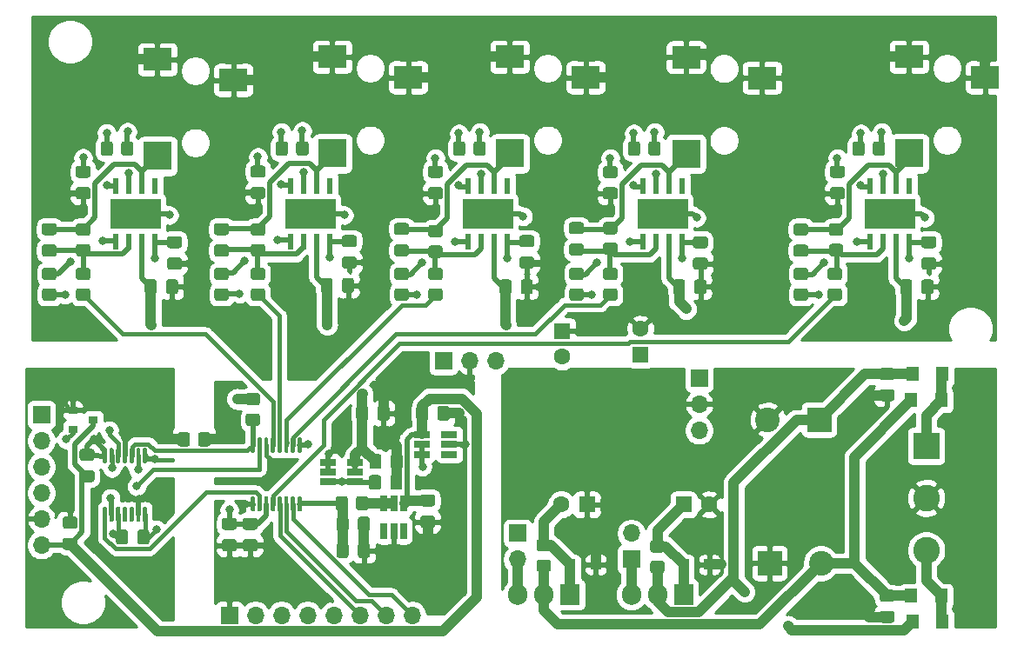
<source format=gbr>
%TF.GenerationSoftware,KiCad,Pcbnew,(5.1.6)-1*%
%TF.CreationDate,2020-11-12T20:03:01-08:00*%
%TF.ProjectId,piezodriver,7069657a-6f64-4726-9976-65722e6b6963,rev?*%
%TF.SameCoordinates,Original*%
%TF.FileFunction,Copper,L1,Top*%
%TF.FilePolarity,Positive*%
%FSLAX46Y46*%
G04 Gerber Fmt 4.6, Leading zero omitted, Abs format (unit mm)*
G04 Created by KiCad (PCBNEW (5.1.6)-1) date 2020-11-12 20:03:01*
%MOMM*%
%LPD*%
G01*
G04 APERTURE LIST*
%TA.AperFunction,Conductor*%
%ADD10R,4.900000X2.950000*%
%TD*%
%TA.AperFunction,SMDPad,CuDef*%
%ADD11R,0.600000X1.550000*%
%TD*%
%TA.AperFunction,SMDPad,CuDef*%
%ADD12R,1.560000X0.650000*%
%TD*%
%TA.AperFunction,ComponentPad*%
%ADD13O,1.905000X2.000000*%
%TD*%
%TA.AperFunction,ComponentPad*%
%ADD14R,1.905000X2.000000*%
%TD*%
%TA.AperFunction,SMDPad,CuDef*%
%ADD15R,0.650000X1.560000*%
%TD*%
%TA.AperFunction,SMDPad,CuDef*%
%ADD16R,0.900000X0.800000*%
%TD*%
%TA.AperFunction,SMDPad,CuDef*%
%ADD17R,2.800000X2.800000*%
%TD*%
%TA.AperFunction,SMDPad,CuDef*%
%ADD18R,2.800000X2.200000*%
%TD*%
%TA.AperFunction,ComponentPad*%
%ADD19O,1.700000X1.700000*%
%TD*%
%TA.AperFunction,ComponentPad*%
%ADD20R,1.700000X1.700000*%
%TD*%
%TA.AperFunction,ComponentPad*%
%ADD21C,2.600000*%
%TD*%
%TA.AperFunction,ComponentPad*%
%ADD22R,2.600000X2.600000*%
%TD*%
%TA.AperFunction,SMDPad,CuDef*%
%ADD23R,1.000000X1.000000*%
%TD*%
%TA.AperFunction,SMDPad,CuDef*%
%ADD24R,1.300000X1.400000*%
%TD*%
%TA.AperFunction,ComponentPad*%
%ADD25C,1.600000*%
%TD*%
%TA.AperFunction,ComponentPad*%
%ADD26R,1.600000X1.600000*%
%TD*%
%TA.AperFunction,ComponentPad*%
%ADD27C,2.400000*%
%TD*%
%TA.AperFunction,ComponentPad*%
%ADD28R,2.400000X2.400000*%
%TD*%
%TA.AperFunction,ViaPad*%
%ADD29C,0.800000*%
%TD*%
%TA.AperFunction,Conductor*%
%ADD30C,1.000000*%
%TD*%
%TA.AperFunction,Conductor*%
%ADD31C,0.500000*%
%TD*%
%TA.AperFunction,Conductor*%
%ADD32C,0.400000*%
%TD*%
%TA.AperFunction,Conductor*%
%ADD33C,0.254000*%
%TD*%
G04 APERTURE END LIST*
D10*
%TO.N,-VDC*%
%TO.C,U10*%
X286766000Y-26924000D03*
D11*
%TD*%
%TO.P,U10,8*%
%TO.N,Net-(R19-Pad2)*%
X284861000Y-24224000D03*
%TO.P,U10,7*%
%TO.N,+VDC*%
X286131000Y-24224000D03*
%TO.P,U10,6*%
%TO.N,/sheet5F780C4A/OUT*%
X287401000Y-24224000D03*
%TO.P,U10,5*%
%TO.N,N/C*%
X288671000Y-24224000D03*
%TO.P,U10,4*%
%TO.N,-VDC*%
X288671000Y-29624000D03*
%TO.P,U10,3*%
%TO.N,/opampdriver/BIAS*%
X287401000Y-29624000D03*
%TO.P,U10,2*%
%TO.N,Net-(C32-Pad2)*%
X286131000Y-29624000D03*
%TO.P,U10,1*%
%TO.N,Net-(R20-Pad1)*%
X284861000Y-29624000D03*
%TD*%
D10*
%TO.N,-VDC*%
%TO.C,U11*%
X264668000Y-26924000D03*
D11*
%TD*%
%TO.P,U11,8*%
%TO.N,Net-(R23-Pad2)*%
X262763000Y-24224000D03*
%TO.P,U11,7*%
%TO.N,+VDC*%
X264033000Y-24224000D03*
%TO.P,U11,6*%
%TO.N,/sheet5FB2767A/OUT*%
X265303000Y-24224000D03*
%TO.P,U11,5*%
%TO.N,N/C*%
X266573000Y-24224000D03*
%TO.P,U11,4*%
%TO.N,-VDC*%
X266573000Y-29624000D03*
%TO.P,U11,3*%
%TO.N,/opampdriver/BIAS*%
X265303000Y-29624000D03*
%TO.P,U11,2*%
%TO.N,Net-(C36-Pad2)*%
X264033000Y-29624000D03*
%TO.P,U11,1*%
%TO.N,Net-(R24-Pad1)*%
X262763000Y-29624000D03*
%TD*%
D10*
%TO.N,-VDC*%
%TO.C,U9*%
X247650000Y-26924000D03*
D11*
%TD*%
%TO.P,U9,8*%
%TO.N,Net-(R15-Pad2)*%
X245745000Y-24224000D03*
%TO.P,U9,7*%
%TO.N,+VDC*%
X247015000Y-24224000D03*
%TO.P,U9,6*%
%TO.N,/sheet5F78069E/OUT*%
X248285000Y-24224000D03*
%TO.P,U9,5*%
%TO.N,N/C*%
X249555000Y-24224000D03*
%TO.P,U9,4*%
%TO.N,-VDC*%
X249555000Y-29624000D03*
%TO.P,U9,3*%
%TO.N,/opampdriver/BIAS*%
X248285000Y-29624000D03*
%TO.P,U9,2*%
%TO.N,Net-(C28-Pad2)*%
X247015000Y-29624000D03*
%TO.P,U9,1*%
%TO.N,Net-(R16-Pad1)*%
X245745000Y-29624000D03*
%TD*%
D10*
%TO.N,-VDC*%
%TO.C,U8*%
X230378000Y-26924000D03*
D11*
%TD*%
%TO.P,U8,8*%
%TO.N,Net-(R11-Pad2)*%
X228473000Y-24224000D03*
%TO.P,U8,7*%
%TO.N,+VDC*%
X229743000Y-24224000D03*
%TO.P,U8,6*%
%TO.N,/sheet5F77FFF0/OUT*%
X231013000Y-24224000D03*
%TO.P,U8,5*%
%TO.N,N/C*%
X232283000Y-24224000D03*
%TO.P,U8,4*%
%TO.N,-VDC*%
X232283000Y-29624000D03*
%TO.P,U8,3*%
%TO.N,/opampdriver/BIAS*%
X231013000Y-29624000D03*
%TO.P,U8,2*%
%TO.N,Net-(C24-Pad2)*%
X229743000Y-29624000D03*
%TO.P,U8,1*%
%TO.N,Net-(R12-Pad1)*%
X228473000Y-29624000D03*
%TD*%
D10*
%TO.N,-VDC*%
%TO.C,U7*%
X213360000Y-26924000D03*
D11*
%TD*%
%TO.P,U7,8*%
%TO.N,Net-(R7-Pad2)*%
X211455000Y-24224000D03*
%TO.P,U7,7*%
%TO.N,+VDC*%
X212725000Y-24224000D03*
%TO.P,U7,6*%
%TO.N,/opampdriver/OUT*%
X213995000Y-24224000D03*
%TO.P,U7,5*%
%TO.N,N/C*%
X215265000Y-24224000D03*
%TO.P,U7,4*%
%TO.N,-VDC*%
X215265000Y-29624000D03*
%TO.P,U7,3*%
%TO.N,/opampdriver/BIAS*%
X213995000Y-29624000D03*
%TO.P,U7,2*%
%TO.N,Net-(C20-Pad2)*%
X212725000Y-29624000D03*
%TO.P,U7,1*%
%TO.N,Net-(R8-Pad1)*%
X211455000Y-29624000D03*
%TD*%
D12*
%TO.P,U6,5*%
%TO.N,/opampdriver/BIAS*%
X234776000Y-52070000D03*
%TO.P,U6,6*%
X234776000Y-51120000D03*
%TO.P,U6,4*%
%TO.N,+3.3VA*%
X234776000Y-53020000D03*
%TO.P,U6,3*%
X232076000Y-53020000D03*
%TO.P,U6,2*%
%TO.N,GNDA*%
X232076000Y-52070000D03*
%TO.P,U6,1*%
X232076000Y-51120000D03*
%TD*%
%TO.P,C40,2*%
%TO.N,GNDA*%
%TA.AperFunction,SMDPad,CuDef*%
G36*
G01*
X238172500Y-53561000D02*
X238172500Y-52611000D01*
G75*
G02*
X238422500Y-52361000I250000J0D01*
G01*
X239097500Y-52361000D01*
G75*
G02*
X239347500Y-52611000I0J-250000D01*
G01*
X239347500Y-53561000D01*
G75*
G02*
X239097500Y-53811000I-250000J0D01*
G01*
X238422500Y-53811000D01*
G75*
G02*
X238172500Y-53561000I0J250000D01*
G01*
G37*
%TD.AperFunction*%
%TO.P,C40,1*%
%TO.N,+3.3VA*%
%TA.AperFunction,SMDPad,CuDef*%
G36*
G01*
X236097500Y-53561000D02*
X236097500Y-52611000D01*
G75*
G02*
X236347500Y-52361000I250000J0D01*
G01*
X237022500Y-52361000D01*
G75*
G02*
X237272500Y-52611000I0J-250000D01*
G01*
X237272500Y-53561000D01*
G75*
G02*
X237022500Y-53811000I-250000J0D01*
G01*
X236347500Y-53811000D01*
G75*
G02*
X236097500Y-53561000I0J250000D01*
G01*
G37*
%TD.AperFunction*%
%TD*%
%TO.P,C19,2*%
%TO.N,/opampdriver/BIAS*%
%TA.AperFunction,SMDPad,CuDef*%
G36*
G01*
X237315500Y-50579000D02*
X237315500Y-51529000D01*
G75*
G02*
X237065500Y-51779000I-250000J0D01*
G01*
X236390500Y-51779000D01*
G75*
G02*
X236140500Y-51529000I0J250000D01*
G01*
X236140500Y-50579000D01*
G75*
G02*
X236390500Y-50329000I250000J0D01*
G01*
X237065500Y-50329000D01*
G75*
G02*
X237315500Y-50579000I0J-250000D01*
G01*
G37*
%TD.AperFunction*%
%TO.P,C19,1*%
%TO.N,GNDA*%
%TA.AperFunction,SMDPad,CuDef*%
G36*
G01*
X239390500Y-50579000D02*
X239390500Y-51529000D01*
G75*
G02*
X239140500Y-51779000I-250000J0D01*
G01*
X238465500Y-51779000D01*
G75*
G02*
X238215500Y-51529000I0J250000D01*
G01*
X238215500Y-50579000D01*
G75*
G02*
X238465500Y-50329000I250000J0D01*
G01*
X239140500Y-50329000D01*
G75*
G02*
X239390500Y-50579000I0J-250000D01*
G01*
G37*
%TD.AperFunction*%
%TD*%
D13*
%TO.P,Q2,3*%
%TO.N,Net-(J6-Pad2)*%
X250571000Y-64008000D03*
%TO.P,Q2,2*%
%TO.N,Net-(C6-Pad2)*%
X253111000Y-64008000D03*
D14*
%TO.P,Q2,1*%
%TO.N,Net-(C10-Pad2)*%
X255651000Y-64008000D03*
%TD*%
D13*
%TO.P,Q1,3*%
%TO.N,Net-(J5-Pad1)*%
X261620000Y-64008000D03*
%TO.P,Q1,2*%
%TO.N,Net-(C5-Pad1)*%
X264160000Y-64008000D03*
D14*
%TO.P,Q1,1*%
%TO.N,Net-(C9-Pad1)*%
X266700000Y-64008000D03*
%TD*%
%TO.P,R25,2*%
%TO.N,Net-(C36-Pad2)*%
%TA.AperFunction,SMDPad,CuDef*%
G36*
G01*
X259137999Y-29721000D02*
X260038001Y-29721000D01*
G75*
G02*
X260288000Y-29970999I0J-249999D01*
G01*
X260288000Y-30671001D01*
G75*
G02*
X260038001Y-30921000I-249999J0D01*
G01*
X259137999Y-30921000D01*
G75*
G02*
X258888000Y-30671001I0J249999D01*
G01*
X258888000Y-29970999D01*
G75*
G02*
X259137999Y-29721000I249999J0D01*
G01*
G37*
%TD.AperFunction*%
%TO.P,R25,1*%
%TO.N,/sheet5FB2767A/OUT*%
%TA.AperFunction,SMDPad,CuDef*%
G36*
G01*
X259137999Y-27721000D02*
X260038001Y-27721000D01*
G75*
G02*
X260288000Y-27970999I0J-249999D01*
G01*
X260288000Y-28671001D01*
G75*
G02*
X260038001Y-28921000I-249999J0D01*
G01*
X259137999Y-28921000D01*
G75*
G02*
X258888000Y-28671001I0J249999D01*
G01*
X258888000Y-27970999D01*
G75*
G02*
X259137999Y-27721000I249999J0D01*
G01*
G37*
%TD.AperFunction*%
%TD*%
%TO.P,R24,2*%
%TO.N,-VDC*%
%TA.AperFunction,SMDPad,CuDef*%
G36*
G01*
X255835999Y-34182000D02*
X256736001Y-34182000D01*
G75*
G02*
X256986000Y-34431999I0J-249999D01*
G01*
X256986000Y-35132001D01*
G75*
G02*
X256736001Y-35382000I-249999J0D01*
G01*
X255835999Y-35382000D01*
G75*
G02*
X255586000Y-35132001I0J249999D01*
G01*
X255586000Y-34431999D01*
G75*
G02*
X255835999Y-34182000I249999J0D01*
G01*
G37*
%TD.AperFunction*%
%TO.P,R24,1*%
%TO.N,Net-(R24-Pad1)*%
%TA.AperFunction,SMDPad,CuDef*%
G36*
G01*
X255835999Y-32182000D02*
X256736001Y-32182000D01*
G75*
G02*
X256986000Y-32431999I0J-249999D01*
G01*
X256986000Y-33132001D01*
G75*
G02*
X256736001Y-33382000I-249999J0D01*
G01*
X255835999Y-33382000D01*
G75*
G02*
X255586000Y-33132001I0J249999D01*
G01*
X255586000Y-32431999D01*
G75*
G02*
X255835999Y-32182000I249999J0D01*
G01*
G37*
%TD.AperFunction*%
%TD*%
%TO.P,R23,2*%
%TO.N,Net-(R23-Pad2)*%
%TA.AperFunction,SMDPad,CuDef*%
G36*
G01*
X262490000Y-20123999D02*
X262490000Y-21024001D01*
G75*
G02*
X262240001Y-21274000I-249999J0D01*
G01*
X261539999Y-21274000D01*
G75*
G02*
X261290000Y-21024001I0J249999D01*
G01*
X261290000Y-20123999D01*
G75*
G02*
X261539999Y-19874000I249999J0D01*
G01*
X262240001Y-19874000D01*
G75*
G02*
X262490000Y-20123999I0J-249999D01*
G01*
G37*
%TD.AperFunction*%
%TO.P,R23,1*%
%TO.N,+VDC*%
%TA.AperFunction,SMDPad,CuDef*%
G36*
G01*
X264490000Y-20123999D02*
X264490000Y-21024001D01*
G75*
G02*
X264240001Y-21274000I-249999J0D01*
G01*
X263539999Y-21274000D01*
G75*
G02*
X263290000Y-21024001I0J249999D01*
G01*
X263290000Y-20123999D01*
G75*
G02*
X263539999Y-19874000I249999J0D01*
G01*
X264240001Y-19874000D01*
G75*
G02*
X264490000Y-20123999I0J-249999D01*
G01*
G37*
%TD.AperFunction*%
%TD*%
%TO.P,R22,2*%
%TO.N,/sheet5FB2767A/SIG*%
%TA.AperFunction,SMDPad,CuDef*%
G36*
G01*
X259137999Y-34182000D02*
X260038001Y-34182000D01*
G75*
G02*
X260288000Y-34431999I0J-249999D01*
G01*
X260288000Y-35132001D01*
G75*
G02*
X260038001Y-35382000I-249999J0D01*
G01*
X259137999Y-35382000D01*
G75*
G02*
X258888000Y-35132001I0J249999D01*
G01*
X258888000Y-34431999D01*
G75*
G02*
X259137999Y-34182000I249999J0D01*
G01*
G37*
%TD.AperFunction*%
%TO.P,R22,1*%
%TO.N,Net-(C36-Pad2)*%
%TA.AperFunction,SMDPad,CuDef*%
G36*
G01*
X259137999Y-32182000D02*
X260038001Y-32182000D01*
G75*
G02*
X260288000Y-32431999I0J-249999D01*
G01*
X260288000Y-33132001D01*
G75*
G02*
X260038001Y-33382000I-249999J0D01*
G01*
X259137999Y-33382000D01*
G75*
G02*
X258888000Y-33132001I0J249999D01*
G01*
X258888000Y-32431999D01*
G75*
G02*
X259137999Y-32182000I249999J0D01*
G01*
G37*
%TD.AperFunction*%
%TD*%
%TO.P,R21,2*%
%TO.N,Net-(C32-Pad2)*%
%TA.AperFunction,SMDPad,CuDef*%
G36*
G01*
X281108999Y-29848000D02*
X282009001Y-29848000D01*
G75*
G02*
X282259000Y-30097999I0J-249999D01*
G01*
X282259000Y-30798001D01*
G75*
G02*
X282009001Y-31048000I-249999J0D01*
G01*
X281108999Y-31048000D01*
G75*
G02*
X280859000Y-30798001I0J249999D01*
G01*
X280859000Y-30097999D01*
G75*
G02*
X281108999Y-29848000I249999J0D01*
G01*
G37*
%TD.AperFunction*%
%TO.P,R21,1*%
%TO.N,/sheet5F780C4A/OUT*%
%TA.AperFunction,SMDPad,CuDef*%
G36*
G01*
X281108999Y-27848000D02*
X282009001Y-27848000D01*
G75*
G02*
X282259000Y-28097999I0J-249999D01*
G01*
X282259000Y-28798001D01*
G75*
G02*
X282009001Y-29048000I-249999J0D01*
G01*
X281108999Y-29048000D01*
G75*
G02*
X280859000Y-28798001I0J249999D01*
G01*
X280859000Y-28097999D01*
G75*
G02*
X281108999Y-27848000I249999J0D01*
G01*
G37*
%TD.AperFunction*%
%TD*%
%TO.P,R20,2*%
%TO.N,-VDC*%
%TA.AperFunction,SMDPad,CuDef*%
G36*
G01*
X277679999Y-34182000D02*
X278580001Y-34182000D01*
G75*
G02*
X278830000Y-34431999I0J-249999D01*
G01*
X278830000Y-35132001D01*
G75*
G02*
X278580001Y-35382000I-249999J0D01*
G01*
X277679999Y-35382000D01*
G75*
G02*
X277430000Y-35132001I0J249999D01*
G01*
X277430000Y-34431999D01*
G75*
G02*
X277679999Y-34182000I249999J0D01*
G01*
G37*
%TD.AperFunction*%
%TO.P,R20,1*%
%TO.N,Net-(R20-Pad1)*%
%TA.AperFunction,SMDPad,CuDef*%
G36*
G01*
X277679999Y-32182000D02*
X278580001Y-32182000D01*
G75*
G02*
X278830000Y-32431999I0J-249999D01*
G01*
X278830000Y-33132001D01*
G75*
G02*
X278580001Y-33382000I-249999J0D01*
G01*
X277679999Y-33382000D01*
G75*
G02*
X277430000Y-33132001I0J249999D01*
G01*
X277430000Y-32431999D01*
G75*
G02*
X277679999Y-32182000I249999J0D01*
G01*
G37*
%TD.AperFunction*%
%TD*%
%TO.P,R19,2*%
%TO.N,Net-(R19-Pad2)*%
%TA.AperFunction,SMDPad,CuDef*%
G36*
G01*
X284334000Y-20123999D02*
X284334000Y-21024001D01*
G75*
G02*
X284084001Y-21274000I-249999J0D01*
G01*
X283383999Y-21274000D01*
G75*
G02*
X283134000Y-21024001I0J249999D01*
G01*
X283134000Y-20123999D01*
G75*
G02*
X283383999Y-19874000I249999J0D01*
G01*
X284084001Y-19874000D01*
G75*
G02*
X284334000Y-20123999I0J-249999D01*
G01*
G37*
%TD.AperFunction*%
%TO.P,R19,1*%
%TO.N,+VDC*%
%TA.AperFunction,SMDPad,CuDef*%
G36*
G01*
X286334000Y-20123999D02*
X286334000Y-21024001D01*
G75*
G02*
X286084001Y-21274000I-249999J0D01*
G01*
X285383999Y-21274000D01*
G75*
G02*
X285134000Y-21024001I0J249999D01*
G01*
X285134000Y-20123999D01*
G75*
G02*
X285383999Y-19874000I249999J0D01*
G01*
X286084001Y-19874000D01*
G75*
G02*
X286334000Y-20123999I0J-249999D01*
G01*
G37*
%TD.AperFunction*%
%TD*%
%TO.P,R18,2*%
%TO.N,/sheet5F780C4A/SIG*%
%TA.AperFunction,SMDPad,CuDef*%
G36*
G01*
X280981999Y-34182000D02*
X281882001Y-34182000D01*
G75*
G02*
X282132000Y-34431999I0J-249999D01*
G01*
X282132000Y-35132001D01*
G75*
G02*
X281882001Y-35382000I-249999J0D01*
G01*
X280981999Y-35382000D01*
G75*
G02*
X280732000Y-35132001I0J249999D01*
G01*
X280732000Y-34431999D01*
G75*
G02*
X280981999Y-34182000I249999J0D01*
G01*
G37*
%TD.AperFunction*%
%TO.P,R18,1*%
%TO.N,Net-(C32-Pad2)*%
%TA.AperFunction,SMDPad,CuDef*%
G36*
G01*
X280981999Y-32182000D02*
X281882001Y-32182000D01*
G75*
G02*
X282132000Y-32431999I0J-249999D01*
G01*
X282132000Y-33132001D01*
G75*
G02*
X281882001Y-33382000I-249999J0D01*
G01*
X280981999Y-33382000D01*
G75*
G02*
X280732000Y-33132001I0J249999D01*
G01*
X280732000Y-32431999D01*
G75*
G02*
X280981999Y-32182000I249999J0D01*
G01*
G37*
%TD.AperFunction*%
%TD*%
%TO.P,R17,2*%
%TO.N,Net-(C28-Pad2)*%
%TA.AperFunction,SMDPad,CuDef*%
G36*
G01*
X242119999Y-30007000D02*
X243020001Y-30007000D01*
G75*
G02*
X243270000Y-30256999I0J-249999D01*
G01*
X243270000Y-30957001D01*
G75*
G02*
X243020001Y-31207000I-249999J0D01*
G01*
X242119999Y-31207000D01*
G75*
G02*
X241870000Y-30957001I0J249999D01*
G01*
X241870000Y-30256999D01*
G75*
G02*
X242119999Y-30007000I249999J0D01*
G01*
G37*
%TD.AperFunction*%
%TO.P,R17,1*%
%TO.N,/sheet5F78069E/OUT*%
%TA.AperFunction,SMDPad,CuDef*%
G36*
G01*
X242119999Y-28007000D02*
X243020001Y-28007000D01*
G75*
G02*
X243270000Y-28256999I0J-249999D01*
G01*
X243270000Y-28957001D01*
G75*
G02*
X243020001Y-29207000I-249999J0D01*
G01*
X242119999Y-29207000D01*
G75*
G02*
X241870000Y-28957001I0J249999D01*
G01*
X241870000Y-28256999D01*
G75*
G02*
X242119999Y-28007000I249999J0D01*
G01*
G37*
%TD.AperFunction*%
%TD*%
%TO.P,R16,2*%
%TO.N,-VDC*%
%TA.AperFunction,SMDPad,CuDef*%
G36*
G01*
X238817999Y-34182000D02*
X239718001Y-34182000D01*
G75*
G02*
X239968000Y-34431999I0J-249999D01*
G01*
X239968000Y-35132001D01*
G75*
G02*
X239718001Y-35382000I-249999J0D01*
G01*
X238817999Y-35382000D01*
G75*
G02*
X238568000Y-35132001I0J249999D01*
G01*
X238568000Y-34431999D01*
G75*
G02*
X238817999Y-34182000I249999J0D01*
G01*
G37*
%TD.AperFunction*%
%TO.P,R16,1*%
%TO.N,Net-(R16-Pad1)*%
%TA.AperFunction,SMDPad,CuDef*%
G36*
G01*
X238817999Y-32182000D02*
X239718001Y-32182000D01*
G75*
G02*
X239968000Y-32431999I0J-249999D01*
G01*
X239968000Y-33132001D01*
G75*
G02*
X239718001Y-33382000I-249999J0D01*
G01*
X238817999Y-33382000D01*
G75*
G02*
X238568000Y-33132001I0J249999D01*
G01*
X238568000Y-32431999D01*
G75*
G02*
X238817999Y-32182000I249999J0D01*
G01*
G37*
%TD.AperFunction*%
%TD*%
%TO.P,R15,2*%
%TO.N,Net-(R15-Pad2)*%
%TA.AperFunction,SMDPad,CuDef*%
G36*
G01*
X245472000Y-20123999D02*
X245472000Y-21024001D01*
G75*
G02*
X245222001Y-21274000I-249999J0D01*
G01*
X244521999Y-21274000D01*
G75*
G02*
X244272000Y-21024001I0J249999D01*
G01*
X244272000Y-20123999D01*
G75*
G02*
X244521999Y-19874000I249999J0D01*
G01*
X245222001Y-19874000D01*
G75*
G02*
X245472000Y-20123999I0J-249999D01*
G01*
G37*
%TD.AperFunction*%
%TO.P,R15,1*%
%TO.N,+VDC*%
%TA.AperFunction,SMDPad,CuDef*%
G36*
G01*
X247472000Y-20123999D02*
X247472000Y-21024001D01*
G75*
G02*
X247222001Y-21274000I-249999J0D01*
G01*
X246521999Y-21274000D01*
G75*
G02*
X246272000Y-21024001I0J249999D01*
G01*
X246272000Y-20123999D01*
G75*
G02*
X246521999Y-19874000I249999J0D01*
G01*
X247222001Y-19874000D01*
G75*
G02*
X247472000Y-20123999I0J-249999D01*
G01*
G37*
%TD.AperFunction*%
%TD*%
%TO.P,R14,2*%
%TO.N,/sheet5F78069E/SIG*%
%TA.AperFunction,SMDPad,CuDef*%
G36*
G01*
X242119999Y-34182000D02*
X243020001Y-34182000D01*
G75*
G02*
X243270000Y-34431999I0J-249999D01*
G01*
X243270000Y-35132001D01*
G75*
G02*
X243020001Y-35382000I-249999J0D01*
G01*
X242119999Y-35382000D01*
G75*
G02*
X241870000Y-35132001I0J249999D01*
G01*
X241870000Y-34431999D01*
G75*
G02*
X242119999Y-34182000I249999J0D01*
G01*
G37*
%TD.AperFunction*%
%TO.P,R14,1*%
%TO.N,Net-(C28-Pad2)*%
%TA.AperFunction,SMDPad,CuDef*%
G36*
G01*
X242119999Y-32182000D02*
X243020001Y-32182000D01*
G75*
G02*
X243270000Y-32431999I0J-249999D01*
G01*
X243270000Y-33132001D01*
G75*
G02*
X243020001Y-33382000I-249999J0D01*
G01*
X242119999Y-33382000D01*
G75*
G02*
X241870000Y-33132001I0J249999D01*
G01*
X241870000Y-32431999D01*
G75*
G02*
X242119999Y-32182000I249999J0D01*
G01*
G37*
%TD.AperFunction*%
%TD*%
%TO.P,R13,2*%
%TO.N,Net-(C24-Pad2)*%
%TA.AperFunction,SMDPad,CuDef*%
G36*
G01*
X224847999Y-29864000D02*
X225748001Y-29864000D01*
G75*
G02*
X225998000Y-30113999I0J-249999D01*
G01*
X225998000Y-30814001D01*
G75*
G02*
X225748001Y-31064000I-249999J0D01*
G01*
X224847999Y-31064000D01*
G75*
G02*
X224598000Y-30814001I0J249999D01*
G01*
X224598000Y-30113999D01*
G75*
G02*
X224847999Y-29864000I249999J0D01*
G01*
G37*
%TD.AperFunction*%
%TO.P,R13,1*%
%TO.N,/sheet5F77FFF0/OUT*%
%TA.AperFunction,SMDPad,CuDef*%
G36*
G01*
X224847999Y-27864000D02*
X225748001Y-27864000D01*
G75*
G02*
X225998000Y-28113999I0J-249999D01*
G01*
X225998000Y-28814001D01*
G75*
G02*
X225748001Y-29064000I-249999J0D01*
G01*
X224847999Y-29064000D01*
G75*
G02*
X224598000Y-28814001I0J249999D01*
G01*
X224598000Y-28113999D01*
G75*
G02*
X224847999Y-27864000I249999J0D01*
G01*
G37*
%TD.AperFunction*%
%TD*%
%TO.P,R12,2*%
%TO.N,-VDC*%
%TA.AperFunction,SMDPad,CuDef*%
G36*
G01*
X221291999Y-34182000D02*
X222192001Y-34182000D01*
G75*
G02*
X222442000Y-34431999I0J-249999D01*
G01*
X222442000Y-35132001D01*
G75*
G02*
X222192001Y-35382000I-249999J0D01*
G01*
X221291999Y-35382000D01*
G75*
G02*
X221042000Y-35132001I0J249999D01*
G01*
X221042000Y-34431999D01*
G75*
G02*
X221291999Y-34182000I249999J0D01*
G01*
G37*
%TD.AperFunction*%
%TO.P,R12,1*%
%TO.N,Net-(R12-Pad1)*%
%TA.AperFunction,SMDPad,CuDef*%
G36*
G01*
X221291999Y-32182000D02*
X222192001Y-32182000D01*
G75*
G02*
X222442000Y-32431999I0J-249999D01*
G01*
X222442000Y-33132001D01*
G75*
G02*
X222192001Y-33382000I-249999J0D01*
G01*
X221291999Y-33382000D01*
G75*
G02*
X221042000Y-33132001I0J249999D01*
G01*
X221042000Y-32431999D01*
G75*
G02*
X221291999Y-32182000I249999J0D01*
G01*
G37*
%TD.AperFunction*%
%TD*%
%TO.P,R11,2*%
%TO.N,Net-(R11-Pad2)*%
%TA.AperFunction,SMDPad,CuDef*%
G36*
G01*
X228216000Y-20123999D02*
X228216000Y-21024001D01*
G75*
G02*
X227966001Y-21274000I-249999J0D01*
G01*
X227265999Y-21274000D01*
G75*
G02*
X227016000Y-21024001I0J249999D01*
G01*
X227016000Y-20123999D01*
G75*
G02*
X227265999Y-19874000I249999J0D01*
G01*
X227966001Y-19874000D01*
G75*
G02*
X228216000Y-20123999I0J-249999D01*
G01*
G37*
%TD.AperFunction*%
%TO.P,R11,1*%
%TO.N,+VDC*%
%TA.AperFunction,SMDPad,CuDef*%
G36*
G01*
X230216000Y-20123999D02*
X230216000Y-21024001D01*
G75*
G02*
X229966001Y-21274000I-249999J0D01*
G01*
X229265999Y-21274000D01*
G75*
G02*
X229016000Y-21024001I0J249999D01*
G01*
X229016000Y-20123999D01*
G75*
G02*
X229265999Y-19874000I249999J0D01*
G01*
X229966001Y-19874000D01*
G75*
G02*
X230216000Y-20123999I0J-249999D01*
G01*
G37*
%TD.AperFunction*%
%TD*%
%TO.P,R10,2*%
%TO.N,/sheet5F77FFF0/SIG*%
%TA.AperFunction,SMDPad,CuDef*%
G36*
G01*
X224847999Y-34182000D02*
X225748001Y-34182000D01*
G75*
G02*
X225998000Y-34431999I0J-249999D01*
G01*
X225998000Y-35132001D01*
G75*
G02*
X225748001Y-35382000I-249999J0D01*
G01*
X224847999Y-35382000D01*
G75*
G02*
X224598000Y-35132001I0J249999D01*
G01*
X224598000Y-34431999D01*
G75*
G02*
X224847999Y-34182000I249999J0D01*
G01*
G37*
%TD.AperFunction*%
%TO.P,R10,1*%
%TO.N,Net-(C24-Pad2)*%
%TA.AperFunction,SMDPad,CuDef*%
G36*
G01*
X224847999Y-32182000D02*
X225748001Y-32182000D01*
G75*
G02*
X225998000Y-32431999I0J-249999D01*
G01*
X225998000Y-33132001D01*
G75*
G02*
X225748001Y-33382000I-249999J0D01*
G01*
X224847999Y-33382000D01*
G75*
G02*
X224598000Y-33132001I0J249999D01*
G01*
X224598000Y-32431999D01*
G75*
G02*
X224847999Y-32182000I249999J0D01*
G01*
G37*
%TD.AperFunction*%
%TD*%
%TO.P,R9,2*%
%TO.N,Net-(C20-Pad2)*%
%TA.AperFunction,SMDPad,CuDef*%
G36*
G01*
X207829999Y-29864000D02*
X208730001Y-29864000D01*
G75*
G02*
X208980000Y-30113999I0J-249999D01*
G01*
X208980000Y-30814001D01*
G75*
G02*
X208730001Y-31064000I-249999J0D01*
G01*
X207829999Y-31064000D01*
G75*
G02*
X207580000Y-30814001I0J249999D01*
G01*
X207580000Y-30113999D01*
G75*
G02*
X207829999Y-29864000I249999J0D01*
G01*
G37*
%TD.AperFunction*%
%TO.P,R9,1*%
%TO.N,/opampdriver/OUT*%
%TA.AperFunction,SMDPad,CuDef*%
G36*
G01*
X207829999Y-27864000D02*
X208730001Y-27864000D01*
G75*
G02*
X208980000Y-28113999I0J-249999D01*
G01*
X208980000Y-28814001D01*
G75*
G02*
X208730001Y-29064000I-249999J0D01*
G01*
X207829999Y-29064000D01*
G75*
G02*
X207580000Y-28814001I0J249999D01*
G01*
X207580000Y-28113999D01*
G75*
G02*
X207829999Y-27864000I249999J0D01*
G01*
G37*
%TD.AperFunction*%
%TD*%
%TO.P,R8,2*%
%TO.N,-VDC*%
%TA.AperFunction,SMDPad,CuDef*%
G36*
G01*
X204527999Y-34182000D02*
X205428001Y-34182000D01*
G75*
G02*
X205678000Y-34431999I0J-249999D01*
G01*
X205678000Y-35132001D01*
G75*
G02*
X205428001Y-35382000I-249999J0D01*
G01*
X204527999Y-35382000D01*
G75*
G02*
X204278000Y-35132001I0J249999D01*
G01*
X204278000Y-34431999D01*
G75*
G02*
X204527999Y-34182000I249999J0D01*
G01*
G37*
%TD.AperFunction*%
%TO.P,R8,1*%
%TO.N,Net-(R8-Pad1)*%
%TA.AperFunction,SMDPad,CuDef*%
G36*
G01*
X204527999Y-32182000D02*
X205428001Y-32182000D01*
G75*
G02*
X205678000Y-32431999I0J-249999D01*
G01*
X205678000Y-33132001D01*
G75*
G02*
X205428001Y-33382000I-249999J0D01*
G01*
X204527999Y-33382000D01*
G75*
G02*
X204278000Y-33132001I0J249999D01*
G01*
X204278000Y-32431999D01*
G75*
G02*
X204527999Y-32182000I249999J0D01*
G01*
G37*
%TD.AperFunction*%
%TD*%
%TO.P,R7,2*%
%TO.N,Net-(R7-Pad2)*%
%TA.AperFunction,SMDPad,CuDef*%
G36*
G01*
X211182000Y-20123999D02*
X211182000Y-21024001D01*
G75*
G02*
X210932001Y-21274000I-249999J0D01*
G01*
X210231999Y-21274000D01*
G75*
G02*
X209982000Y-21024001I0J249999D01*
G01*
X209982000Y-20123999D01*
G75*
G02*
X210231999Y-19874000I249999J0D01*
G01*
X210932001Y-19874000D01*
G75*
G02*
X211182000Y-20123999I0J-249999D01*
G01*
G37*
%TD.AperFunction*%
%TO.P,R7,1*%
%TO.N,+VDC*%
%TA.AperFunction,SMDPad,CuDef*%
G36*
G01*
X213182000Y-20123999D02*
X213182000Y-21024001D01*
G75*
G02*
X212932001Y-21274000I-249999J0D01*
G01*
X212231999Y-21274000D01*
G75*
G02*
X211982000Y-21024001I0J249999D01*
G01*
X211982000Y-20123999D01*
G75*
G02*
X212231999Y-19874000I249999J0D01*
G01*
X212932001Y-19874000D01*
G75*
G02*
X213182000Y-20123999I0J-249999D01*
G01*
G37*
%TD.AperFunction*%
%TD*%
%TO.P,R6,2*%
%TO.N,/opampdriver/SIG*%
%TA.AperFunction,SMDPad,CuDef*%
G36*
G01*
X207829999Y-34182000D02*
X208730001Y-34182000D01*
G75*
G02*
X208980000Y-34431999I0J-249999D01*
G01*
X208980000Y-35132001D01*
G75*
G02*
X208730001Y-35382000I-249999J0D01*
G01*
X207829999Y-35382000D01*
G75*
G02*
X207580000Y-35132001I0J249999D01*
G01*
X207580000Y-34431999D01*
G75*
G02*
X207829999Y-34182000I249999J0D01*
G01*
G37*
%TD.AperFunction*%
%TO.P,R6,1*%
%TO.N,Net-(C20-Pad2)*%
%TA.AperFunction,SMDPad,CuDef*%
G36*
G01*
X207829999Y-32182000D02*
X208730001Y-32182000D01*
G75*
G02*
X208980000Y-32431999I0J-249999D01*
G01*
X208980000Y-33132001D01*
G75*
G02*
X208730001Y-33382000I-249999J0D01*
G01*
X207829999Y-33382000D01*
G75*
G02*
X207580000Y-33132001I0J249999D01*
G01*
X207580000Y-32431999D01*
G75*
G02*
X207829999Y-32182000I249999J0D01*
G01*
G37*
%TD.AperFunction*%
%TD*%
%TO.P,C17,2*%
%TO.N,GNDA*%
%TA.AperFunction,SMDPad,CuDef*%
G36*
G01*
X235019000Y-60203000D02*
X235019000Y-59253000D01*
G75*
G02*
X235269000Y-59003000I250000J0D01*
G01*
X235944000Y-59003000D01*
G75*
G02*
X236194000Y-59253000I0J-250000D01*
G01*
X236194000Y-60203000D01*
G75*
G02*
X235944000Y-60453000I-250000J0D01*
G01*
X235269000Y-60453000D01*
G75*
G02*
X235019000Y-60203000I0J250000D01*
G01*
G37*
%TD.AperFunction*%
%TO.P,C17,1*%
%TO.N,Net-(C15-Pad1)*%
%TA.AperFunction,SMDPad,CuDef*%
G36*
G01*
X232944000Y-60203000D02*
X232944000Y-59253000D01*
G75*
G02*
X233194000Y-59003000I250000J0D01*
G01*
X233869000Y-59003000D01*
G75*
G02*
X234119000Y-59253000I0J-250000D01*
G01*
X234119000Y-60203000D01*
G75*
G02*
X233869000Y-60453000I-250000J0D01*
G01*
X233194000Y-60453000D01*
G75*
G02*
X232944000Y-60203000I0J250000D01*
G01*
G37*
%TD.AperFunction*%
%TD*%
%TO.P,C16,2*%
%TO.N,GNDA*%
%TA.AperFunction,SMDPad,CuDef*%
G36*
G01*
X241333000Y-56330000D02*
X242283000Y-56330000D01*
G75*
G02*
X242533000Y-56580000I0J-250000D01*
G01*
X242533000Y-57255000D01*
G75*
G02*
X242283000Y-57505000I-250000J0D01*
G01*
X241333000Y-57505000D01*
G75*
G02*
X241083000Y-57255000I0J250000D01*
G01*
X241083000Y-56580000D01*
G75*
G02*
X241333000Y-56330000I250000J0D01*
G01*
G37*
%TD.AperFunction*%
%TO.P,C16,1*%
%TO.N,VCC*%
%TA.AperFunction,SMDPad,CuDef*%
G36*
G01*
X241333000Y-54255000D02*
X242283000Y-54255000D01*
G75*
G02*
X242533000Y-54505000I0J-250000D01*
G01*
X242533000Y-55180000D01*
G75*
G02*
X242283000Y-55430000I-250000J0D01*
G01*
X241333000Y-55430000D01*
G75*
G02*
X241083000Y-55180000I0J250000D01*
G01*
X241083000Y-54505000D01*
G75*
G02*
X241333000Y-54255000I250000J0D01*
G01*
G37*
%TD.AperFunction*%
%TD*%
%TO.P,C15,2*%
%TO.N,GNDA*%
%TA.AperFunction,SMDPad,CuDef*%
G36*
G01*
X235019000Y-57625000D02*
X235019000Y-56675000D01*
G75*
G02*
X235269000Y-56425000I250000J0D01*
G01*
X235944000Y-56425000D01*
G75*
G02*
X236194000Y-56675000I0J-250000D01*
G01*
X236194000Y-57625000D01*
G75*
G02*
X235944000Y-57875000I-250000J0D01*
G01*
X235269000Y-57875000D01*
G75*
G02*
X235019000Y-57625000I0J250000D01*
G01*
G37*
%TD.AperFunction*%
%TO.P,C15,1*%
%TO.N,Net-(C15-Pad1)*%
%TA.AperFunction,SMDPad,CuDef*%
G36*
G01*
X232944000Y-57625000D02*
X232944000Y-56675000D01*
G75*
G02*
X233194000Y-56425000I250000J0D01*
G01*
X233869000Y-56425000D01*
G75*
G02*
X234119000Y-56675000I0J-250000D01*
G01*
X234119000Y-57625000D01*
G75*
G02*
X233869000Y-57875000I-250000J0D01*
G01*
X233194000Y-57875000D01*
G75*
G02*
X232944000Y-57625000I0J250000D01*
G01*
G37*
%TD.AperFunction*%
%TD*%
%TO.P,C14,2*%
%TO.N,GNDA*%
%TA.AperFunction,SMDPad,CuDef*%
G36*
G01*
X224061000Y-58616000D02*
X225011000Y-58616000D01*
G75*
G02*
X225261000Y-58866000I0J-250000D01*
G01*
X225261000Y-59541000D01*
G75*
G02*
X225011000Y-59791000I-250000J0D01*
G01*
X224061000Y-59791000D01*
G75*
G02*
X223811000Y-59541000I0J250000D01*
G01*
X223811000Y-58866000D01*
G75*
G02*
X224061000Y-58616000I250000J0D01*
G01*
G37*
%TD.AperFunction*%
%TO.P,C14,1*%
%TO.N,+3.3VA*%
%TA.AperFunction,SMDPad,CuDef*%
G36*
G01*
X224061000Y-56541000D02*
X225011000Y-56541000D01*
G75*
G02*
X225261000Y-56791000I0J-250000D01*
G01*
X225261000Y-57466000D01*
G75*
G02*
X225011000Y-57716000I-250000J0D01*
G01*
X224061000Y-57716000D01*
G75*
G02*
X223811000Y-57466000I0J250000D01*
G01*
X223811000Y-56791000D01*
G75*
G02*
X224061000Y-56541000I250000J0D01*
G01*
G37*
%TD.AperFunction*%
%TD*%
%TO.P,C13,2*%
%TO.N,GNDA*%
%TA.AperFunction,SMDPad,CuDef*%
G36*
G01*
X222029000Y-58616000D02*
X222979000Y-58616000D01*
G75*
G02*
X223229000Y-58866000I0J-250000D01*
G01*
X223229000Y-59541000D01*
G75*
G02*
X222979000Y-59791000I-250000J0D01*
G01*
X222029000Y-59791000D01*
G75*
G02*
X221779000Y-59541000I0J250000D01*
G01*
X221779000Y-58866000D01*
G75*
G02*
X222029000Y-58616000I250000J0D01*
G01*
G37*
%TD.AperFunction*%
%TO.P,C13,1*%
%TO.N,+3.3VA*%
%TA.AperFunction,SMDPad,CuDef*%
G36*
G01*
X222029000Y-56541000D02*
X222979000Y-56541000D01*
G75*
G02*
X223229000Y-56791000I0J-250000D01*
G01*
X223229000Y-57466000D01*
G75*
G02*
X222979000Y-57716000I-250000J0D01*
G01*
X222029000Y-57716000D01*
G75*
G02*
X221779000Y-57466000I0J250000D01*
G01*
X221779000Y-56791000D01*
G75*
G02*
X222029000Y-56541000I250000J0D01*
G01*
G37*
%TD.AperFunction*%
%TD*%
%TO.P,C12,2*%
%TO.N,GNDA*%
%TA.AperFunction,SMDPad,CuDef*%
G36*
G01*
X242766000Y-46830000D02*
X242766000Y-45880000D01*
G75*
G02*
X243016000Y-45630000I250000J0D01*
G01*
X243691000Y-45630000D01*
G75*
G02*
X243941000Y-45880000I0J-250000D01*
G01*
X243941000Y-46830000D01*
G75*
G02*
X243691000Y-47080000I-250000J0D01*
G01*
X243016000Y-47080000D01*
G75*
G02*
X242766000Y-46830000I0J250000D01*
G01*
G37*
%TD.AperFunction*%
%TO.P,C12,1*%
%TO.N,VCC*%
%TA.AperFunction,SMDPad,CuDef*%
G36*
G01*
X240691000Y-46830000D02*
X240691000Y-45880000D01*
G75*
G02*
X240941000Y-45630000I250000J0D01*
G01*
X241616000Y-45630000D01*
G75*
G02*
X241866000Y-45880000I0J-250000D01*
G01*
X241866000Y-46830000D01*
G75*
G02*
X241616000Y-47080000I-250000J0D01*
G01*
X240941000Y-47080000D01*
G75*
G02*
X240691000Y-46830000I0J250000D01*
G01*
G37*
%TD.AperFunction*%
%TD*%
D15*
%TO.P,U5,5*%
%TO.N,Net-(R5-Pad2)*%
X238506000Y-55118000D03*
%TO.P,U5,6*%
X237556000Y-55118000D03*
%TO.P,U5,4*%
%TO.N,VCC*%
X239456000Y-55118000D03*
%TO.P,U5,3*%
%TO.N,N/C*%
X239456000Y-57818000D03*
%TO.P,U5,2*%
%TO.N,GNDA*%
X238506000Y-57818000D03*
%TO.P,U5,1*%
%TO.N,N/C*%
X237556000Y-57818000D03*
%TD*%
%TO.P,U4,16*%
%TO.N,/SCLKA*%
%TA.AperFunction,SMDPad,CuDef*%
G36*
G01*
X224901000Y-50199000D02*
X224701000Y-50199000D01*
G75*
G02*
X224601000Y-50099000I0J100000D01*
G01*
X224601000Y-48824000D01*
G75*
G02*
X224701000Y-48724000I100000J0D01*
G01*
X224901000Y-48724000D01*
G75*
G02*
X225001000Y-48824000I0J-100000D01*
G01*
X225001000Y-50099000D01*
G75*
G02*
X224901000Y-50199000I-100000J0D01*
G01*
G37*
%TD.AperFunction*%
%TO.P,U4,15*%
%TO.N,/DINA*%
%TA.AperFunction,SMDPad,CuDef*%
G36*
G01*
X225551000Y-50199000D02*
X225351000Y-50199000D01*
G75*
G02*
X225251000Y-50099000I0J100000D01*
G01*
X225251000Y-48824000D01*
G75*
G02*
X225351000Y-48724000I100000J0D01*
G01*
X225551000Y-48724000D01*
G75*
G02*
X225651000Y-48824000I0J-100000D01*
G01*
X225651000Y-50099000D01*
G75*
G02*
X225551000Y-50199000I-100000J0D01*
G01*
G37*
%TD.AperFunction*%
%TO.P,U4,14*%
%TO.N,GNDA*%
%TA.AperFunction,SMDPad,CuDef*%
G36*
G01*
X226201000Y-50199000D02*
X226001000Y-50199000D01*
G75*
G02*
X225901000Y-50099000I0J100000D01*
G01*
X225901000Y-48824000D01*
G75*
G02*
X226001000Y-48724000I100000J0D01*
G01*
X226201000Y-48724000D01*
G75*
G02*
X226301000Y-48824000I0J-100000D01*
G01*
X226301000Y-50099000D01*
G75*
G02*
X226201000Y-50199000I-100000J0D01*
G01*
G37*
%TD.AperFunction*%
%TO.P,U4,13*%
%TO.N,/opampdriver/SIG*%
%TA.AperFunction,SMDPad,CuDef*%
G36*
G01*
X226851000Y-50199000D02*
X226651000Y-50199000D01*
G75*
G02*
X226551000Y-50099000I0J100000D01*
G01*
X226551000Y-48824000D01*
G75*
G02*
X226651000Y-48724000I100000J0D01*
G01*
X226851000Y-48724000D01*
G75*
G02*
X226951000Y-48824000I0J-100000D01*
G01*
X226951000Y-50099000D01*
G75*
G02*
X226851000Y-50199000I-100000J0D01*
G01*
G37*
%TD.AperFunction*%
%TO.P,U4,12*%
%TO.N,/sheet5F77FFF0/SIG*%
%TA.AperFunction,SMDPad,CuDef*%
G36*
G01*
X227501000Y-50199000D02*
X227301000Y-50199000D01*
G75*
G02*
X227201000Y-50099000I0J100000D01*
G01*
X227201000Y-48824000D01*
G75*
G02*
X227301000Y-48724000I100000J0D01*
G01*
X227501000Y-48724000D01*
G75*
G02*
X227601000Y-48824000I0J-100000D01*
G01*
X227601000Y-50099000D01*
G75*
G02*
X227501000Y-50199000I-100000J0D01*
G01*
G37*
%TD.AperFunction*%
%TO.P,U4,11*%
%TO.N,/sheet5F78069E/SIG*%
%TA.AperFunction,SMDPad,CuDef*%
G36*
G01*
X228151000Y-50199000D02*
X227951000Y-50199000D01*
G75*
G02*
X227851000Y-50099000I0J100000D01*
G01*
X227851000Y-48824000D01*
G75*
G02*
X227951000Y-48724000I100000J0D01*
G01*
X228151000Y-48724000D01*
G75*
G02*
X228251000Y-48824000I0J-100000D01*
G01*
X228251000Y-50099000D01*
G75*
G02*
X228151000Y-50199000I-100000J0D01*
G01*
G37*
%TD.AperFunction*%
%TO.P,U4,10*%
%TO.N,/sheet5FB2767A/SIG*%
%TA.AperFunction,SMDPad,CuDef*%
G36*
G01*
X228801000Y-50199000D02*
X228601000Y-50199000D01*
G75*
G02*
X228501000Y-50099000I0J100000D01*
G01*
X228501000Y-48824000D01*
G75*
G02*
X228601000Y-48724000I100000J0D01*
G01*
X228801000Y-48724000D01*
G75*
G02*
X228901000Y-48824000I0J-100000D01*
G01*
X228901000Y-50099000D01*
G75*
G02*
X228801000Y-50199000I-100000J0D01*
G01*
G37*
%TD.AperFunction*%
%TO.P,U4,9*%
%TO.N,+3.3VA*%
%TA.AperFunction,SMDPad,CuDef*%
G36*
G01*
X229451000Y-50199000D02*
X229251000Y-50199000D01*
G75*
G02*
X229151000Y-50099000I0J100000D01*
G01*
X229151000Y-48824000D01*
G75*
G02*
X229251000Y-48724000I100000J0D01*
G01*
X229451000Y-48724000D01*
G75*
G02*
X229551000Y-48824000I0J-100000D01*
G01*
X229551000Y-50099000D01*
G75*
G02*
X229451000Y-50199000I-100000J0D01*
G01*
G37*
%TD.AperFunction*%
%TO.P,U4,8*%
%TO.N,Net-(C15-Pad1)*%
%TA.AperFunction,SMDPad,CuDef*%
G36*
G01*
X229451000Y-55924000D02*
X229251000Y-55924000D01*
G75*
G02*
X229151000Y-55824000I0J100000D01*
G01*
X229151000Y-54549000D01*
G75*
G02*
X229251000Y-54449000I100000J0D01*
G01*
X229451000Y-54449000D01*
G75*
G02*
X229551000Y-54549000I0J-100000D01*
G01*
X229551000Y-55824000D01*
G75*
G02*
X229451000Y-55924000I-100000J0D01*
G01*
G37*
%TD.AperFunction*%
%TO.P,U4,7*%
%TO.N,/CH8*%
%TA.AperFunction,SMDPad,CuDef*%
G36*
G01*
X228801000Y-55924000D02*
X228601000Y-55924000D01*
G75*
G02*
X228501000Y-55824000I0J100000D01*
G01*
X228501000Y-54549000D01*
G75*
G02*
X228601000Y-54449000I100000J0D01*
G01*
X228801000Y-54449000D01*
G75*
G02*
X228901000Y-54549000I0J-100000D01*
G01*
X228901000Y-55824000D01*
G75*
G02*
X228801000Y-55924000I-100000J0D01*
G01*
G37*
%TD.AperFunction*%
%TO.P,U4,6*%
%TO.N,/CH7*%
%TA.AperFunction,SMDPad,CuDef*%
G36*
G01*
X228151000Y-55924000D02*
X227951000Y-55924000D01*
G75*
G02*
X227851000Y-55824000I0J100000D01*
G01*
X227851000Y-54549000D01*
G75*
G02*
X227951000Y-54449000I100000J0D01*
G01*
X228151000Y-54449000D01*
G75*
G02*
X228251000Y-54549000I0J-100000D01*
G01*
X228251000Y-55824000D01*
G75*
G02*
X228151000Y-55924000I-100000J0D01*
G01*
G37*
%TD.AperFunction*%
%TO.P,U4,5*%
%TO.N,/CH6*%
%TA.AperFunction,SMDPad,CuDef*%
G36*
G01*
X227501000Y-55924000D02*
X227301000Y-55924000D01*
G75*
G02*
X227201000Y-55824000I0J100000D01*
G01*
X227201000Y-54549000D01*
G75*
G02*
X227301000Y-54449000I100000J0D01*
G01*
X227501000Y-54449000D01*
G75*
G02*
X227601000Y-54549000I0J-100000D01*
G01*
X227601000Y-55824000D01*
G75*
G02*
X227501000Y-55924000I-100000J0D01*
G01*
G37*
%TD.AperFunction*%
%TO.P,U4,4*%
%TO.N,/sheet5F780C4A/SIG*%
%TA.AperFunction,SMDPad,CuDef*%
G36*
G01*
X226851000Y-55924000D02*
X226651000Y-55924000D01*
G75*
G02*
X226551000Y-55824000I0J100000D01*
G01*
X226551000Y-54549000D01*
G75*
G02*
X226651000Y-54449000I100000J0D01*
G01*
X226851000Y-54449000D01*
G75*
G02*
X226951000Y-54549000I0J-100000D01*
G01*
X226951000Y-55824000D01*
G75*
G02*
X226851000Y-55924000I-100000J0D01*
G01*
G37*
%TD.AperFunction*%
%TO.P,U4,3*%
%TO.N,+3.3VA*%
%TA.AperFunction,SMDPad,CuDef*%
G36*
G01*
X226201000Y-55924000D02*
X226001000Y-55924000D01*
G75*
G02*
X225901000Y-55824000I0J100000D01*
G01*
X225901000Y-54549000D01*
G75*
G02*
X226001000Y-54449000I100000J0D01*
G01*
X226201000Y-54449000D01*
G75*
G02*
X226301000Y-54549000I0J-100000D01*
G01*
X226301000Y-55824000D01*
G75*
G02*
X226201000Y-55924000I-100000J0D01*
G01*
G37*
%TD.AperFunction*%
%TO.P,U4,2*%
%TO.N,/SYNCA*%
%TA.AperFunction,SMDPad,CuDef*%
G36*
G01*
X225551000Y-55924000D02*
X225351000Y-55924000D01*
G75*
G02*
X225251000Y-55824000I0J100000D01*
G01*
X225251000Y-54549000D01*
G75*
G02*
X225351000Y-54449000I100000J0D01*
G01*
X225551000Y-54449000D01*
G75*
G02*
X225651000Y-54549000I0J-100000D01*
G01*
X225651000Y-55824000D01*
G75*
G02*
X225551000Y-55924000I-100000J0D01*
G01*
G37*
%TD.AperFunction*%
%TO.P,U4,1*%
%TO.N,GNDA*%
%TA.AperFunction,SMDPad,CuDef*%
G36*
G01*
X224901000Y-55924000D02*
X224701000Y-55924000D01*
G75*
G02*
X224601000Y-55824000I0J100000D01*
G01*
X224601000Y-54549000D01*
G75*
G02*
X224701000Y-54449000I100000J0D01*
G01*
X224901000Y-54449000D01*
G75*
G02*
X225001000Y-54549000I0J-100000D01*
G01*
X225001000Y-55824000D01*
G75*
G02*
X224901000Y-55924000I-100000J0D01*
G01*
G37*
%TD.AperFunction*%
%TD*%
D12*
%TO.P,U3,5*%
%TO.N,+3.3VA*%
X241220000Y-49403000D03*
%TO.P,U3,6*%
X241220000Y-50353000D03*
%TO.P,U3,4*%
%TO.N,VCC*%
X241220000Y-48453000D03*
%TO.P,U3,3*%
%TO.N,N/C*%
X243920000Y-48453000D03*
%TO.P,U3,2*%
%TO.N,GNDA*%
X243920000Y-49403000D03*
%TO.P,U3,1*%
%TO.N,N/C*%
X243920000Y-50353000D03*
%TD*%
%TO.P,U2,14*%
%TO.N,+3V3*%
%TA.AperFunction,SMDPad,CuDef*%
G36*
G01*
X214194000Y-55465000D02*
X214394000Y-55465000D01*
G75*
G02*
X214494000Y-55565000I0J-100000D01*
G01*
X214494000Y-56840000D01*
G75*
G02*
X214394000Y-56940000I-100000J0D01*
G01*
X214194000Y-56940000D01*
G75*
G02*
X214094000Y-56840000I0J100000D01*
G01*
X214094000Y-55565000D01*
G75*
G02*
X214194000Y-55465000I100000J0D01*
G01*
G37*
%TD.AperFunction*%
%TO.P,U2,13*%
%TO.N,GND*%
%TA.AperFunction,SMDPad,CuDef*%
G36*
G01*
X213544000Y-55465000D02*
X213744000Y-55465000D01*
G75*
G02*
X213844000Y-55565000I0J-100000D01*
G01*
X213844000Y-56840000D01*
G75*
G02*
X213744000Y-56940000I-100000J0D01*
G01*
X213544000Y-56940000D01*
G75*
G02*
X213444000Y-56840000I0J100000D01*
G01*
X213444000Y-55565000D01*
G75*
G02*
X213544000Y-55465000I100000J0D01*
G01*
G37*
%TD.AperFunction*%
%TO.P,U2,12*%
%TO.N,N/C*%
%TA.AperFunction,SMDPad,CuDef*%
G36*
G01*
X212894000Y-55465000D02*
X213094000Y-55465000D01*
G75*
G02*
X213194000Y-55565000I0J-100000D01*
G01*
X213194000Y-56840000D01*
G75*
G02*
X213094000Y-56940000I-100000J0D01*
G01*
X212894000Y-56940000D01*
G75*
G02*
X212794000Y-56840000I0J100000D01*
G01*
X212794000Y-55565000D01*
G75*
G02*
X212894000Y-55465000I100000J0D01*
G01*
G37*
%TD.AperFunction*%
%TO.P,U2,11*%
%TA.AperFunction,SMDPad,CuDef*%
G36*
G01*
X212244000Y-55465000D02*
X212444000Y-55465000D01*
G75*
G02*
X212544000Y-55565000I0J-100000D01*
G01*
X212544000Y-56840000D01*
G75*
G02*
X212444000Y-56940000I-100000J0D01*
G01*
X212244000Y-56940000D01*
G75*
G02*
X212144000Y-56840000I0J100000D01*
G01*
X212144000Y-55565000D01*
G75*
G02*
X212244000Y-55465000I100000J0D01*
G01*
G37*
%TD.AperFunction*%
%TO.P,U2,10*%
%TO.N,GND*%
%TA.AperFunction,SMDPad,CuDef*%
G36*
G01*
X211594000Y-55465000D02*
X211794000Y-55465000D01*
G75*
G02*
X211894000Y-55565000I0J-100000D01*
G01*
X211894000Y-56840000D01*
G75*
G02*
X211794000Y-56940000I-100000J0D01*
G01*
X211594000Y-56940000D01*
G75*
G02*
X211494000Y-56840000I0J100000D01*
G01*
X211494000Y-55565000D01*
G75*
G02*
X211594000Y-55465000I100000J0D01*
G01*
G37*
%TD.AperFunction*%
%TO.P,U2,9*%
%TO.N,/SYNCD*%
%TA.AperFunction,SMDPad,CuDef*%
G36*
G01*
X210944000Y-55465000D02*
X211144000Y-55465000D01*
G75*
G02*
X211244000Y-55565000I0J-100000D01*
G01*
X211244000Y-56840000D01*
G75*
G02*
X211144000Y-56940000I-100000J0D01*
G01*
X210944000Y-56940000D01*
G75*
G02*
X210844000Y-56840000I0J100000D01*
G01*
X210844000Y-55565000D01*
G75*
G02*
X210944000Y-55465000I100000J0D01*
G01*
G37*
%TD.AperFunction*%
%TO.P,U2,8*%
%TO.N,/SYNCA*%
%TA.AperFunction,SMDPad,CuDef*%
G36*
G01*
X210294000Y-55465000D02*
X210494000Y-55465000D01*
G75*
G02*
X210594000Y-55565000I0J-100000D01*
G01*
X210594000Y-56840000D01*
G75*
G02*
X210494000Y-56940000I-100000J0D01*
G01*
X210294000Y-56940000D01*
G75*
G02*
X210194000Y-56840000I0J100000D01*
G01*
X210194000Y-55565000D01*
G75*
G02*
X210294000Y-55465000I100000J0D01*
G01*
G37*
%TD.AperFunction*%
%TO.P,U2,7*%
%TO.N,GND*%
%TA.AperFunction,SMDPad,CuDef*%
G36*
G01*
X210294000Y-49740000D02*
X210494000Y-49740000D01*
G75*
G02*
X210594000Y-49840000I0J-100000D01*
G01*
X210594000Y-51115000D01*
G75*
G02*
X210494000Y-51215000I-100000J0D01*
G01*
X210294000Y-51215000D01*
G75*
G02*
X210194000Y-51115000I0J100000D01*
G01*
X210194000Y-49840000D01*
G75*
G02*
X210294000Y-49740000I100000J0D01*
G01*
G37*
%TD.AperFunction*%
%TO.P,U2,6*%
%TO.N,/DINA*%
%TA.AperFunction,SMDPad,CuDef*%
G36*
G01*
X210944000Y-49740000D02*
X211144000Y-49740000D01*
G75*
G02*
X211244000Y-49840000I0J-100000D01*
G01*
X211244000Y-51115000D01*
G75*
G02*
X211144000Y-51215000I-100000J0D01*
G01*
X210944000Y-51215000D01*
G75*
G02*
X210844000Y-51115000I0J100000D01*
G01*
X210844000Y-49840000D01*
G75*
G02*
X210944000Y-49740000I100000J0D01*
G01*
G37*
%TD.AperFunction*%
%TO.P,U2,5*%
%TO.N,/DIND*%
%TA.AperFunction,SMDPad,CuDef*%
G36*
G01*
X211594000Y-49740000D02*
X211794000Y-49740000D01*
G75*
G02*
X211894000Y-49840000I0J-100000D01*
G01*
X211894000Y-51115000D01*
G75*
G02*
X211794000Y-51215000I-100000J0D01*
G01*
X211594000Y-51215000D01*
G75*
G02*
X211494000Y-51115000I0J100000D01*
G01*
X211494000Y-49840000D01*
G75*
G02*
X211594000Y-49740000I100000J0D01*
G01*
G37*
%TD.AperFunction*%
%TO.P,U2,4*%
%TO.N,GND*%
%TA.AperFunction,SMDPad,CuDef*%
G36*
G01*
X212244000Y-49740000D02*
X212444000Y-49740000D01*
G75*
G02*
X212544000Y-49840000I0J-100000D01*
G01*
X212544000Y-51115000D01*
G75*
G02*
X212444000Y-51215000I-100000J0D01*
G01*
X212244000Y-51215000D01*
G75*
G02*
X212144000Y-51115000I0J100000D01*
G01*
X212144000Y-49840000D01*
G75*
G02*
X212244000Y-49740000I100000J0D01*
G01*
G37*
%TD.AperFunction*%
%TO.P,U2,3*%
%TO.N,/SCLKA*%
%TA.AperFunction,SMDPad,CuDef*%
G36*
G01*
X212894000Y-49740000D02*
X213094000Y-49740000D01*
G75*
G02*
X213194000Y-49840000I0J-100000D01*
G01*
X213194000Y-51115000D01*
G75*
G02*
X213094000Y-51215000I-100000J0D01*
G01*
X212894000Y-51215000D01*
G75*
G02*
X212794000Y-51115000I0J100000D01*
G01*
X212794000Y-49840000D01*
G75*
G02*
X212894000Y-49740000I100000J0D01*
G01*
G37*
%TD.AperFunction*%
%TO.P,U2,2*%
%TO.N,/SCLKD*%
%TA.AperFunction,SMDPad,CuDef*%
G36*
G01*
X213544000Y-49740000D02*
X213744000Y-49740000D01*
G75*
G02*
X213844000Y-49840000I0J-100000D01*
G01*
X213844000Y-51115000D01*
G75*
G02*
X213744000Y-51215000I-100000J0D01*
G01*
X213544000Y-51215000D01*
G75*
G02*
X213444000Y-51115000I0J100000D01*
G01*
X213444000Y-49840000D01*
G75*
G02*
X213544000Y-49740000I100000J0D01*
G01*
G37*
%TD.AperFunction*%
%TO.P,U2,1*%
%TO.N,GND*%
%TA.AperFunction,SMDPad,CuDef*%
G36*
G01*
X214194000Y-49740000D02*
X214394000Y-49740000D01*
G75*
G02*
X214494000Y-49840000I0J-100000D01*
G01*
X214494000Y-51115000D01*
G75*
G02*
X214394000Y-51215000I-100000J0D01*
G01*
X214194000Y-51215000D01*
G75*
G02*
X214094000Y-51115000I0J100000D01*
G01*
X214094000Y-49840000D01*
G75*
G02*
X214194000Y-49740000I100000J0D01*
G01*
G37*
%TD.AperFunction*%
%TD*%
D16*
%TO.P,U1,3*%
%TO.N,VCC*%
X209280000Y-46990000D03*
%TO.P,U1,2*%
%TO.N,+3V3*%
X207280000Y-47940000D03*
%TO.P,U1,1*%
%TO.N,GND*%
X207280000Y-46040000D03*
%TD*%
D17*
%TO.P,SAMPLE1,T*%
%TO.N,/sheet5F780C4A/OUT*%
X288654000Y-21040000D03*
D18*
%TO.P,SAMPLE1,S*%
%TO.N,GNDA*%
X288654000Y-11640000D03*
%TO.P,SAMPLE1,R*%
X296054000Y-13640000D03*
%TD*%
%TO.P,R5,2*%
%TO.N,Net-(R5-Pad2)*%
%TA.AperFunction,SMDPad,CuDef*%
G36*
G01*
X234842000Y-55568001D02*
X234842000Y-54667999D01*
G75*
G02*
X235091999Y-54418000I249999J0D01*
G01*
X235792001Y-54418000D01*
G75*
G02*
X236042000Y-54667999I0J-249999D01*
G01*
X236042000Y-55568001D01*
G75*
G02*
X235792001Y-55818000I-249999J0D01*
G01*
X235091999Y-55818000D01*
G75*
G02*
X234842000Y-55568001I0J249999D01*
G01*
G37*
%TD.AperFunction*%
%TO.P,R5,1*%
%TO.N,Net-(C15-Pad1)*%
%TA.AperFunction,SMDPad,CuDef*%
G36*
G01*
X232842000Y-55568001D02*
X232842000Y-54667999D01*
G75*
G02*
X233091999Y-54418000I249999J0D01*
G01*
X233792001Y-54418000D01*
G75*
G02*
X234042000Y-54667999I0J-249999D01*
G01*
X234042000Y-55568001D01*
G75*
G02*
X233792001Y-55818000I-249999J0D01*
G01*
X233091999Y-55818000D01*
G75*
G02*
X232842000Y-55568001I0J249999D01*
G01*
G37*
%TD.AperFunction*%
%TD*%
%TO.P,R4,2*%
%TO.N,GNDA*%
%TA.AperFunction,SMDPad,CuDef*%
G36*
G01*
X219475000Y-49345001D02*
X219475000Y-48444999D01*
G75*
G02*
X219724999Y-48195000I249999J0D01*
G01*
X220425001Y-48195000D01*
G75*
G02*
X220675000Y-48444999I0J-249999D01*
G01*
X220675000Y-49345001D01*
G75*
G02*
X220425001Y-49595000I-249999J0D01*
G01*
X219724999Y-49595000D01*
G75*
G02*
X219475000Y-49345001I0J249999D01*
G01*
G37*
%TD.AperFunction*%
%TO.P,R4,1*%
%TO.N,GND*%
%TA.AperFunction,SMDPad,CuDef*%
G36*
G01*
X217475000Y-49345001D02*
X217475000Y-48444999D01*
G75*
G02*
X217724999Y-48195000I249999J0D01*
G01*
X218425001Y-48195000D01*
G75*
G02*
X218675000Y-48444999I0J-249999D01*
G01*
X218675000Y-49345001D01*
G75*
G02*
X218425001Y-49595000I-249999J0D01*
G01*
X217724999Y-49595000D01*
G75*
G02*
X217475000Y-49345001I0J249999D01*
G01*
G37*
%TD.AperFunction*%
%TD*%
%TO.P,R3,2*%
%TO.N,/SCLKA*%
%TA.AperFunction,SMDPad,CuDef*%
G36*
G01*
X224339999Y-46374000D02*
X225240001Y-46374000D01*
G75*
G02*
X225490000Y-46623999I0J-249999D01*
G01*
X225490000Y-47324001D01*
G75*
G02*
X225240001Y-47574000I-249999J0D01*
G01*
X224339999Y-47574000D01*
G75*
G02*
X224090000Y-47324001I0J249999D01*
G01*
X224090000Y-46623999D01*
G75*
G02*
X224339999Y-46374000I249999J0D01*
G01*
G37*
%TD.AperFunction*%
%TO.P,R3,1*%
%TO.N,+3.3VA*%
%TA.AperFunction,SMDPad,CuDef*%
G36*
G01*
X224339999Y-44374000D02*
X225240001Y-44374000D01*
G75*
G02*
X225490000Y-44623999I0J-249999D01*
G01*
X225490000Y-45324001D01*
G75*
G02*
X225240001Y-45574000I-249999J0D01*
G01*
X224339999Y-45574000D01*
G75*
G02*
X224090000Y-45324001I0J249999D01*
G01*
X224090000Y-44623999D01*
G75*
G02*
X224339999Y-44374000I249999J0D01*
G01*
G37*
%TD.AperFunction*%
%TD*%
%TO.P,R2,2*%
%TO.N,Net-(C6-Pad2)*%
%TA.AperFunction,SMDPad,CuDef*%
G36*
G01*
X252660999Y-60598000D02*
X253561001Y-60598000D01*
G75*
G02*
X253811000Y-60847999I0J-249999D01*
G01*
X253811000Y-61548001D01*
G75*
G02*
X253561001Y-61798000I-249999J0D01*
G01*
X252660999Y-61798000D01*
G75*
G02*
X252411000Y-61548001I0J249999D01*
G01*
X252411000Y-60847999D01*
G75*
G02*
X252660999Y-60598000I249999J0D01*
G01*
G37*
%TD.AperFunction*%
%TO.P,R2,1*%
%TO.N,Net-(C10-Pad2)*%
%TA.AperFunction,SMDPad,CuDef*%
G36*
G01*
X252660999Y-58598000D02*
X253561001Y-58598000D01*
G75*
G02*
X253811000Y-58847999I0J-249999D01*
G01*
X253811000Y-59548001D01*
G75*
G02*
X253561001Y-59798000I-249999J0D01*
G01*
X252660999Y-59798000D01*
G75*
G02*
X252411000Y-59548001I0J249999D01*
G01*
X252411000Y-58847999D01*
G75*
G02*
X252660999Y-58598000I249999J0D01*
G01*
G37*
%TD.AperFunction*%
%TD*%
%TO.P,R1,2*%
%TO.N,Net-(C9-Pad1)*%
%TA.AperFunction,SMDPad,CuDef*%
G36*
G01*
X264610001Y-59925000D02*
X263709999Y-59925000D01*
G75*
G02*
X263460000Y-59675001I0J249999D01*
G01*
X263460000Y-58974999D01*
G75*
G02*
X263709999Y-58725000I249999J0D01*
G01*
X264610001Y-58725000D01*
G75*
G02*
X264860000Y-58974999I0J-249999D01*
G01*
X264860000Y-59675001D01*
G75*
G02*
X264610001Y-59925000I-249999J0D01*
G01*
G37*
%TD.AperFunction*%
%TO.P,R1,1*%
%TO.N,Net-(C5-Pad1)*%
%TA.AperFunction,SMDPad,CuDef*%
G36*
G01*
X264610001Y-61925000D02*
X263709999Y-61925000D01*
G75*
G02*
X263460000Y-61675001I0J249999D01*
G01*
X263460000Y-60974999D01*
G75*
G02*
X263709999Y-60725000I249999J0D01*
G01*
X264610001Y-60725000D01*
G75*
G02*
X264860000Y-60974999I0J-249999D01*
G01*
X264860000Y-61675001D01*
G75*
G02*
X264610001Y-61925000I-249999J0D01*
G01*
G37*
%TD.AperFunction*%
%TD*%
D19*
%TO.P,J7,8*%
%TO.N,/CH8*%
X240284000Y-66040000D03*
%TO.P,J7,7*%
%TO.N,/CH7*%
X237744000Y-66040000D03*
%TO.P,J7,6*%
%TO.N,/CH6*%
X235204000Y-66040000D03*
%TO.P,J7,5*%
%TO.N,GNDA*%
X232664000Y-66040000D03*
%TO.P,J7,4*%
%TO.N,-VDC*%
X230124000Y-66040000D03*
%TO.P,J7,3*%
%TO.N,+VDC*%
X227584000Y-66040000D03*
%TO.P,J7,2*%
%TO.N,+3.3VA*%
X225044000Y-66040000D03*
D20*
%TO.P,J7,1*%
%TO.N,GNDA*%
X222504000Y-66040000D03*
%TD*%
D19*
%TO.P,J6,2*%
%TO.N,Net-(J6-Pad2)*%
X250571000Y-60579000D03*
D20*
%TO.P,J6,1*%
%TO.N,-VDC*%
X250571000Y-58039000D03*
%TD*%
D19*
%TO.P,J5,2*%
%TO.N,+VDC*%
X261620000Y-58039000D03*
D20*
%TO.P,J5,1*%
%TO.N,Net-(J5-Pad1)*%
X261620000Y-60579000D03*
%TD*%
D19*
%TO.P,J4,3*%
%TO.N,-VDC*%
X248412000Y-41275000D03*
%TO.P,J4,2*%
%TO.N,GNDA*%
X245872000Y-41275000D03*
D20*
%TO.P,J4,1*%
%TO.N,+VDC*%
X243332000Y-41275000D03*
%TD*%
D19*
%TO.P,J3,6*%
%TO.N,VCC*%
X204216000Y-59182000D03*
%TO.P,J3,5*%
%TO.N,GND*%
X204216000Y-56642000D03*
%TO.P,J3,4*%
%TO.N,/SYNCD*%
X204216000Y-54102000D03*
%TO.P,J3,3*%
%TO.N,N/C*%
X204216000Y-51562000D03*
%TO.P,J3,2*%
%TO.N,/DIND*%
X204216000Y-49022000D03*
D20*
%TO.P,J3,1*%
%TO.N,/SCLKD*%
X204216000Y-46482000D03*
%TD*%
D19*
%TO.P,J2,3*%
%TO.N,-VDC*%
X268224000Y-48006000D03*
%TO.P,J2,2*%
%TO.N,GNDA*%
X268224000Y-45466000D03*
D20*
%TO.P,J2,1*%
%TO.N,+VDC*%
X268224000Y-42926000D03*
%TD*%
D21*
%TO.P,J1,3*%
%TO.N,Net-(D1-Pad2)*%
X290322000Y-59690000D03*
%TO.P,J1,2*%
%TO.N,GNDA*%
X290322000Y-54610000D03*
D22*
%TO.P,J1,1*%
%TO.N,Net-(D2-Pad2)*%
X290322000Y-49530000D03*
%TD*%
D23*
%TO.P,D6,2*%
%TO.N,Net-(C10-Pad2)*%
X255671000Y-61087000D03*
%TO.P,D6,1*%
%TO.N,GNDA*%
X258171000Y-61087000D03*
%TD*%
%TO.P,D5,2*%
%TO.N,GNDA*%
X269220000Y-61087000D03*
%TO.P,D5,1*%
%TO.N,Net-(C9-Pad1)*%
X266720000Y-61087000D03*
%TD*%
D24*
%TO.P,D4,2*%
%TO.N,Net-(C6-Pad2)*%
X288872000Y-64135000D03*
%TO.P,D4,1*%
%TO.N,Net-(D1-Pad2)*%
X291772000Y-64135000D03*
%TD*%
%TO.P,D3,2*%
%TO.N,Net-(C6-Pad2)*%
X288872000Y-45085000D03*
%TO.P,D3,1*%
%TO.N,Net-(D2-Pad2)*%
X291772000Y-45085000D03*
%TD*%
%TO.P,D2,2*%
%TO.N,Net-(D2-Pad2)*%
X291899000Y-42545000D03*
%TO.P,D2,1*%
%TO.N,Net-(C5-Pad1)*%
X288999000Y-42545000D03*
%TD*%
%TO.P,D1,2*%
%TO.N,Net-(D1-Pad2)*%
X291899000Y-66675000D03*
%TO.P,D1,1*%
%TO.N,Net-(C5-Pad1)*%
X288999000Y-66675000D03*
%TD*%
D17*
%TO.P,CH4,T*%
%TO.N,/sheet5FB2767A/OUT*%
X266954000Y-21082000D03*
D18*
%TO.P,CH4,S*%
%TO.N,GNDA*%
X266954000Y-11682000D03*
%TO.P,CH4,R*%
X274354000Y-13682000D03*
%TD*%
D17*
%TO.P,CH3,T*%
%TO.N,/sheet5F78069E/OUT*%
X249792000Y-21040000D03*
D18*
%TO.P,CH3,S*%
%TO.N,GNDA*%
X249792000Y-11640000D03*
%TO.P,CH3,R*%
X257192000Y-13640000D03*
%TD*%
D17*
%TO.P,CH2,T*%
%TO.N,/sheet5F77FFF0/OUT*%
X232520000Y-21040000D03*
D18*
%TO.P,CH2,S*%
%TO.N,GNDA*%
X232520000Y-11640000D03*
%TO.P,CH2,R*%
X239920000Y-13640000D03*
%TD*%
D17*
%TO.P,CH1,T*%
%TO.N,/opampdriver/OUT*%
X215502000Y-21294000D03*
D18*
%TO.P,CH1,S*%
%TO.N,GNDA*%
X215502000Y-11894000D03*
%TO.P,CH1,R*%
X222902000Y-13894000D03*
%TD*%
%TO.P,C39,2*%
%TO.N,-VDC*%
%TA.AperFunction,SMDPad,CuDef*%
G36*
G01*
X268826000Y-30284000D02*
X267876000Y-30284000D01*
G75*
G02*
X267626000Y-30034000I0J250000D01*
G01*
X267626000Y-29359000D01*
G75*
G02*
X267876000Y-29109000I250000J0D01*
G01*
X268826000Y-29109000D01*
G75*
G02*
X269076000Y-29359000I0J-250000D01*
G01*
X269076000Y-30034000D01*
G75*
G02*
X268826000Y-30284000I-250000J0D01*
G01*
G37*
%TD.AperFunction*%
%TO.P,C39,1*%
%TO.N,GNDA*%
%TA.AperFunction,SMDPad,CuDef*%
G36*
G01*
X268826000Y-32359000D02*
X267876000Y-32359000D01*
G75*
G02*
X267626000Y-32109000I0J250000D01*
G01*
X267626000Y-31434000D01*
G75*
G02*
X267876000Y-31184000I250000J0D01*
G01*
X268826000Y-31184000D01*
G75*
G02*
X269076000Y-31434000I0J-250000D01*
G01*
X269076000Y-32109000D01*
G75*
G02*
X268826000Y-32359000I-250000J0D01*
G01*
G37*
%TD.AperFunction*%
%TD*%
%TO.P,C38,2*%
%TO.N,GNDA*%
%TA.AperFunction,SMDPad,CuDef*%
G36*
G01*
X259113000Y-24347500D02*
X260063000Y-24347500D01*
G75*
G02*
X260313000Y-24597500I0J-250000D01*
G01*
X260313000Y-25272500D01*
G75*
G02*
X260063000Y-25522500I-250000J0D01*
G01*
X259113000Y-25522500D01*
G75*
G02*
X258863000Y-25272500I0J250000D01*
G01*
X258863000Y-24597500D01*
G75*
G02*
X259113000Y-24347500I250000J0D01*
G01*
G37*
%TD.AperFunction*%
%TO.P,C38,1*%
%TO.N,+VDC*%
%TA.AperFunction,SMDPad,CuDef*%
G36*
G01*
X259113000Y-22272500D02*
X260063000Y-22272500D01*
G75*
G02*
X260313000Y-22522500I0J-250000D01*
G01*
X260313000Y-23197500D01*
G75*
G02*
X260063000Y-23447500I-250000J0D01*
G01*
X259113000Y-23447500D01*
G75*
G02*
X258863000Y-23197500I0J250000D01*
G01*
X258863000Y-22522500D01*
G75*
G02*
X259113000Y-22272500I250000J0D01*
G01*
G37*
%TD.AperFunction*%
%TD*%
%TO.P,C37,2*%
%TO.N,GNDA*%
%TA.AperFunction,SMDPad,CuDef*%
G36*
G01*
X267763500Y-34511000D02*
X267763500Y-33561000D01*
G75*
G02*
X268013500Y-33311000I250000J0D01*
G01*
X268688500Y-33311000D01*
G75*
G02*
X268938500Y-33561000I0J-250000D01*
G01*
X268938500Y-34511000D01*
G75*
G02*
X268688500Y-34761000I-250000J0D01*
G01*
X268013500Y-34761000D01*
G75*
G02*
X267763500Y-34511000I0J250000D01*
G01*
G37*
%TD.AperFunction*%
%TO.P,C37,1*%
%TO.N,/opampdriver/BIAS*%
%TA.AperFunction,SMDPad,CuDef*%
G36*
G01*
X265688500Y-34511000D02*
X265688500Y-33561000D01*
G75*
G02*
X265938500Y-33311000I250000J0D01*
G01*
X266613500Y-33311000D01*
G75*
G02*
X266863500Y-33561000I0J-250000D01*
G01*
X266863500Y-34511000D01*
G75*
G02*
X266613500Y-34761000I-250000J0D01*
G01*
X265938500Y-34761000D01*
G75*
G02*
X265688500Y-34511000I0J250000D01*
G01*
G37*
%TD.AperFunction*%
%TD*%
%TO.P,C36,2*%
%TO.N,Net-(C36-Pad2)*%
%TA.AperFunction,SMDPad,CuDef*%
G36*
G01*
X255811000Y-29808500D02*
X256761000Y-29808500D01*
G75*
G02*
X257011000Y-30058500I0J-250000D01*
G01*
X257011000Y-30733500D01*
G75*
G02*
X256761000Y-30983500I-250000J0D01*
G01*
X255811000Y-30983500D01*
G75*
G02*
X255561000Y-30733500I0J250000D01*
G01*
X255561000Y-30058500D01*
G75*
G02*
X255811000Y-29808500I250000J0D01*
G01*
G37*
%TD.AperFunction*%
%TO.P,C36,1*%
%TO.N,/sheet5FB2767A/OUT*%
%TA.AperFunction,SMDPad,CuDef*%
G36*
G01*
X255811000Y-27733500D02*
X256761000Y-27733500D01*
G75*
G02*
X257011000Y-27983500I0J-250000D01*
G01*
X257011000Y-28658500D01*
G75*
G02*
X256761000Y-28908500I-250000J0D01*
G01*
X255811000Y-28908500D01*
G75*
G02*
X255561000Y-28658500I0J250000D01*
G01*
X255561000Y-27983500D01*
G75*
G02*
X255811000Y-27733500I250000J0D01*
G01*
G37*
%TD.AperFunction*%
%TD*%
%TO.P,C35,2*%
%TO.N,-VDC*%
%TA.AperFunction,SMDPad,CuDef*%
G36*
G01*
X291051000Y-30284000D02*
X290101000Y-30284000D01*
G75*
G02*
X289851000Y-30034000I0J250000D01*
G01*
X289851000Y-29359000D01*
G75*
G02*
X290101000Y-29109000I250000J0D01*
G01*
X291051000Y-29109000D01*
G75*
G02*
X291301000Y-29359000I0J-250000D01*
G01*
X291301000Y-30034000D01*
G75*
G02*
X291051000Y-30284000I-250000J0D01*
G01*
G37*
%TD.AperFunction*%
%TO.P,C35,1*%
%TO.N,GNDA*%
%TA.AperFunction,SMDPad,CuDef*%
G36*
G01*
X291051000Y-32359000D02*
X290101000Y-32359000D01*
G75*
G02*
X289851000Y-32109000I0J250000D01*
G01*
X289851000Y-31434000D01*
G75*
G02*
X290101000Y-31184000I250000J0D01*
G01*
X291051000Y-31184000D01*
G75*
G02*
X291301000Y-31434000I0J-250000D01*
G01*
X291301000Y-32109000D01*
G75*
G02*
X291051000Y-32359000I-250000J0D01*
G01*
G37*
%TD.AperFunction*%
%TD*%
%TO.P,C34,2*%
%TO.N,GNDA*%
%TA.AperFunction,SMDPad,CuDef*%
G36*
G01*
X281211000Y-24326000D02*
X282161000Y-24326000D01*
G75*
G02*
X282411000Y-24576000I0J-250000D01*
G01*
X282411000Y-25251000D01*
G75*
G02*
X282161000Y-25501000I-250000J0D01*
G01*
X281211000Y-25501000D01*
G75*
G02*
X280961000Y-25251000I0J250000D01*
G01*
X280961000Y-24576000D01*
G75*
G02*
X281211000Y-24326000I250000J0D01*
G01*
G37*
%TD.AperFunction*%
%TO.P,C34,1*%
%TO.N,+VDC*%
%TA.AperFunction,SMDPad,CuDef*%
G36*
G01*
X281211000Y-22251000D02*
X282161000Y-22251000D01*
G75*
G02*
X282411000Y-22501000I0J-250000D01*
G01*
X282411000Y-23176000D01*
G75*
G02*
X282161000Y-23426000I-250000J0D01*
G01*
X281211000Y-23426000D01*
G75*
G02*
X280961000Y-23176000I0J250000D01*
G01*
X280961000Y-22501000D01*
G75*
G02*
X281211000Y-22251000I250000J0D01*
G01*
G37*
%TD.AperFunction*%
%TD*%
%TO.P,C33,2*%
%TO.N,GNDA*%
%TA.AperFunction,SMDPad,CuDef*%
G36*
G01*
X289861500Y-34511000D02*
X289861500Y-33561000D01*
G75*
G02*
X290111500Y-33311000I250000J0D01*
G01*
X290786500Y-33311000D01*
G75*
G02*
X291036500Y-33561000I0J-250000D01*
G01*
X291036500Y-34511000D01*
G75*
G02*
X290786500Y-34761000I-250000J0D01*
G01*
X290111500Y-34761000D01*
G75*
G02*
X289861500Y-34511000I0J250000D01*
G01*
G37*
%TD.AperFunction*%
%TO.P,C33,1*%
%TO.N,/opampdriver/BIAS*%
%TA.AperFunction,SMDPad,CuDef*%
G36*
G01*
X287786500Y-34511000D02*
X287786500Y-33561000D01*
G75*
G02*
X288036500Y-33311000I250000J0D01*
G01*
X288711500Y-33311000D01*
G75*
G02*
X288961500Y-33561000I0J-250000D01*
G01*
X288961500Y-34511000D01*
G75*
G02*
X288711500Y-34761000I-250000J0D01*
G01*
X288036500Y-34761000D01*
G75*
G02*
X287786500Y-34511000I0J250000D01*
G01*
G37*
%TD.AperFunction*%
%TD*%
%TO.P,C32,2*%
%TO.N,Net-(C32-Pad2)*%
%TA.AperFunction,SMDPad,CuDef*%
G36*
G01*
X277655000Y-29935500D02*
X278605000Y-29935500D01*
G75*
G02*
X278855000Y-30185500I0J-250000D01*
G01*
X278855000Y-30860500D01*
G75*
G02*
X278605000Y-31110500I-250000J0D01*
G01*
X277655000Y-31110500D01*
G75*
G02*
X277405000Y-30860500I0J250000D01*
G01*
X277405000Y-30185500D01*
G75*
G02*
X277655000Y-29935500I250000J0D01*
G01*
G37*
%TD.AperFunction*%
%TO.P,C32,1*%
%TO.N,/sheet5F780C4A/OUT*%
%TA.AperFunction,SMDPad,CuDef*%
G36*
G01*
X277655000Y-27860500D02*
X278605000Y-27860500D01*
G75*
G02*
X278855000Y-28110500I0J-250000D01*
G01*
X278855000Y-28785500D01*
G75*
G02*
X278605000Y-29035500I-250000J0D01*
G01*
X277655000Y-29035500D01*
G75*
G02*
X277405000Y-28785500I0J250000D01*
G01*
X277405000Y-28110500D01*
G75*
G02*
X277655000Y-27860500I250000J0D01*
G01*
G37*
%TD.AperFunction*%
%TD*%
%TO.P,C31,2*%
%TO.N,-VDC*%
%TA.AperFunction,SMDPad,CuDef*%
G36*
G01*
X251935000Y-30178500D02*
X250985000Y-30178500D01*
G75*
G02*
X250735000Y-29928500I0J250000D01*
G01*
X250735000Y-29253500D01*
G75*
G02*
X250985000Y-29003500I250000J0D01*
G01*
X251935000Y-29003500D01*
G75*
G02*
X252185000Y-29253500I0J-250000D01*
G01*
X252185000Y-29928500D01*
G75*
G02*
X251935000Y-30178500I-250000J0D01*
G01*
G37*
%TD.AperFunction*%
%TO.P,C31,1*%
%TO.N,GNDA*%
%TA.AperFunction,SMDPad,CuDef*%
G36*
G01*
X251935000Y-32253500D02*
X250985000Y-32253500D01*
G75*
G02*
X250735000Y-32003500I0J250000D01*
G01*
X250735000Y-31328500D01*
G75*
G02*
X250985000Y-31078500I250000J0D01*
G01*
X251935000Y-31078500D01*
G75*
G02*
X252185000Y-31328500I0J-250000D01*
G01*
X252185000Y-32003500D01*
G75*
G02*
X251935000Y-32253500I-250000J0D01*
G01*
G37*
%TD.AperFunction*%
%TD*%
%TO.P,C30,2*%
%TO.N,GNDA*%
%TA.AperFunction,SMDPad,CuDef*%
G36*
G01*
X242095000Y-24326000D02*
X243045000Y-24326000D01*
G75*
G02*
X243295000Y-24576000I0J-250000D01*
G01*
X243295000Y-25251000D01*
G75*
G02*
X243045000Y-25501000I-250000J0D01*
G01*
X242095000Y-25501000D01*
G75*
G02*
X241845000Y-25251000I0J250000D01*
G01*
X241845000Y-24576000D01*
G75*
G02*
X242095000Y-24326000I250000J0D01*
G01*
G37*
%TD.AperFunction*%
%TO.P,C30,1*%
%TO.N,+VDC*%
%TA.AperFunction,SMDPad,CuDef*%
G36*
G01*
X242095000Y-22251000D02*
X243045000Y-22251000D01*
G75*
G02*
X243295000Y-22501000I0J-250000D01*
G01*
X243295000Y-23176000D01*
G75*
G02*
X243045000Y-23426000I-250000J0D01*
G01*
X242095000Y-23426000D01*
G75*
G02*
X241845000Y-23176000I0J250000D01*
G01*
X241845000Y-22501000D01*
G75*
G02*
X242095000Y-22251000I250000J0D01*
G01*
G37*
%TD.AperFunction*%
%TD*%
%TO.P,C29,2*%
%TO.N,GNDA*%
%TA.AperFunction,SMDPad,CuDef*%
G36*
G01*
X250872500Y-34511000D02*
X250872500Y-33561000D01*
G75*
G02*
X251122500Y-33311000I250000J0D01*
G01*
X251797500Y-33311000D01*
G75*
G02*
X252047500Y-33561000I0J-250000D01*
G01*
X252047500Y-34511000D01*
G75*
G02*
X251797500Y-34761000I-250000J0D01*
G01*
X251122500Y-34761000D01*
G75*
G02*
X250872500Y-34511000I0J250000D01*
G01*
G37*
%TD.AperFunction*%
%TO.P,C29,1*%
%TO.N,/opampdriver/BIAS*%
%TA.AperFunction,SMDPad,CuDef*%
G36*
G01*
X248797500Y-34511000D02*
X248797500Y-33561000D01*
G75*
G02*
X249047500Y-33311000I250000J0D01*
G01*
X249722500Y-33311000D01*
G75*
G02*
X249972500Y-33561000I0J-250000D01*
G01*
X249972500Y-34511000D01*
G75*
G02*
X249722500Y-34761000I-250000J0D01*
G01*
X249047500Y-34761000D01*
G75*
G02*
X248797500Y-34511000I0J250000D01*
G01*
G37*
%TD.AperFunction*%
%TD*%
%TO.P,C28,2*%
%TO.N,Net-(C28-Pad2)*%
%TA.AperFunction,SMDPad,CuDef*%
G36*
G01*
X238793000Y-29892500D02*
X239743000Y-29892500D01*
G75*
G02*
X239993000Y-30142500I0J-250000D01*
G01*
X239993000Y-30817500D01*
G75*
G02*
X239743000Y-31067500I-250000J0D01*
G01*
X238793000Y-31067500D01*
G75*
G02*
X238543000Y-30817500I0J250000D01*
G01*
X238543000Y-30142500D01*
G75*
G02*
X238793000Y-29892500I250000J0D01*
G01*
G37*
%TD.AperFunction*%
%TO.P,C28,1*%
%TO.N,/sheet5F78069E/OUT*%
%TA.AperFunction,SMDPad,CuDef*%
G36*
G01*
X238793000Y-27817500D02*
X239743000Y-27817500D01*
G75*
G02*
X239993000Y-28067500I0J-250000D01*
G01*
X239993000Y-28742500D01*
G75*
G02*
X239743000Y-28992500I-250000J0D01*
G01*
X238793000Y-28992500D01*
G75*
G02*
X238543000Y-28742500I0J250000D01*
G01*
X238543000Y-28067500D01*
G75*
G02*
X238793000Y-27817500I250000J0D01*
G01*
G37*
%TD.AperFunction*%
%TD*%
%TO.P,C27,2*%
%TO.N,-VDC*%
%TA.AperFunction,SMDPad,CuDef*%
G36*
G01*
X234663000Y-30178500D02*
X233713000Y-30178500D01*
G75*
G02*
X233463000Y-29928500I0J250000D01*
G01*
X233463000Y-29253500D01*
G75*
G02*
X233713000Y-29003500I250000J0D01*
G01*
X234663000Y-29003500D01*
G75*
G02*
X234913000Y-29253500I0J-250000D01*
G01*
X234913000Y-29928500D01*
G75*
G02*
X234663000Y-30178500I-250000J0D01*
G01*
G37*
%TD.AperFunction*%
%TO.P,C27,1*%
%TO.N,GNDA*%
%TA.AperFunction,SMDPad,CuDef*%
G36*
G01*
X234663000Y-32253500D02*
X233713000Y-32253500D01*
G75*
G02*
X233463000Y-32003500I0J250000D01*
G01*
X233463000Y-31328500D01*
G75*
G02*
X233713000Y-31078500I250000J0D01*
G01*
X234663000Y-31078500D01*
G75*
G02*
X234913000Y-31328500I0J-250000D01*
G01*
X234913000Y-32003500D01*
G75*
G02*
X234663000Y-32253500I-250000J0D01*
G01*
G37*
%TD.AperFunction*%
%TD*%
%TO.P,C26,2*%
%TO.N,GNDA*%
%TA.AperFunction,SMDPad,CuDef*%
G36*
G01*
X224823000Y-24304500D02*
X225773000Y-24304500D01*
G75*
G02*
X226023000Y-24554500I0J-250000D01*
G01*
X226023000Y-25229500D01*
G75*
G02*
X225773000Y-25479500I-250000J0D01*
G01*
X224823000Y-25479500D01*
G75*
G02*
X224573000Y-25229500I0J250000D01*
G01*
X224573000Y-24554500D01*
G75*
G02*
X224823000Y-24304500I250000J0D01*
G01*
G37*
%TD.AperFunction*%
%TO.P,C26,1*%
%TO.N,+VDC*%
%TA.AperFunction,SMDPad,CuDef*%
G36*
G01*
X224823000Y-22229500D02*
X225773000Y-22229500D01*
G75*
G02*
X226023000Y-22479500I0J-250000D01*
G01*
X226023000Y-23154500D01*
G75*
G02*
X225773000Y-23404500I-250000J0D01*
G01*
X224823000Y-23404500D01*
G75*
G02*
X224573000Y-23154500I0J250000D01*
G01*
X224573000Y-22479500D01*
G75*
G02*
X224823000Y-22229500I250000J0D01*
G01*
G37*
%TD.AperFunction*%
%TD*%
%TO.P,C25,2*%
%TO.N,GNDA*%
%TA.AperFunction,SMDPad,CuDef*%
G36*
G01*
X233473500Y-34384000D02*
X233473500Y-33434000D01*
G75*
G02*
X233723500Y-33184000I250000J0D01*
G01*
X234398500Y-33184000D01*
G75*
G02*
X234648500Y-33434000I0J-250000D01*
G01*
X234648500Y-34384000D01*
G75*
G02*
X234398500Y-34634000I-250000J0D01*
G01*
X233723500Y-34634000D01*
G75*
G02*
X233473500Y-34384000I0J250000D01*
G01*
G37*
%TD.AperFunction*%
%TO.P,C25,1*%
%TO.N,/opampdriver/BIAS*%
%TA.AperFunction,SMDPad,CuDef*%
G36*
G01*
X231398500Y-34384000D02*
X231398500Y-33434000D01*
G75*
G02*
X231648500Y-33184000I250000J0D01*
G01*
X232323500Y-33184000D01*
G75*
G02*
X232573500Y-33434000I0J-250000D01*
G01*
X232573500Y-34384000D01*
G75*
G02*
X232323500Y-34634000I-250000J0D01*
G01*
X231648500Y-34634000D01*
G75*
G02*
X231398500Y-34384000I0J250000D01*
G01*
G37*
%TD.AperFunction*%
%TD*%
%TO.P,C24,2*%
%TO.N,Net-(C24-Pad2)*%
%TA.AperFunction,SMDPad,CuDef*%
G36*
G01*
X221267000Y-29914000D02*
X222217000Y-29914000D01*
G75*
G02*
X222467000Y-30164000I0J-250000D01*
G01*
X222467000Y-30839000D01*
G75*
G02*
X222217000Y-31089000I-250000J0D01*
G01*
X221267000Y-31089000D01*
G75*
G02*
X221017000Y-30839000I0J250000D01*
G01*
X221017000Y-30164000D01*
G75*
G02*
X221267000Y-29914000I250000J0D01*
G01*
G37*
%TD.AperFunction*%
%TO.P,C24,1*%
%TO.N,/sheet5F77FFF0/OUT*%
%TA.AperFunction,SMDPad,CuDef*%
G36*
G01*
X221267000Y-27839000D02*
X222217000Y-27839000D01*
G75*
G02*
X222467000Y-28089000I0J-250000D01*
G01*
X222467000Y-28764000D01*
G75*
G02*
X222217000Y-29014000I-250000J0D01*
G01*
X221267000Y-29014000D01*
G75*
G02*
X221017000Y-28764000I0J250000D01*
G01*
X221017000Y-28089000D01*
G75*
G02*
X221267000Y-27839000I250000J0D01*
G01*
G37*
%TD.AperFunction*%
%TD*%
%TO.P,C23,2*%
%TO.N,-VDC*%
%TA.AperFunction,SMDPad,CuDef*%
G36*
G01*
X217645000Y-30284000D02*
X216695000Y-30284000D01*
G75*
G02*
X216445000Y-30034000I0J250000D01*
G01*
X216445000Y-29359000D01*
G75*
G02*
X216695000Y-29109000I250000J0D01*
G01*
X217645000Y-29109000D01*
G75*
G02*
X217895000Y-29359000I0J-250000D01*
G01*
X217895000Y-30034000D01*
G75*
G02*
X217645000Y-30284000I-250000J0D01*
G01*
G37*
%TD.AperFunction*%
%TO.P,C23,1*%
%TO.N,GNDA*%
%TA.AperFunction,SMDPad,CuDef*%
G36*
G01*
X217645000Y-32359000D02*
X216695000Y-32359000D01*
G75*
G02*
X216445000Y-32109000I0J250000D01*
G01*
X216445000Y-31434000D01*
G75*
G02*
X216695000Y-31184000I250000J0D01*
G01*
X217645000Y-31184000D01*
G75*
G02*
X217895000Y-31434000I0J-250000D01*
G01*
X217895000Y-32109000D01*
G75*
G02*
X217645000Y-32359000I-250000J0D01*
G01*
G37*
%TD.AperFunction*%
%TD*%
%TO.P,C22,2*%
%TO.N,GNDA*%
%TA.AperFunction,SMDPad,CuDef*%
G36*
G01*
X207805000Y-24326000D02*
X208755000Y-24326000D01*
G75*
G02*
X209005000Y-24576000I0J-250000D01*
G01*
X209005000Y-25251000D01*
G75*
G02*
X208755000Y-25501000I-250000J0D01*
G01*
X207805000Y-25501000D01*
G75*
G02*
X207555000Y-25251000I0J250000D01*
G01*
X207555000Y-24576000D01*
G75*
G02*
X207805000Y-24326000I250000J0D01*
G01*
G37*
%TD.AperFunction*%
%TO.P,C22,1*%
%TO.N,+VDC*%
%TA.AperFunction,SMDPad,CuDef*%
G36*
G01*
X207805000Y-22251000D02*
X208755000Y-22251000D01*
G75*
G02*
X209005000Y-22501000I0J-250000D01*
G01*
X209005000Y-23176000D01*
G75*
G02*
X208755000Y-23426000I-250000J0D01*
G01*
X207805000Y-23426000D01*
G75*
G02*
X207555000Y-23176000I0J250000D01*
G01*
X207555000Y-22501000D01*
G75*
G02*
X207805000Y-22251000I250000J0D01*
G01*
G37*
%TD.AperFunction*%
%TD*%
%TO.P,C21,2*%
%TO.N,GNDA*%
%TA.AperFunction,SMDPad,CuDef*%
G36*
G01*
X216350000Y-34511000D02*
X216350000Y-33561000D01*
G75*
G02*
X216600000Y-33311000I250000J0D01*
G01*
X217275000Y-33311000D01*
G75*
G02*
X217525000Y-33561000I0J-250000D01*
G01*
X217525000Y-34511000D01*
G75*
G02*
X217275000Y-34761000I-250000J0D01*
G01*
X216600000Y-34761000D01*
G75*
G02*
X216350000Y-34511000I0J250000D01*
G01*
G37*
%TD.AperFunction*%
%TO.P,C21,1*%
%TO.N,/opampdriver/BIAS*%
%TA.AperFunction,SMDPad,CuDef*%
G36*
G01*
X214275000Y-34511000D02*
X214275000Y-33561000D01*
G75*
G02*
X214525000Y-33311000I250000J0D01*
G01*
X215200000Y-33311000D01*
G75*
G02*
X215450000Y-33561000I0J-250000D01*
G01*
X215450000Y-34511000D01*
G75*
G02*
X215200000Y-34761000I-250000J0D01*
G01*
X214525000Y-34761000D01*
G75*
G02*
X214275000Y-34511000I0J250000D01*
G01*
G37*
%TD.AperFunction*%
%TD*%
%TO.P,C20,2*%
%TO.N,Net-(C20-Pad2)*%
%TA.AperFunction,SMDPad,CuDef*%
G36*
G01*
X204503000Y-29914000D02*
X205453000Y-29914000D01*
G75*
G02*
X205703000Y-30164000I0J-250000D01*
G01*
X205703000Y-30839000D01*
G75*
G02*
X205453000Y-31089000I-250000J0D01*
G01*
X204503000Y-31089000D01*
G75*
G02*
X204253000Y-30839000I0J250000D01*
G01*
X204253000Y-30164000D01*
G75*
G02*
X204503000Y-29914000I250000J0D01*
G01*
G37*
%TD.AperFunction*%
%TO.P,C20,1*%
%TO.N,/opampdriver/OUT*%
%TA.AperFunction,SMDPad,CuDef*%
G36*
G01*
X204503000Y-27839000D02*
X205453000Y-27839000D01*
G75*
G02*
X205703000Y-28089000I0J-250000D01*
G01*
X205703000Y-28764000D01*
G75*
G02*
X205453000Y-29014000I-250000J0D01*
G01*
X204503000Y-29014000D01*
G75*
G02*
X204253000Y-28764000I0J250000D01*
G01*
X204253000Y-28089000D01*
G75*
G02*
X204503000Y-27839000I250000J0D01*
G01*
G37*
%TD.AperFunction*%
%TD*%
%TO.P,C18,2*%
%TO.N,GNDA*%
%TA.AperFunction,SMDPad,CuDef*%
G36*
G01*
X236924000Y-46830000D02*
X236924000Y-45880000D01*
G75*
G02*
X237174000Y-45630000I250000J0D01*
G01*
X237849000Y-45630000D01*
G75*
G02*
X238099000Y-45880000I0J-250000D01*
G01*
X238099000Y-46830000D01*
G75*
G02*
X237849000Y-47080000I-250000J0D01*
G01*
X237174000Y-47080000D01*
G75*
G02*
X236924000Y-46830000I0J250000D01*
G01*
G37*
%TD.AperFunction*%
%TO.P,C18,1*%
%TO.N,/opampdriver/BIAS*%
%TA.AperFunction,SMDPad,CuDef*%
G36*
G01*
X234849000Y-46830000D02*
X234849000Y-45880000D01*
G75*
G02*
X235099000Y-45630000I250000J0D01*
G01*
X235774000Y-45630000D01*
G75*
G02*
X236024000Y-45880000I0J-250000D01*
G01*
X236024000Y-46830000D01*
G75*
G02*
X235774000Y-47080000I-250000J0D01*
G01*
X235099000Y-47080000D01*
G75*
G02*
X234849000Y-46830000I0J250000D01*
G01*
G37*
%TD.AperFunction*%
%TD*%
%TO.P,C11,2*%
%TO.N,GND*%
%TA.AperFunction,SMDPad,CuDef*%
G36*
G01*
X212656000Y-57945000D02*
X212656000Y-58895000D01*
G75*
G02*
X212406000Y-59145000I-250000J0D01*
G01*
X211731000Y-59145000D01*
G75*
G02*
X211481000Y-58895000I0J250000D01*
G01*
X211481000Y-57945000D01*
G75*
G02*
X211731000Y-57695000I250000J0D01*
G01*
X212406000Y-57695000D01*
G75*
G02*
X212656000Y-57945000I0J-250000D01*
G01*
G37*
%TD.AperFunction*%
%TO.P,C11,1*%
%TO.N,+3V3*%
%TA.AperFunction,SMDPad,CuDef*%
G36*
G01*
X214731000Y-57945000D02*
X214731000Y-58895000D01*
G75*
G02*
X214481000Y-59145000I-250000J0D01*
G01*
X213806000Y-59145000D01*
G75*
G02*
X213556000Y-58895000I0J250000D01*
G01*
X213556000Y-57945000D01*
G75*
G02*
X213806000Y-57695000I250000J0D01*
G01*
X214481000Y-57695000D01*
G75*
G02*
X214731000Y-57945000I0J-250000D01*
G01*
G37*
%TD.AperFunction*%
%TD*%
D25*
%TO.P,C10,2*%
%TO.N,Net-(C10-Pad2)*%
X254802000Y-55245000D03*
D26*
%TO.P,C10,1*%
%TO.N,GNDA*%
X257302000Y-55245000D03*
%TD*%
D25*
%TO.P,C9,2*%
%TO.N,GNDA*%
X269200000Y-55245000D03*
D26*
%TO.P,C9,1*%
%TO.N,Net-(C9-Pad1)*%
X266700000Y-55245000D03*
%TD*%
%TO.P,C8,2*%
%TO.N,Net-(C6-Pad2)*%
%TA.AperFunction,SMDPad,CuDef*%
G36*
G01*
X286987000Y-64701000D02*
X286037000Y-64701000D01*
G75*
G02*
X285787000Y-64451000I0J250000D01*
G01*
X285787000Y-63776000D01*
G75*
G02*
X286037000Y-63526000I250000J0D01*
G01*
X286987000Y-63526000D01*
G75*
G02*
X287237000Y-63776000I0J-250000D01*
G01*
X287237000Y-64451000D01*
G75*
G02*
X286987000Y-64701000I-250000J0D01*
G01*
G37*
%TD.AperFunction*%
%TO.P,C8,1*%
%TO.N,GNDA*%
%TA.AperFunction,SMDPad,CuDef*%
G36*
G01*
X286987000Y-66776000D02*
X286037000Y-66776000D01*
G75*
G02*
X285787000Y-66526000I0J250000D01*
G01*
X285787000Y-65851000D01*
G75*
G02*
X286037000Y-65601000I250000J0D01*
G01*
X286987000Y-65601000D01*
G75*
G02*
X287237000Y-65851000I0J-250000D01*
G01*
X287237000Y-66526000D01*
G75*
G02*
X286987000Y-66776000I-250000J0D01*
G01*
G37*
%TD.AperFunction*%
%TD*%
%TO.P,C7,2*%
%TO.N,GNDA*%
%TA.AperFunction,SMDPad,CuDef*%
G36*
G01*
X286037000Y-44011000D02*
X286987000Y-44011000D01*
G75*
G02*
X287237000Y-44261000I0J-250000D01*
G01*
X287237000Y-44936000D01*
G75*
G02*
X286987000Y-45186000I-250000J0D01*
G01*
X286037000Y-45186000D01*
G75*
G02*
X285787000Y-44936000I0J250000D01*
G01*
X285787000Y-44261000D01*
G75*
G02*
X286037000Y-44011000I250000J0D01*
G01*
G37*
%TD.AperFunction*%
%TO.P,C7,1*%
%TO.N,Net-(C5-Pad1)*%
%TA.AperFunction,SMDPad,CuDef*%
G36*
G01*
X286037000Y-41936000D02*
X286987000Y-41936000D01*
G75*
G02*
X287237000Y-42186000I0J-250000D01*
G01*
X287237000Y-42861000D01*
G75*
G02*
X286987000Y-43111000I-250000J0D01*
G01*
X286037000Y-43111000D01*
G75*
G02*
X285787000Y-42861000I0J250000D01*
G01*
X285787000Y-42186000D01*
G75*
G02*
X286037000Y-41936000I250000J0D01*
G01*
G37*
%TD.AperFunction*%
%TD*%
D27*
%TO.P,C6,2*%
%TO.N,Net-(C6-Pad2)*%
X280082000Y-60960000D03*
D28*
%TO.P,C6,1*%
%TO.N,GNDA*%
X275082000Y-60960000D03*
%TD*%
D27*
%TO.P,C5,2*%
%TO.N,GNDA*%
X274908000Y-46990000D03*
D28*
%TO.P,C5,1*%
%TO.N,Net-(C5-Pad1)*%
X279908000Y-46990000D03*
%TD*%
%TO.P,C4,2*%
%TO.N,GND*%
%TA.AperFunction,SMDPad,CuDef*%
G36*
G01*
X209136000Y-50985000D02*
X208186000Y-50985000D01*
G75*
G02*
X207936000Y-50735000I0J250000D01*
G01*
X207936000Y-50060000D01*
G75*
G02*
X208186000Y-49810000I250000J0D01*
G01*
X209136000Y-49810000D01*
G75*
G02*
X209386000Y-50060000I0J-250000D01*
G01*
X209386000Y-50735000D01*
G75*
G02*
X209136000Y-50985000I-250000J0D01*
G01*
G37*
%TD.AperFunction*%
%TO.P,C4,1*%
%TO.N,VCC*%
%TA.AperFunction,SMDPad,CuDef*%
G36*
G01*
X209136000Y-53060000D02*
X208186000Y-53060000D01*
G75*
G02*
X207936000Y-52810000I0J250000D01*
G01*
X207936000Y-52135000D01*
G75*
G02*
X208186000Y-51885000I250000J0D01*
G01*
X209136000Y-51885000D01*
G75*
G02*
X209386000Y-52135000I0J-250000D01*
G01*
X209386000Y-52810000D01*
G75*
G02*
X209136000Y-53060000I-250000J0D01*
G01*
G37*
%TD.AperFunction*%
%TD*%
%TO.P,C3,2*%
%TO.N,GND*%
%TA.AperFunction,SMDPad,CuDef*%
G36*
G01*
X207485000Y-57589000D02*
X206535000Y-57589000D01*
G75*
G02*
X206285000Y-57339000I0J250000D01*
G01*
X206285000Y-56664000D01*
G75*
G02*
X206535000Y-56414000I250000J0D01*
G01*
X207485000Y-56414000D01*
G75*
G02*
X207735000Y-56664000I0J-250000D01*
G01*
X207735000Y-57339000D01*
G75*
G02*
X207485000Y-57589000I-250000J0D01*
G01*
G37*
%TD.AperFunction*%
%TO.P,C3,1*%
%TO.N,VCC*%
%TA.AperFunction,SMDPad,CuDef*%
G36*
G01*
X207485000Y-59664000D02*
X206535000Y-59664000D01*
G75*
G02*
X206285000Y-59414000I0J250000D01*
G01*
X206285000Y-58739000D01*
G75*
G02*
X206535000Y-58489000I250000J0D01*
G01*
X207485000Y-58489000D01*
G75*
G02*
X207735000Y-58739000I0J-250000D01*
G01*
X207735000Y-59414000D01*
G75*
G02*
X207485000Y-59664000I-250000J0D01*
G01*
G37*
%TD.AperFunction*%
%TD*%
D25*
%TO.P,C2,2*%
%TO.N,-VDC*%
X254889000Y-40854000D03*
D26*
%TO.P,C2,1*%
%TO.N,GNDA*%
X254889000Y-38354000D03*
%TD*%
D25*
%TO.P,C1,2*%
%TO.N,GNDA*%
X262509000Y-38140000D03*
D26*
%TO.P,C1,1*%
%TO.N,+VDC*%
X262509000Y-40640000D03*
%TD*%
D29*
%TO.N,-VDC*%
X288656000Y-31287000D03*
X279893000Y-34843000D03*
X266558000Y-31287000D03*
X257795000Y-34843000D03*
X249540000Y-31287000D03*
X240777000Y-34843000D03*
X232268000Y-31160000D03*
X223505000Y-34716000D03*
X215265000Y-31242000D03*
X206502000Y-34798000D03*
X216662000Y-27051000D03*
X233680000Y-27051000D03*
X251079000Y-27178000D03*
X267970000Y-27305000D03*
X290195000Y-27305000D03*
%TO.N,GND*%
X216408000Y-48895000D03*
X211194000Y-58095942D03*
X209296000Y-48895000D03*
X212344000Y-48768000D03*
X215265000Y-50800000D03*
X213741000Y-54737000D03*
X206375000Y-45339000D03*
X207010000Y-55753000D03*
%TO.N,+VDC*%
X281671000Y-21508000D03*
X286116000Y-23032000D03*
X285989000Y-18968000D03*
X259573000Y-21508000D03*
X264018000Y-23032000D03*
X263891000Y-18968000D03*
X242555000Y-21508000D03*
X247000000Y-23032000D03*
X246873000Y-18968000D03*
X225283000Y-21381000D03*
X229728000Y-22905000D03*
X229601000Y-18841000D03*
X208280000Y-21463000D03*
X212598000Y-18923000D03*
X212725000Y-22987000D03*
%TO.N,Net-(R8-Pad1)*%
X207010000Y-31623000D03*
X210185000Y-29591000D03*
%TO.N,Net-(R11-Pad2)*%
X227569000Y-24048000D03*
X227569000Y-18968000D03*
%TO.N,/opampdriver/BIAS*%
X214884000Y-37739999D03*
X232049999Y-37739999D03*
X249448999Y-37739999D03*
X288163000Y-37338000D03*
X235458000Y-44450000D03*
X266954000Y-36195000D03*
%TO.N,GNDA*%
X291958000Y-31795000D03*
X291704000Y-34081000D03*
X280020000Y-24937000D03*
X269860000Y-31795000D03*
X269606000Y-34081000D03*
X257922000Y-24937000D03*
X252842000Y-31795000D03*
X252588000Y-34081000D03*
X240904000Y-24937000D03*
X235570000Y-31668000D03*
X235316000Y-33954000D03*
X223632000Y-24810000D03*
X206629000Y-24892000D03*
X218313000Y-34036000D03*
X218567000Y-31750000D03*
X212725000Y-11938000D03*
X225298000Y-13843000D03*
X230124000Y-11684000D03*
X242189000Y-13589000D03*
X247396000Y-11557000D03*
X259334000Y-13589000D03*
X266954000Y-11430000D03*
X278892000Y-13335000D03*
X286385000Y-11557000D03*
X296545000Y-11557000D03*
X284734000Y-66167000D03*
X284988000Y-44577000D03*
X270383000Y-61087000D03*
X258191000Y-59690000D03*
X221742000Y-48895000D03*
X237490000Y-44450000D03*
X244856000Y-46355000D03*
X245491000Y-49403000D03*
X238506000Y-59563000D03*
X241808000Y-58420000D03*
X235606500Y-58398500D03*
X226060000Y-59309000D03*
X224028000Y-55245000D03*
X226695000Y-51435000D03*
X238760000Y-49530000D03*
X232156000Y-50292000D03*
%TO.N,Net-(C5-Pad1)*%
X276860000Y-67056000D03*
X272669000Y-63754000D03*
%TO.N,+3V3*%
X215392000Y-57658000D03*
X206629000Y-48895000D03*
%TO.N,/SYNCD*%
X210947000Y-54610000D03*
%TO.N,/DIND*%
X210820000Y-48006000D03*
%TO.N,/SCLKD*%
X213614000Y-51816000D03*
%TO.N,+3.3VA*%
X223266000Y-44958000D03*
X230124000Y-49403000D03*
X241300000Y-51562000D03*
X222504000Y-55753000D03*
X233492000Y-53020000D03*
%TO.N,/DINA*%
X213487000Y-53467000D03*
X211074000Y-51689000D03*
%TO.N,Net-(R7-Pad2)*%
X210566000Y-24130000D03*
X210566000Y-19050000D03*
%TO.N,Net-(R12-Pad1)*%
X227188000Y-29509000D03*
X224013000Y-31541000D03*
%TO.N,Net-(R15-Pad2)*%
X244841000Y-24175000D03*
X244841000Y-19095000D03*
%TO.N,Net-(R16-Pad1)*%
X244460000Y-29636000D03*
X241285000Y-31668000D03*
%TO.N,Net-(R19-Pad2)*%
X283957000Y-24175000D03*
X283957000Y-19095000D03*
%TO.N,Net-(R20-Pad1)*%
X283576000Y-29636000D03*
X280401000Y-31668000D03*
%TO.N,Net-(R23-Pad2)*%
X261859000Y-24175000D03*
X261859000Y-19095000D03*
%TO.N,Net-(R24-Pad1)*%
X261478000Y-29636000D03*
X258303000Y-31668000D03*
%TD*%
D30*
%TO.N,VCC*%
X241278500Y-48319499D02*
X241220000Y-48377999D01*
X241278500Y-46355000D02*
X241278500Y-48319499D01*
D31*
X241532500Y-55118000D02*
X241808000Y-54842500D01*
D30*
X239806501Y-54842500D02*
X239531001Y-55118000D01*
X241808000Y-54842500D02*
X239806501Y-54842500D01*
D31*
X239806501Y-48901497D02*
X239806501Y-54842500D01*
X240254998Y-48453000D02*
X239806501Y-48901497D01*
X241220000Y-48453000D02*
X240254998Y-48453000D01*
X206904500Y-59182000D02*
X207010000Y-59076500D01*
X204216000Y-59182000D02*
X206904500Y-59182000D01*
X208185010Y-52948490D02*
X208661000Y-52472500D01*
X208185010Y-57901490D02*
X208185010Y-52948490D01*
X207010000Y-59076500D02*
X208185010Y-57901490D01*
X209280000Y-47600002D02*
X209280000Y-46990000D01*
X207485990Y-49394012D02*
X209280000Y-47600002D01*
X207485990Y-51297490D02*
X207485990Y-49394012D01*
X208661000Y-52472500D02*
X207485990Y-51297490D01*
D30*
X243305999Y-67590001D02*
X215523501Y-67590001D01*
X246591001Y-64304999D02*
X243305999Y-67590001D01*
X246591001Y-46392931D02*
X246591001Y-64304999D01*
X215523501Y-67590001D02*
X207010000Y-59076500D01*
X245128060Y-44929990D02*
X246591001Y-46392931D01*
X241978510Y-44929990D02*
X245128060Y-44929990D01*
X241278500Y-45630000D02*
X241978510Y-44929990D01*
X241278500Y-46355000D02*
X241278500Y-45630000D01*
D31*
%TO.N,/opampdriver/OUT*%
X213995000Y-22801000D02*
X213995000Y-24224000D01*
X215502000Y-21294000D02*
X213995000Y-22801000D01*
X208242500Y-28426500D02*
X208280000Y-28464000D01*
X204978000Y-28426500D02*
X208242500Y-28426500D01*
X211300999Y-22136999D02*
X213330999Y-22136999D01*
X213330999Y-22136999D02*
X213995000Y-22801000D01*
X209455010Y-23982988D02*
X211300999Y-22136999D01*
X209455010Y-27288990D02*
X209455010Y-23982988D01*
X208280000Y-28464000D02*
X209455010Y-27288990D01*
%TO.N,/sheet5F77FFF0/OUT*%
X230998000Y-22719000D02*
X230998000Y-24142000D01*
X232505000Y-21212000D02*
X230998000Y-22719000D01*
X221981000Y-28344500D02*
X225245500Y-28344500D01*
X225245500Y-28344500D02*
X225283000Y-28382000D01*
X228303999Y-22054999D02*
X230333999Y-22054999D01*
X230333999Y-22054999D02*
X230998000Y-22719000D01*
X226458010Y-23900988D02*
X228303999Y-22054999D01*
X226458010Y-27206990D02*
X226458010Y-23900988D01*
X225283000Y-28382000D02*
X226458010Y-27206990D01*
D30*
%TO.N,Net-(C6-Pad2)*%
X283358500Y-60960000D02*
X286512000Y-64113500D01*
X280082000Y-60960000D02*
X283358500Y-60960000D01*
X288850500Y-64113500D02*
X288872000Y-64135000D01*
X286512000Y-64113500D02*
X288850500Y-64113500D01*
X253111000Y-61198000D02*
X253111000Y-64008000D01*
X253111000Y-65532000D02*
X253111000Y-64008000D01*
X254487010Y-66908010D02*
X253111000Y-65532000D01*
X274133990Y-66908010D02*
X254487010Y-66908010D01*
X280082000Y-60960000D02*
X274133990Y-66908010D01*
X283358500Y-50598500D02*
X283358500Y-60960000D01*
X288872000Y-45085000D02*
X283358500Y-50598500D01*
D31*
%TO.N,/sheet5F78069E/OUT*%
X248270000Y-22846000D02*
X248270000Y-24269000D01*
X249777000Y-21339000D02*
X248270000Y-22846000D01*
X239253000Y-28471500D02*
X242517500Y-28471500D01*
X242517500Y-28471500D02*
X242555000Y-28509000D01*
X245575999Y-22181999D02*
X247605999Y-22181999D01*
X247605999Y-22181999D02*
X248270000Y-22846000D01*
X243730010Y-24027988D02*
X245575999Y-22181999D01*
X243730010Y-27333990D02*
X243730010Y-24027988D01*
X242555000Y-28509000D02*
X243730010Y-27333990D01*
%TO.N,/sheet5F780C4A/OUT*%
X287386000Y-22846000D02*
X287386000Y-24269000D01*
X288893000Y-21339000D02*
X287386000Y-22846000D01*
X278369000Y-28471500D02*
X281633500Y-28471500D01*
X281633500Y-28471500D02*
X281671000Y-28509000D01*
X284691999Y-22181999D02*
X286721999Y-22181999D01*
X286721999Y-22181999D02*
X287386000Y-22846000D01*
X282846010Y-24027988D02*
X284691999Y-22181999D01*
X282846010Y-27333990D02*
X282846010Y-24027988D01*
X281671000Y-28509000D02*
X282846010Y-27333990D01*
%TO.N,-VDC*%
X288728500Y-29741500D02*
X288656000Y-29669000D01*
X290561000Y-29741500D02*
X288728500Y-29741500D01*
X279893000Y-34843000D02*
X278385000Y-34843000D01*
X278385000Y-34843000D02*
X278369000Y-34827000D01*
X288656000Y-29669000D02*
X288656000Y-31287000D01*
X266630500Y-29741500D02*
X266558000Y-29669000D01*
X268463000Y-29741500D02*
X266630500Y-29741500D01*
X257795000Y-34843000D02*
X256287000Y-34843000D01*
X256287000Y-34843000D02*
X256271000Y-34827000D01*
X266558000Y-29669000D02*
X266558000Y-31287000D01*
X249612500Y-29741500D02*
X249540000Y-29669000D01*
X251445000Y-29741500D02*
X249612500Y-29741500D01*
X240777000Y-34843000D02*
X239269000Y-34843000D01*
X239269000Y-34843000D02*
X239253000Y-34827000D01*
X249540000Y-29669000D02*
X249540000Y-31287000D01*
X232340500Y-29614500D02*
X232268000Y-29542000D01*
X234173000Y-29614500D02*
X232340500Y-29614500D01*
X223505000Y-34716000D02*
X221997000Y-34716000D01*
X221997000Y-34716000D02*
X221981000Y-34700000D01*
X232268000Y-29542000D02*
X232268000Y-31160000D01*
X215337500Y-29696500D02*
X215265000Y-29624000D01*
X217170000Y-29696500D02*
X215337500Y-29696500D01*
X215265000Y-29624000D02*
X215265000Y-31242000D01*
X204994000Y-34798000D02*
X204978000Y-34782000D01*
X206502000Y-34798000D02*
X204994000Y-34798000D01*
X213360000Y-26924000D02*
X216535000Y-26924000D01*
X216535000Y-26924000D02*
X216662000Y-27051000D01*
X230378000Y-26924000D02*
X233553000Y-26924000D01*
X233553000Y-26924000D02*
X233680000Y-27051000D01*
X247650000Y-26924000D02*
X250825000Y-26924000D01*
X250825000Y-26924000D02*
X251079000Y-27178000D01*
X264668000Y-26924000D02*
X267589000Y-26924000D01*
X267589000Y-26924000D02*
X267970000Y-27305000D01*
X286766000Y-26924000D02*
X289814000Y-26924000D01*
X289814000Y-26924000D02*
X290195000Y-27305000D01*
D30*
%TO.N,GND*%
X218075000Y-48895000D02*
X216408000Y-48895000D01*
D32*
X211694000Y-58045500D02*
X212068500Y-58420000D01*
X211694000Y-56202500D02*
X211694000Y-58045500D01*
X212068500Y-58420000D02*
X211518058Y-58420000D01*
X211518058Y-58420000D02*
X211194000Y-58095942D01*
D31*
X208661000Y-50397500D02*
X208661000Y-49530000D01*
X208661000Y-49530000D02*
X209296000Y-48895000D01*
X210394000Y-49993000D02*
X209296000Y-48895000D01*
X210394000Y-50477500D02*
X210394000Y-49993000D01*
X212344000Y-50477500D02*
X212344000Y-48768000D01*
X214294000Y-50477500D02*
X214616500Y-50800000D01*
X214616500Y-50800000D02*
X215265000Y-50800000D01*
X213644000Y-56202500D02*
X213644000Y-54834000D01*
X213644000Y-54834000D02*
X213741000Y-54737000D01*
D32*
X207280000Y-46040000D02*
X207076000Y-46040000D01*
X207076000Y-46040000D02*
X206375000Y-45339000D01*
X207010000Y-57001500D02*
X207010000Y-55753000D01*
D31*
%TO.N,+VDC*%
X286116000Y-24269000D02*
X286116000Y-23032000D01*
X285973000Y-20619000D02*
X285973000Y-18984000D01*
X285973000Y-18984000D02*
X285989000Y-18968000D01*
X281671000Y-22883500D02*
X281671000Y-21508000D01*
X264018000Y-24269000D02*
X264018000Y-23032000D01*
X263875000Y-20619000D02*
X263875000Y-18984000D01*
X263875000Y-18984000D02*
X263891000Y-18968000D01*
X259573000Y-22883500D02*
X259573000Y-21508000D01*
X247000000Y-24269000D02*
X247000000Y-23032000D01*
X246857000Y-20619000D02*
X246857000Y-18984000D01*
X246857000Y-18984000D02*
X246873000Y-18968000D01*
X242555000Y-22883500D02*
X242555000Y-21508000D01*
X229728000Y-24142000D02*
X229728000Y-22905000D01*
X229585000Y-20492000D02*
X229585000Y-18857000D01*
X229585000Y-18857000D02*
X229601000Y-18841000D01*
X225283000Y-22756500D02*
X225283000Y-21381000D01*
X208280000Y-22838500D02*
X208280000Y-21463000D01*
X212582000Y-20574000D02*
X212582000Y-18939000D01*
X212582000Y-18939000D02*
X212598000Y-18923000D01*
X212725000Y-24224000D02*
X212725000Y-22987000D01*
D32*
%TO.N,/CH8*%
X236114734Y-64042990D02*
X238286990Y-64042990D01*
X238286990Y-64042990D02*
X240284000Y-66040000D01*
X228701000Y-56629256D02*
X236114734Y-64042990D01*
X228701000Y-55186500D02*
X228701000Y-56629256D01*
%TO.N,/CH7*%
X228051000Y-55186500D02*
X228051000Y-57871000D01*
X228051000Y-57871000D02*
X234823000Y-64643000D01*
X236347000Y-64643000D02*
X237744000Y-66040000D01*
X234823000Y-64643000D02*
X236347000Y-64643000D01*
%TO.N,/CH6*%
X227450990Y-58286990D02*
X235204000Y-66040000D01*
X227450990Y-55238990D02*
X227450990Y-58286990D01*
X227401000Y-55189000D02*
X227450990Y-55238990D01*
X227401000Y-55186500D02*
X227401000Y-55189000D01*
%TO.N,/opampdriver/SIG*%
X212138008Y-38640008D02*
X208280000Y-34782000D01*
X220175264Y-38640008D02*
X212138008Y-38640008D01*
X226751000Y-45215744D02*
X220175264Y-38640008D01*
X226751000Y-49461500D02*
X226751000Y-45215744D01*
%TO.N,/sheet5F77FFF0/SIG*%
X227351010Y-36835010D02*
X225298000Y-34782000D01*
X227351010Y-48789010D02*
X227351010Y-36835010D01*
X227401000Y-48839000D02*
X227351010Y-48789010D01*
X227401000Y-49461500D02*
X227401000Y-48839000D01*
D31*
%TO.N,Net-(R8-Pad1)*%
X204978000Y-32782000D02*
X205851000Y-32782000D01*
X205851000Y-32782000D02*
X207010000Y-31623000D01*
X211422000Y-29591000D02*
X211455000Y-29624000D01*
X210185000Y-29591000D02*
X211422000Y-29591000D01*
%TO.N,Net-(R11-Pad2)*%
X228458000Y-24142000D02*
X227663000Y-24142000D01*
X227663000Y-24142000D02*
X227569000Y-24048000D01*
X227569000Y-20476000D02*
X227585000Y-20492000D01*
X227569000Y-18968000D02*
X227569000Y-20476000D01*
D32*
%TO.N,/sheet5F78069E/SIG*%
X228051000Y-49235000D02*
X228092000Y-49194000D01*
X228051000Y-49461500D02*
X228051000Y-49235000D01*
X228051000Y-49461500D02*
X228051000Y-47031000D01*
X241569990Y-35782010D02*
X242570000Y-34782000D01*
X239299990Y-35782010D02*
X241569990Y-35782010D01*
X228051000Y-47031000D02*
X239299990Y-35782010D01*
%TO.N,/sheet5F780C4A/SIG*%
X261522999Y-39340001D02*
X276873999Y-39340001D01*
X276873999Y-39340001D02*
X281432000Y-34782000D01*
X239081193Y-39554001D02*
X261308999Y-39554001D01*
X261308999Y-39554001D02*
X261522999Y-39340001D01*
X231657999Y-46977195D02*
X239081193Y-39554001D01*
X231657999Y-49484877D02*
X231657999Y-46977195D01*
X226751000Y-54391876D02*
X231657999Y-49484877D01*
X226751000Y-55186500D02*
X226751000Y-54391876D01*
D31*
%TO.N,/opampdriver/BIAS*%
X287386000Y-33213500D02*
X287386000Y-29669000D01*
X288253500Y-34081000D02*
X287386000Y-33213500D01*
X265288000Y-33213500D02*
X265288000Y-29669000D01*
X266155500Y-34081000D02*
X265288000Y-33213500D01*
X248270000Y-33213500D02*
X248270000Y-29669000D01*
X249137500Y-34081000D02*
X248270000Y-33213500D01*
X230998000Y-33086500D02*
X230998000Y-29542000D01*
X231865500Y-33954000D02*
X230998000Y-33086500D01*
X213995000Y-33168500D02*
X213995000Y-29624000D01*
X214862500Y-34036000D02*
X213995000Y-33168500D01*
D30*
X214862500Y-34036000D02*
X214862500Y-37718499D01*
X214862500Y-37718499D02*
X214884000Y-37739999D01*
X231986000Y-37676000D02*
X232049999Y-37739999D01*
X231986000Y-33909000D02*
X231986000Y-37676000D01*
X249385000Y-37676000D02*
X249448999Y-37739999D01*
X249385000Y-34036000D02*
X249385000Y-37676000D01*
X288374000Y-34036000D02*
X288374000Y-37127000D01*
X288374000Y-37127000D02*
X288163000Y-37338000D01*
X235436500Y-46355000D02*
X235436500Y-44471500D01*
X235436500Y-44471500D02*
X235458000Y-44450000D01*
X266276000Y-34036000D02*
X266276000Y-35517000D01*
X266276000Y-35517000D02*
X266954000Y-36195000D01*
X235436500Y-49762500D02*
X236728000Y-51054000D01*
X235436500Y-46355000D02*
X235436500Y-49762500D01*
D31*
X234776000Y-52070000D02*
X234776000Y-51120000D01*
D30*
X234776000Y-50423000D02*
X235436500Y-49762500D01*
X234776000Y-51120000D02*
X234776000Y-50423000D01*
D31*
%TO.N,GNDA*%
X281671000Y-24958500D02*
X280041500Y-24958500D01*
X280041500Y-24958500D02*
X280020000Y-24937000D01*
X290328500Y-34081000D02*
X291704000Y-34081000D01*
X291936500Y-31816500D02*
X291958000Y-31795000D01*
X290561000Y-31816500D02*
X291936500Y-31816500D01*
X259573000Y-24958500D02*
X257943500Y-24958500D01*
X257943500Y-24958500D02*
X257922000Y-24937000D01*
X268230500Y-34081000D02*
X269606000Y-34081000D01*
X269838500Y-31816500D02*
X269860000Y-31795000D01*
X268463000Y-31816500D02*
X269838500Y-31816500D01*
X242555000Y-24958500D02*
X240925500Y-24958500D01*
X240925500Y-24958500D02*
X240904000Y-24937000D01*
X251212500Y-34081000D02*
X252588000Y-34081000D01*
X252820500Y-31816500D02*
X252842000Y-31795000D01*
X251445000Y-31816500D02*
X252820500Y-31816500D01*
X225283000Y-24831500D02*
X223653500Y-24831500D01*
X223653500Y-24831500D02*
X223632000Y-24810000D01*
X233940500Y-33954000D02*
X235316000Y-33954000D01*
X235548500Y-31689500D02*
X235570000Y-31668000D01*
X234173000Y-31689500D02*
X235548500Y-31689500D01*
X208280000Y-24913500D02*
X206650500Y-24913500D01*
X206650500Y-24913500D02*
X206629000Y-24892000D01*
X216937500Y-34036000D02*
X218313000Y-34036000D01*
X217170000Y-31771500D02*
X218545500Y-31771500D01*
X218545500Y-31771500D02*
X218567000Y-31750000D01*
D30*
X215502000Y-11894000D02*
X212769000Y-11894000D01*
X212769000Y-11894000D02*
X212725000Y-11938000D01*
X222902000Y-13894000D02*
X225247000Y-13894000D01*
X225247000Y-13894000D02*
X225298000Y-13843000D01*
X232520000Y-11640000D02*
X230168000Y-11640000D01*
X230168000Y-11640000D02*
X230124000Y-11684000D01*
X239920000Y-13640000D02*
X242138000Y-13640000D01*
X242138000Y-13640000D02*
X242189000Y-13589000D01*
X249792000Y-11640000D02*
X247479000Y-11640000D01*
X247479000Y-11640000D02*
X247396000Y-11557000D01*
X257192000Y-13640000D02*
X259283000Y-13640000D01*
X259283000Y-13640000D02*
X259334000Y-13589000D01*
X269350000Y-11386000D02*
X266998000Y-11386000D01*
X266998000Y-11386000D02*
X266954000Y-11430000D01*
X276750000Y-13386000D02*
X278841000Y-13386000D01*
X278841000Y-13386000D02*
X278892000Y-13335000D01*
X288654000Y-11640000D02*
X286468000Y-11640000D01*
X286468000Y-11640000D02*
X286385000Y-11557000D01*
X296054000Y-13640000D02*
X296054000Y-12048000D01*
X296054000Y-12048000D02*
X296545000Y-11557000D01*
X286512000Y-66188500D02*
X284755500Y-66188500D01*
X284755500Y-66188500D02*
X284734000Y-66167000D01*
X286512000Y-44598500D02*
X285009500Y-44598500D01*
X285009500Y-44598500D02*
X284988000Y-44577000D01*
X269220000Y-61087000D02*
X270383000Y-61087000D01*
X258171000Y-61087000D02*
X258171000Y-59710000D01*
X258171000Y-59710000D02*
X258191000Y-59690000D01*
X220075000Y-48895000D02*
X221742000Y-48895000D01*
X237511500Y-46355000D02*
X237511500Y-44471500D01*
X237511500Y-44471500D02*
X237490000Y-44450000D01*
X243353500Y-46355000D02*
X244856000Y-46355000D01*
D31*
X243920000Y-49403000D02*
X245491000Y-49403000D01*
X238506000Y-57818000D02*
X238506000Y-59563000D01*
D30*
X241808000Y-56917500D02*
X241808000Y-58420000D01*
X235606500Y-57150000D02*
X235606500Y-58398500D01*
X235606500Y-58398500D02*
X235606500Y-59728000D01*
D31*
X222504000Y-59203500D02*
X224536000Y-59203500D01*
X224536000Y-59203500D02*
X225954500Y-59203500D01*
X225954500Y-59203500D02*
X226060000Y-59309000D01*
D32*
X226101000Y-49461500D02*
X226101000Y-50437497D01*
X226101000Y-50437497D02*
X226424916Y-50761413D01*
X224801000Y-55186500D02*
X224086500Y-55186500D01*
X224086500Y-55186500D02*
X224028000Y-55245000D01*
D30*
X238760000Y-51097000D02*
X238803000Y-51054000D01*
X238760000Y-53086000D02*
X238760000Y-51097000D01*
X238803000Y-51054000D02*
X238803000Y-49573000D01*
X238803000Y-49573000D02*
X238760000Y-49530000D01*
D31*
X232076000Y-52070000D02*
X232076000Y-51120000D01*
X232076000Y-51120000D02*
X232076000Y-50372000D01*
X232076000Y-50372000D02*
X232156000Y-50292000D01*
D30*
%TO.N,Net-(C5-Pad1)*%
X286533500Y-42545000D02*
X286512000Y-42523500D01*
X288999000Y-42545000D02*
X286533500Y-42545000D01*
X264160000Y-61325000D02*
X264160000Y-64008000D01*
X265187499Y-65708001D02*
X264160000Y-64680502D01*
X264160000Y-64680502D02*
X264160000Y-64008000D01*
X268212501Y-65708001D02*
X265187499Y-65708001D01*
X271583010Y-53114990D02*
X271583010Y-62337492D01*
X277708000Y-46990000D02*
X271583010Y-53114990D01*
X271583010Y-62337492D02*
X268212501Y-65708001D01*
X279908000Y-46990000D02*
X277708000Y-46990000D01*
X284374500Y-42523500D02*
X279908000Y-46990000D01*
X286512000Y-42523500D02*
X284374500Y-42523500D01*
X277280010Y-67476010D02*
X276860000Y-67056000D01*
X288999000Y-66675000D02*
X288197990Y-67476010D01*
X288197990Y-67476010D02*
X277280010Y-67476010D01*
X271583010Y-62668010D02*
X271583010Y-62337492D01*
X272669000Y-63754000D02*
X271583010Y-62668010D01*
%TO.N,Net-(C9-Pad1)*%
X266700000Y-61107000D02*
X266720000Y-61087000D01*
X266700000Y-64008000D02*
X266700000Y-61107000D01*
X264958000Y-59325000D02*
X264160000Y-59325000D01*
X266720000Y-61087000D02*
X264958000Y-59325000D01*
X264160000Y-57785000D02*
X266700000Y-55245000D01*
X264160000Y-59325000D02*
X264160000Y-57785000D01*
%TO.N,Net-(C10-Pad2)*%
X255671000Y-63988000D02*
X255651000Y-64008000D01*
X255671000Y-61087000D02*
X255671000Y-63988000D01*
X253782000Y-59198000D02*
X253111000Y-59198000D01*
X255671000Y-61087000D02*
X253782000Y-59198000D01*
X253111000Y-56936000D02*
X254802000Y-55245000D01*
X253111000Y-59198000D02*
X253111000Y-56936000D01*
D32*
%TO.N,+3V3*%
X214294000Y-58269500D02*
X214143500Y-58420000D01*
X214294000Y-56202500D02*
X214294000Y-58269500D01*
X214143500Y-58420000D02*
X214630000Y-58420000D01*
X214630000Y-58420000D02*
X215392000Y-57658000D01*
X207280000Y-47940000D02*
X207280000Y-48244000D01*
X207280000Y-48244000D02*
X206629000Y-48895000D01*
D31*
%TO.N,Net-(C20-Pad2)*%
X208242500Y-30501500D02*
X208280000Y-30464000D01*
X204978000Y-30501500D02*
X208242500Y-30501500D01*
X212115001Y-30849001D02*
X212725000Y-30239002D01*
X208665001Y-30849001D02*
X212115001Y-30849001D01*
X212725000Y-30239002D02*
X212725000Y-29624000D01*
X208280000Y-30464000D02*
X208665001Y-30849001D01*
X208280000Y-30464000D02*
X208280000Y-32782000D01*
%TO.N,Net-(C24-Pad2)*%
X225283000Y-30382000D02*
X225283000Y-32700000D01*
X225245500Y-30419500D02*
X225283000Y-30382000D01*
X221981000Y-30419500D02*
X225245500Y-30419500D01*
X225283000Y-30382000D02*
X225668001Y-30767001D01*
X229728000Y-30157002D02*
X229728000Y-29542000D01*
X229036001Y-30849001D02*
X229728000Y-30157002D01*
X225683001Y-30849001D02*
X229036001Y-30849001D01*
X225298000Y-30464000D02*
X225683001Y-30849001D01*
%TO.N,Net-(C28-Pad2)*%
X242555000Y-30509000D02*
X242555000Y-32827000D01*
X242517500Y-30546500D02*
X242555000Y-30509000D01*
X239253000Y-30546500D02*
X242517500Y-30546500D01*
X247000000Y-30284002D02*
X247000000Y-29669000D01*
X246390001Y-30894001D02*
X247000000Y-30284002D01*
X242555000Y-30509000D02*
X242940001Y-30894001D01*
X242940001Y-30894001D02*
X246390001Y-30894001D01*
%TO.N,Net-(C32-Pad2)*%
X281671000Y-30509000D02*
X281671000Y-32827000D01*
X281633500Y-30546500D02*
X281671000Y-30509000D01*
X278369000Y-30546500D02*
X281633500Y-30546500D01*
X286116000Y-30284002D02*
X286116000Y-29669000D01*
X285506001Y-30894001D02*
X286116000Y-30284002D01*
X281671000Y-30509000D02*
X282056001Y-30894001D01*
X282056001Y-30894001D02*
X285506001Y-30894001D01*
%TO.N,Net-(C36-Pad2)*%
X259573000Y-30509000D02*
X259573000Y-32827000D01*
X259535500Y-30546500D02*
X259573000Y-30509000D01*
X256271000Y-30546500D02*
X259535500Y-30546500D01*
X264018000Y-30284002D02*
X264018000Y-29669000D01*
X263408001Y-30894001D02*
X264018000Y-30284002D01*
X259573000Y-30509000D02*
X259958001Y-30894001D01*
X259958001Y-30894001D02*
X263408001Y-30894001D01*
%TO.N,/sheet5FB2767A/OUT*%
X265288000Y-22846000D02*
X265288000Y-24269000D01*
X266795000Y-21339000D02*
X265288000Y-22846000D01*
X256271000Y-28471500D02*
X259535500Y-28471500D01*
X259535500Y-28471500D02*
X259573000Y-28509000D01*
X262593999Y-22181999D02*
X264623999Y-22181999D01*
X264623999Y-22181999D02*
X265288000Y-22846000D01*
X260748010Y-24027988D02*
X262593999Y-22181999D01*
X260748010Y-27333990D02*
X260748010Y-24027988D01*
X259573000Y-28509000D02*
X260748010Y-27333990D01*
D30*
%TO.N,Net-(D1-Pad2)*%
X290322000Y-62685000D02*
X291772000Y-64135000D01*
X290322000Y-59690000D02*
X290322000Y-62685000D01*
X291772000Y-66548000D02*
X291899000Y-66675000D01*
X291772000Y-64135000D02*
X291772000Y-66548000D01*
%TO.N,Net-(D2-Pad2)*%
X290322000Y-46535000D02*
X291772000Y-45085000D01*
X290322000Y-49530000D02*
X290322000Y-46535000D01*
X291772000Y-42672000D02*
X291899000Y-42545000D01*
X291772000Y-45085000D02*
X291772000Y-42672000D01*
D31*
%TO.N,/SYNCD*%
X211044000Y-56202500D02*
X211044000Y-54707000D01*
X211044000Y-54707000D02*
X210947000Y-54610000D01*
D32*
%TO.N,/DIND*%
X210820000Y-48400000D02*
X210820000Y-48006000D01*
X211694000Y-50477500D02*
X211694000Y-49274000D01*
X211694000Y-49274000D02*
X210820000Y-48400000D01*
%TO.N,/SCLKD*%
X213644000Y-50477500D02*
X213644000Y-51786000D01*
X213644000Y-51786000D02*
X213614000Y-51816000D01*
D30*
%TO.N,Net-(J5-Pad1)*%
X261620000Y-60579000D02*
X261620000Y-64008000D01*
%TO.N,Net-(J6-Pad2)*%
X250571000Y-60579000D02*
X250571000Y-64008000D01*
D31*
%TO.N,/SCLKA*%
X224801000Y-46985000D02*
X224790000Y-46974000D01*
X224801000Y-49461500D02*
X224801000Y-46985000D01*
D32*
X213043990Y-49632886D02*
X213043990Y-50427510D01*
X213043990Y-50427510D02*
X212994000Y-50477500D01*
X224267490Y-49995010D02*
X215256134Y-49995010D01*
X224801000Y-49461500D02*
X224267490Y-49995010D01*
X215256134Y-49995010D02*
X214601114Y-49339990D01*
X214601114Y-49339990D02*
X213336886Y-49339990D01*
X213336886Y-49339990D02*
X213043990Y-49632886D01*
D30*
%TO.N,+3.3VA*%
X224790000Y-44974000D02*
X223282000Y-44974000D01*
X223282000Y-44974000D02*
X223266000Y-44958000D01*
D31*
X229351000Y-49461500D02*
X230065500Y-49461500D01*
X230065500Y-49461500D02*
X230124000Y-49403000D01*
X241220000Y-50353000D02*
X241220000Y-51482000D01*
X241220000Y-51482000D02*
X241300000Y-51562000D01*
X241220000Y-49403000D02*
X241220000Y-50353000D01*
X222504000Y-57128500D02*
X224536000Y-57128500D01*
X226101000Y-56288500D02*
X226101000Y-55186500D01*
X225261000Y-57128500D02*
X226101000Y-56288500D01*
X224536000Y-57128500D02*
X225261000Y-57128500D01*
X222504000Y-57128500D02*
X222504000Y-55753000D01*
X234842000Y-53086000D02*
X234776000Y-53020000D01*
X236685000Y-53086000D02*
X234842000Y-53086000D01*
X232076000Y-53020000D02*
X233492000Y-53020000D01*
X233492000Y-53020000D02*
X234776000Y-53020000D01*
D30*
%TO.N,Net-(R5-Pad2)*%
X235442000Y-55118000D02*
X238330992Y-55118000D01*
%TO.N,Net-(C15-Pad1)*%
X233531500Y-55207500D02*
X233442000Y-55118000D01*
X233531500Y-59728000D02*
X233531500Y-55207500D01*
D31*
X229419500Y-55118000D02*
X229351000Y-55186500D01*
X233442000Y-55118000D02*
X229419500Y-55118000D01*
D32*
%TO.N,/SYNCA*%
X210394000Y-58477256D02*
X210394000Y-56202500D01*
X211461754Y-59545010D02*
X210394000Y-58477256D01*
X214750246Y-59545010D02*
X211461754Y-59545010D01*
X220246266Y-54048990D02*
X214750246Y-59545010D01*
X225451000Y-54391876D02*
X225108114Y-54048990D01*
X225108114Y-54048990D02*
X220246266Y-54048990D01*
X225451000Y-55186500D02*
X225451000Y-54391876D01*
%TO.N,/DINA*%
X225401010Y-49934990D02*
X225401010Y-51839990D01*
X225451000Y-49461500D02*
X225451000Y-49885000D01*
X225451000Y-49885000D02*
X225401010Y-49934990D01*
X225401010Y-51839990D02*
X215114010Y-51839990D01*
X215114010Y-51839990D02*
X213487000Y-53467000D01*
X211074000Y-50507500D02*
X211044000Y-50477500D01*
X211074000Y-51689000D02*
X211074000Y-50507500D01*
%TO.N,/sheet5FB2767A/SIG*%
X258587990Y-35782010D02*
X259588000Y-34782000D01*
X228701000Y-48666876D02*
X238727868Y-38640008D01*
X252282990Y-38640008D02*
X255140988Y-35782010D01*
X238727868Y-38640008D02*
X252282990Y-38640008D01*
X228701000Y-49461500D02*
X228701000Y-48666876D01*
X255140988Y-35782010D02*
X258587990Y-35782010D01*
D31*
%TO.N,Net-(R7-Pad2)*%
X211455000Y-24224000D02*
X210660000Y-24224000D01*
X210660000Y-24224000D02*
X210566000Y-24130000D01*
X210566000Y-20558000D02*
X210582000Y-20574000D01*
X210566000Y-19050000D02*
X210566000Y-20558000D01*
%TO.N,Net-(R12-Pad1)*%
X222854000Y-32700000D02*
X224013000Y-31541000D01*
X221981000Y-32700000D02*
X222854000Y-32700000D01*
X228425000Y-29509000D02*
X228458000Y-29542000D01*
X227188000Y-29509000D02*
X228425000Y-29509000D01*
%TO.N,Net-(R15-Pad2)*%
X245730000Y-24269000D02*
X244935000Y-24269000D01*
X244935000Y-24269000D02*
X244841000Y-24175000D01*
X244841000Y-20603000D02*
X244857000Y-20619000D01*
X244841000Y-19095000D02*
X244841000Y-20603000D01*
%TO.N,Net-(R16-Pad1)*%
X240126000Y-32827000D02*
X241285000Y-31668000D01*
X239253000Y-32827000D02*
X240126000Y-32827000D01*
X245697000Y-29636000D02*
X245730000Y-29669000D01*
X244460000Y-29636000D02*
X245697000Y-29636000D01*
%TO.N,Net-(R19-Pad2)*%
X284846000Y-24269000D02*
X284051000Y-24269000D01*
X284051000Y-24269000D02*
X283957000Y-24175000D01*
X283957000Y-20603000D02*
X283973000Y-20619000D01*
X283957000Y-19095000D02*
X283957000Y-20603000D01*
%TO.N,Net-(R20-Pad1)*%
X279242000Y-32827000D02*
X280401000Y-31668000D01*
X278369000Y-32827000D02*
X279242000Y-32827000D01*
X284813000Y-29636000D02*
X284846000Y-29669000D01*
X283576000Y-29636000D02*
X284813000Y-29636000D01*
%TO.N,Net-(R23-Pad2)*%
X262748000Y-24269000D02*
X261953000Y-24269000D01*
X261953000Y-24269000D02*
X261859000Y-24175000D01*
X261859000Y-20603000D02*
X261875000Y-20619000D01*
X261859000Y-19095000D02*
X261859000Y-20603000D01*
%TO.N,Net-(R24-Pad1)*%
X257144000Y-32827000D02*
X258303000Y-31668000D01*
X256271000Y-32827000D02*
X257144000Y-32827000D01*
X262715000Y-29636000D02*
X262748000Y-29669000D01*
X261478000Y-29636000D02*
X262715000Y-29636000D01*
%TD*%
D33*
%TO.N,GNDA*%
G36*
X297053000Y-11903034D02*
G01*
X296339750Y-11905000D01*
X296181000Y-12063750D01*
X296181000Y-13513000D01*
X296201000Y-13513000D01*
X296201000Y-13767000D01*
X296181000Y-13767000D01*
X296181000Y-15216250D01*
X296339750Y-15375000D01*
X297053000Y-15376966D01*
X297053000Y-39243000D01*
X296564283Y-39243000D01*
X296620631Y-39158669D01*
X296789110Y-38751925D01*
X296875000Y-38320128D01*
X296875000Y-37879872D01*
X296789110Y-37448075D01*
X296620631Y-37041331D01*
X296376038Y-36675271D01*
X296064729Y-36363962D01*
X295698669Y-36119369D01*
X295291925Y-35950890D01*
X294860128Y-35865000D01*
X294419872Y-35865000D01*
X293988075Y-35950890D01*
X293581331Y-36119369D01*
X293215271Y-36363962D01*
X292903962Y-36675271D01*
X292659369Y-37041331D01*
X292490890Y-37448075D01*
X292405000Y-37879872D01*
X292405000Y-38320128D01*
X292490890Y-38751925D01*
X292659369Y-39158669D01*
X292715717Y-39243000D01*
X278151867Y-39243000D01*
X281374797Y-36020072D01*
X281882001Y-36020072D01*
X282055255Y-36003008D01*
X282221851Y-35952472D01*
X282375387Y-35870405D01*
X282509962Y-35759962D01*
X282620405Y-35625387D01*
X282702472Y-35471851D01*
X282753008Y-35305255D01*
X282770072Y-35132001D01*
X282770072Y-34431999D01*
X282753008Y-34258745D01*
X282702472Y-34092149D01*
X282620405Y-33938613D01*
X282509962Y-33804038D01*
X282483109Y-33782000D01*
X282509962Y-33759962D01*
X282620405Y-33625387D01*
X282702472Y-33471851D01*
X282753008Y-33305255D01*
X282770072Y-33132001D01*
X282770072Y-32431999D01*
X282753008Y-32258745D01*
X282702472Y-32092149D01*
X282620405Y-31938613D01*
X282556000Y-31860135D01*
X282556000Y-31779001D01*
X285462532Y-31779001D01*
X285506001Y-31783282D01*
X285549470Y-31779001D01*
X285549478Y-31779001D01*
X285679491Y-31766196D01*
X285846314Y-31715590D01*
X286000060Y-31633412D01*
X286134818Y-31522818D01*
X286162535Y-31489045D01*
X286501001Y-31150580D01*
X286501000Y-33170031D01*
X286496719Y-33213500D01*
X286501000Y-33256969D01*
X286501000Y-33256976D01*
X286505755Y-33305255D01*
X286513805Y-33386990D01*
X286518473Y-33402377D01*
X286564411Y-33553812D01*
X286646589Y-33707558D01*
X286757183Y-33842317D01*
X286790956Y-33870034D01*
X287148428Y-34227506D01*
X287148428Y-34511000D01*
X287165492Y-34684254D01*
X287216028Y-34850850D01*
X287239000Y-34893828D01*
X287239001Y-36674788D01*
X287214717Y-36704378D01*
X287109324Y-36901554D01*
X287044423Y-37115502D01*
X287022509Y-37338000D01*
X287044423Y-37560498D01*
X287109324Y-37774446D01*
X287214717Y-37971622D01*
X287356552Y-38144448D01*
X287529378Y-38286283D01*
X287726554Y-38391676D01*
X287940502Y-38456577D01*
X288163000Y-38478491D01*
X288385498Y-38456577D01*
X288599446Y-38391676D01*
X288796622Y-38286283D01*
X288926143Y-38179988D01*
X289137135Y-37968996D01*
X289180449Y-37933449D01*
X289322284Y-37760623D01*
X289427676Y-37563447D01*
X289492577Y-37349499D01*
X289509000Y-37182752D01*
X289514491Y-37127001D01*
X289509000Y-37071249D01*
X289509000Y-35292603D01*
X289617320Y-35350502D01*
X289737018Y-35386812D01*
X289861500Y-35399072D01*
X290163250Y-35396000D01*
X290322000Y-35237250D01*
X290322000Y-34163000D01*
X290576000Y-34163000D01*
X290576000Y-35237250D01*
X290734750Y-35396000D01*
X291036500Y-35399072D01*
X291160982Y-35386812D01*
X291280680Y-35350502D01*
X291390994Y-35291537D01*
X291487685Y-35212185D01*
X291567037Y-35115494D01*
X291626002Y-35005180D01*
X291662312Y-34885482D01*
X291674572Y-34761000D01*
X291671500Y-34321750D01*
X291512750Y-34163000D01*
X290576000Y-34163000D01*
X290322000Y-34163000D01*
X290302000Y-34163000D01*
X290302000Y-33909000D01*
X290322000Y-33909000D01*
X290322000Y-33889000D01*
X290576000Y-33889000D01*
X290576000Y-33909000D01*
X291512750Y-33909000D01*
X291671500Y-33750250D01*
X291674572Y-33311000D01*
X291662312Y-33186518D01*
X291626002Y-33066820D01*
X291567037Y-32956506D01*
X291555807Y-32942822D01*
X291655494Y-32889537D01*
X291752185Y-32810185D01*
X291831537Y-32713494D01*
X291890502Y-32603180D01*
X291926812Y-32483482D01*
X291939072Y-32359000D01*
X291936000Y-32057250D01*
X291777250Y-31898500D01*
X290703000Y-31898500D01*
X290703000Y-32707750D01*
X290576002Y-32834748D01*
X290576002Y-32676000D01*
X290449000Y-32676000D01*
X290449000Y-31898500D01*
X290429000Y-31898500D01*
X290429000Y-31644500D01*
X290449000Y-31644500D01*
X290449000Y-31624500D01*
X290703000Y-31624500D01*
X290703000Y-31644500D01*
X291777250Y-31644500D01*
X291936000Y-31485750D01*
X291939072Y-31184000D01*
X291926812Y-31059518D01*
X291890502Y-30939820D01*
X291831537Y-30829506D01*
X291752185Y-30732815D01*
X291672406Y-30667342D01*
X291678962Y-30661962D01*
X291789405Y-30527386D01*
X291871472Y-30373850D01*
X291922008Y-30207254D01*
X291939072Y-30034000D01*
X291939072Y-29359000D01*
X291922008Y-29185746D01*
X291871472Y-29019150D01*
X291789405Y-28865614D01*
X291678962Y-28731038D01*
X291544386Y-28620595D01*
X291390850Y-28538528D01*
X291224254Y-28487992D01*
X291051000Y-28470928D01*
X290101000Y-28470928D01*
X289927746Y-28487992D01*
X289842769Y-28513769D01*
X289854072Y-28399000D01*
X289854072Y-28284059D01*
X289893102Y-28300226D01*
X290093061Y-28340000D01*
X290296939Y-28340000D01*
X290496898Y-28300226D01*
X290685256Y-28222205D01*
X290854774Y-28108937D01*
X290998937Y-27964774D01*
X291112205Y-27795256D01*
X291190226Y-27606898D01*
X291230000Y-27406939D01*
X291230000Y-27203061D01*
X291190226Y-27003102D01*
X291112205Y-26814744D01*
X290998937Y-26645226D01*
X290854774Y-26501063D01*
X290685256Y-26387795D01*
X290496898Y-26309774D01*
X290446577Y-26299765D01*
X290442817Y-26295183D01*
X290308059Y-26184589D01*
X290154313Y-26102411D01*
X289987490Y-26051805D01*
X289857477Y-26039000D01*
X289857469Y-26039000D01*
X289854072Y-26038665D01*
X289854072Y-25449000D01*
X289841812Y-25324518D01*
X289805502Y-25204820D01*
X289746537Y-25094506D01*
X289667185Y-24997815D01*
X289609072Y-24950123D01*
X289609072Y-23449000D01*
X289596812Y-23324518D01*
X289560502Y-23204820D01*
X289501537Y-23094506D01*
X289488050Y-23078072D01*
X290054000Y-23078072D01*
X290178482Y-23065812D01*
X290298180Y-23029502D01*
X290408494Y-22970537D01*
X290505185Y-22891185D01*
X290584537Y-22794494D01*
X290643502Y-22684180D01*
X290679812Y-22564482D01*
X290692072Y-22440000D01*
X290692072Y-19640000D01*
X290687516Y-19593740D01*
X290869000Y-19593740D01*
X290869000Y-19886260D01*
X290926068Y-20173158D01*
X291038010Y-20443411D01*
X291200525Y-20686632D01*
X291407368Y-20893475D01*
X291650589Y-21055990D01*
X291920842Y-21167932D01*
X292207740Y-21225000D01*
X292500260Y-21225000D01*
X292787158Y-21167932D01*
X293057411Y-21055990D01*
X293300632Y-20893475D01*
X293507475Y-20686632D01*
X293669990Y-20443411D01*
X293781932Y-20173158D01*
X293839000Y-19886260D01*
X293839000Y-19593740D01*
X293781932Y-19306842D01*
X293669990Y-19036589D01*
X293507475Y-18793368D01*
X293300632Y-18586525D01*
X293057411Y-18424010D01*
X292787158Y-18312068D01*
X292500260Y-18255000D01*
X292207740Y-18255000D01*
X291920842Y-18312068D01*
X291650589Y-18424010D01*
X291407368Y-18586525D01*
X291200525Y-18793368D01*
X291038010Y-19036589D01*
X290926068Y-19306842D01*
X290869000Y-19593740D01*
X290687516Y-19593740D01*
X290679812Y-19515518D01*
X290643502Y-19395820D01*
X290584537Y-19285506D01*
X290505185Y-19188815D01*
X290408494Y-19109463D01*
X290298180Y-19050498D01*
X290178482Y-19014188D01*
X290054000Y-19001928D01*
X287254000Y-19001928D01*
X287129518Y-19014188D01*
X287024000Y-19046197D01*
X287024000Y-18866061D01*
X286984226Y-18666102D01*
X286906205Y-18477744D01*
X286792937Y-18308226D01*
X286648774Y-18164063D01*
X286479256Y-18050795D01*
X286290898Y-17972774D01*
X286090939Y-17933000D01*
X285887061Y-17933000D01*
X285687102Y-17972774D01*
X285498744Y-18050795D01*
X285329226Y-18164063D01*
X285185063Y-18308226D01*
X285071795Y-18477744D01*
X284993774Y-18666102D01*
X284960369Y-18834041D01*
X284952226Y-18793102D01*
X284874205Y-18604744D01*
X284760937Y-18435226D01*
X284616774Y-18291063D01*
X284447256Y-18177795D01*
X284258898Y-18099774D01*
X284058939Y-18060000D01*
X283855061Y-18060000D01*
X283655102Y-18099774D01*
X283466744Y-18177795D01*
X283297226Y-18291063D01*
X283153063Y-18435226D01*
X283039795Y-18604744D01*
X282961774Y-18793102D01*
X282922000Y-18993061D01*
X282922000Y-19196939D01*
X282952903Y-19352300D01*
X282890613Y-19385595D01*
X282756038Y-19496038D01*
X282645595Y-19630613D01*
X282563528Y-19784149D01*
X282512992Y-19950745D01*
X282495928Y-20123999D01*
X282495928Y-20879641D01*
X282474937Y-20848226D01*
X282330774Y-20704063D01*
X282161256Y-20590795D01*
X281972898Y-20512774D01*
X281772939Y-20473000D01*
X281569061Y-20473000D01*
X281369102Y-20512774D01*
X281180744Y-20590795D01*
X281011226Y-20704063D01*
X280867063Y-20848226D01*
X280753795Y-21017744D01*
X280675774Y-21206102D01*
X280636000Y-21406061D01*
X280636000Y-21609939D01*
X280673557Y-21798752D01*
X280583038Y-21873038D01*
X280472595Y-22007614D01*
X280390528Y-22161150D01*
X280339992Y-22327746D01*
X280322928Y-22501000D01*
X280322928Y-23176000D01*
X280339992Y-23349254D01*
X280390528Y-23515850D01*
X280472595Y-23669386D01*
X280583038Y-23803962D01*
X280589594Y-23809342D01*
X280509815Y-23874815D01*
X280430463Y-23971506D01*
X280371498Y-24081820D01*
X280335188Y-24201518D01*
X280322928Y-24326000D01*
X280326000Y-24627750D01*
X280484750Y-24786500D01*
X281559000Y-24786500D01*
X281559000Y-24766500D01*
X281813000Y-24766500D01*
X281813000Y-24786500D01*
X281833000Y-24786500D01*
X281833000Y-25040500D01*
X281813000Y-25040500D01*
X281813000Y-25977250D01*
X281961010Y-26125260D01*
X281961010Y-26967411D01*
X281718493Y-27209928D01*
X281108999Y-27209928D01*
X280935745Y-27226992D01*
X280769149Y-27277528D01*
X280615613Y-27359595D01*
X280481038Y-27470038D01*
X280385460Y-27586500D01*
X279318281Y-27586500D01*
X279232962Y-27482538D01*
X279098386Y-27372095D01*
X278944850Y-27290028D01*
X278778254Y-27239492D01*
X278605000Y-27222428D01*
X277655000Y-27222428D01*
X277481746Y-27239492D01*
X277315150Y-27290028D01*
X277161614Y-27372095D01*
X277027038Y-27482538D01*
X276916595Y-27617114D01*
X276834528Y-27770650D01*
X276783992Y-27937246D01*
X276766928Y-28110500D01*
X276766928Y-28785500D01*
X276783992Y-28958754D01*
X276834528Y-29125350D01*
X276916595Y-29278886D01*
X277027038Y-29413462D01*
X277114817Y-29485500D01*
X277027038Y-29557538D01*
X276916595Y-29692114D01*
X276834528Y-29845650D01*
X276783992Y-30012246D01*
X276766928Y-30185500D01*
X276766928Y-30860500D01*
X276783992Y-31033754D01*
X276834528Y-31200350D01*
X276916595Y-31353886D01*
X277027038Y-31488462D01*
X277161614Y-31598905D01*
X277262689Y-31652931D01*
X277186613Y-31693595D01*
X277052038Y-31804038D01*
X276941595Y-31938613D01*
X276859528Y-32092149D01*
X276808992Y-32258745D01*
X276791928Y-32431999D01*
X276791928Y-33132001D01*
X276808992Y-33305255D01*
X276859528Y-33471851D01*
X276941595Y-33625387D01*
X277052038Y-33759962D01*
X277078891Y-33782000D01*
X277052038Y-33804038D01*
X276941595Y-33938613D01*
X276859528Y-34092149D01*
X276808992Y-34258745D01*
X276791928Y-34431999D01*
X276791928Y-35132001D01*
X276808992Y-35305255D01*
X276859528Y-35471851D01*
X276941595Y-35625387D01*
X277052038Y-35759962D01*
X277186613Y-35870405D01*
X277340149Y-35952472D01*
X277506745Y-36003008D01*
X277679999Y-36020072D01*
X278580001Y-36020072D01*
X278753255Y-36003008D01*
X278919851Y-35952472D01*
X279073387Y-35870405D01*
X279207962Y-35759962D01*
X279234193Y-35728000D01*
X279305132Y-35728000D01*
X276528132Y-38505001D01*
X263896902Y-38505001D01*
X263935300Y-38351816D01*
X263949217Y-38069488D01*
X263907787Y-37789870D01*
X263812603Y-37523708D01*
X263745671Y-37398486D01*
X263501702Y-37326903D01*
X262688605Y-38140000D01*
X262702748Y-38154143D01*
X262523143Y-38333748D01*
X262509000Y-38319605D01*
X262494858Y-38333748D01*
X262315253Y-38154143D01*
X262329395Y-38140000D01*
X261516298Y-37326903D01*
X261272329Y-37398486D01*
X261151429Y-37653996D01*
X261082700Y-37928184D01*
X261068783Y-38210512D01*
X261110213Y-38490130D01*
X261147355Y-38593990D01*
X261056853Y-38642365D01*
X260963472Y-38719001D01*
X256324473Y-38719001D01*
X256324000Y-38639750D01*
X256165250Y-38481000D01*
X255016000Y-38481000D01*
X255016000Y-38501000D01*
X254762000Y-38501000D01*
X254762000Y-38481000D01*
X254742000Y-38481000D01*
X254742000Y-38227000D01*
X254762000Y-38227000D01*
X254762000Y-38207000D01*
X255016000Y-38207000D01*
X255016000Y-38227000D01*
X256165250Y-38227000D01*
X256324000Y-38068250D01*
X256327072Y-37554000D01*
X256314812Y-37429518D01*
X256278502Y-37309820D01*
X256219537Y-37199506D01*
X256176692Y-37147298D01*
X261695903Y-37147298D01*
X262509000Y-37960395D01*
X263322097Y-37147298D01*
X263250514Y-36903329D01*
X262995004Y-36782429D01*
X262720816Y-36713700D01*
X262438488Y-36699783D01*
X262158870Y-36741213D01*
X261892708Y-36836397D01*
X261767486Y-36903329D01*
X261695903Y-37147298D01*
X256176692Y-37147298D01*
X256140185Y-37102815D01*
X256043494Y-37023463D01*
X255933180Y-36964498D01*
X255813482Y-36928188D01*
X255689000Y-36915928D01*
X255184927Y-36918939D01*
X255486857Y-36617010D01*
X258546972Y-36617010D01*
X258587990Y-36621050D01*
X258629008Y-36617010D01*
X258629009Y-36617010D01*
X258751679Y-36604928D01*
X258909077Y-36557182D01*
X259054136Y-36479646D01*
X259181281Y-36375301D01*
X259207435Y-36343432D01*
X259530796Y-36020072D01*
X260038001Y-36020072D01*
X260211255Y-36003008D01*
X260377851Y-35952472D01*
X260531387Y-35870405D01*
X260665962Y-35759962D01*
X260776405Y-35625387D01*
X260858472Y-35471851D01*
X260909008Y-35305255D01*
X260926072Y-35132001D01*
X260926072Y-34431999D01*
X260909008Y-34258745D01*
X260858472Y-34092149D01*
X260776405Y-33938613D01*
X260665962Y-33804038D01*
X260639109Y-33782000D01*
X260665962Y-33759962D01*
X260776405Y-33625387D01*
X260858472Y-33471851D01*
X260909008Y-33305255D01*
X260926072Y-33132001D01*
X260926072Y-32431999D01*
X260909008Y-32258745D01*
X260858472Y-32092149D01*
X260776405Y-31938613D01*
X260665962Y-31804038D01*
X260635454Y-31779001D01*
X263364532Y-31779001D01*
X263408001Y-31783282D01*
X263451470Y-31779001D01*
X263451478Y-31779001D01*
X263581491Y-31766196D01*
X263748314Y-31715590D01*
X263902060Y-31633412D01*
X264036818Y-31522818D01*
X264064535Y-31489045D01*
X264403001Y-31150580D01*
X264403000Y-33170031D01*
X264398719Y-33213500D01*
X264403000Y-33256969D01*
X264403000Y-33256976D01*
X264407755Y-33305255D01*
X264415805Y-33386990D01*
X264420473Y-33402377D01*
X264466411Y-33553812D01*
X264548589Y-33707558D01*
X264659183Y-33842317D01*
X264692956Y-33870034D01*
X265050428Y-34227506D01*
X265050428Y-34511000D01*
X265067492Y-34684254D01*
X265118028Y-34850850D01*
X265141000Y-34893827D01*
X265141000Y-35461249D01*
X265135509Y-35517000D01*
X265141000Y-35572751D01*
X265141000Y-35572752D01*
X265156291Y-35728000D01*
X265157423Y-35739498D01*
X265222324Y-35953446D01*
X265271384Y-36045230D01*
X265327717Y-36150623D01*
X265469552Y-36323449D01*
X265512860Y-36358991D01*
X266190857Y-37036988D01*
X266320377Y-37143284D01*
X266517553Y-37248676D01*
X266731501Y-37313577D01*
X266954000Y-37335491D01*
X267176499Y-37313577D01*
X267390446Y-37248676D01*
X267587622Y-37143284D01*
X267760449Y-37001449D01*
X267902284Y-36828622D01*
X268007676Y-36631446D01*
X268072577Y-36417499D01*
X268094491Y-36195000D01*
X268072577Y-35972501D01*
X268007676Y-35758553D01*
X267902284Y-35561377D01*
X267795988Y-35431857D01*
X267763171Y-35399040D01*
X267763500Y-35399072D01*
X268065250Y-35396000D01*
X268224000Y-35237250D01*
X268224000Y-34163000D01*
X268478000Y-34163000D01*
X268478000Y-35237250D01*
X268636750Y-35396000D01*
X268938500Y-35399072D01*
X269062982Y-35386812D01*
X269182680Y-35350502D01*
X269292994Y-35291537D01*
X269389685Y-35212185D01*
X269469037Y-35115494D01*
X269528002Y-35005180D01*
X269564312Y-34885482D01*
X269576572Y-34761000D01*
X269573500Y-34321750D01*
X269414750Y-34163000D01*
X268478000Y-34163000D01*
X268224000Y-34163000D01*
X268204000Y-34163000D01*
X268204000Y-33909000D01*
X268224000Y-33909000D01*
X268224000Y-31898500D01*
X268478000Y-31898500D01*
X268478000Y-33909000D01*
X269414750Y-33909000D01*
X269573500Y-33750250D01*
X269576572Y-33311000D01*
X269564312Y-33186518D01*
X269528002Y-33066820D01*
X269469037Y-32956506D01*
X269419083Y-32895636D01*
X269430494Y-32889537D01*
X269527185Y-32810185D01*
X269606537Y-32713494D01*
X269665502Y-32603180D01*
X269701812Y-32483482D01*
X269714072Y-32359000D01*
X269711000Y-32057250D01*
X269552250Y-31898500D01*
X268478000Y-31898500D01*
X268224000Y-31898500D01*
X268204000Y-31898500D01*
X268204000Y-31644500D01*
X268224000Y-31644500D01*
X268224000Y-31624500D01*
X268478000Y-31624500D01*
X268478000Y-31644500D01*
X269552250Y-31644500D01*
X269711000Y-31485750D01*
X269714072Y-31184000D01*
X269701812Y-31059518D01*
X269665502Y-30939820D01*
X269606537Y-30829506D01*
X269527185Y-30732815D01*
X269447406Y-30667342D01*
X269453962Y-30661962D01*
X269564405Y-30527386D01*
X269646472Y-30373850D01*
X269697008Y-30207254D01*
X269714072Y-30034000D01*
X269714072Y-29359000D01*
X269697008Y-29185746D01*
X269646472Y-29019150D01*
X269564405Y-28865614D01*
X269453962Y-28731038D01*
X269319386Y-28620595D01*
X269165850Y-28538528D01*
X268999254Y-28487992D01*
X268826000Y-28470928D01*
X267876000Y-28470928D01*
X267747744Y-28483560D01*
X267756072Y-28399000D01*
X267756072Y-28317724D01*
X267868061Y-28340000D01*
X268071939Y-28340000D01*
X268271898Y-28300226D01*
X268460256Y-28222205D01*
X268629774Y-28108937D01*
X268773937Y-27964774D01*
X268887205Y-27795256D01*
X268965226Y-27606898D01*
X269005000Y-27406939D01*
X269005000Y-27203061D01*
X268965226Y-27003102D01*
X268887205Y-26814744D01*
X268773937Y-26645226D01*
X268629774Y-26501063D01*
X268460256Y-26387795D01*
X268271898Y-26309774D01*
X268221577Y-26299765D01*
X268217817Y-26295183D01*
X268083059Y-26184589D01*
X267929313Y-26102411D01*
X267762490Y-26051805D01*
X267756072Y-26051173D01*
X267756072Y-25501000D01*
X280322928Y-25501000D01*
X280335188Y-25625482D01*
X280371498Y-25745180D01*
X280430463Y-25855494D01*
X280509815Y-25952185D01*
X280606506Y-26031537D01*
X280716820Y-26090502D01*
X280836518Y-26126812D01*
X280961000Y-26139072D01*
X281400250Y-26136000D01*
X281559000Y-25977250D01*
X281559000Y-25040500D01*
X280484750Y-25040500D01*
X280326000Y-25199250D01*
X280322928Y-25501000D01*
X267756072Y-25501000D01*
X267756072Y-25449000D01*
X267743812Y-25324518D01*
X267707502Y-25204820D01*
X267648537Y-25094506D01*
X267569185Y-24997815D01*
X267511072Y-24950123D01*
X267511072Y-23449000D01*
X267498812Y-23324518D01*
X267462502Y-23204820D01*
X267417203Y-23120072D01*
X268354000Y-23120072D01*
X268478482Y-23107812D01*
X268598180Y-23071502D01*
X268708494Y-23012537D01*
X268805185Y-22933185D01*
X268884537Y-22836494D01*
X268943502Y-22726180D01*
X268979812Y-22606482D01*
X268992072Y-22482000D01*
X268992072Y-19682000D01*
X268987516Y-19635740D01*
X269169000Y-19635740D01*
X269169000Y-19928260D01*
X269226068Y-20215158D01*
X269338010Y-20485411D01*
X269500525Y-20728632D01*
X269707368Y-20935475D01*
X269950589Y-21097990D01*
X270220842Y-21209932D01*
X270507740Y-21267000D01*
X270800260Y-21267000D01*
X271087158Y-21209932D01*
X271357411Y-21097990D01*
X271600632Y-20935475D01*
X271807475Y-20728632D01*
X271969990Y-20485411D01*
X272081932Y-20215158D01*
X272139000Y-19928260D01*
X272139000Y-19635740D01*
X272081932Y-19348842D01*
X271969990Y-19078589D01*
X271807475Y-18835368D01*
X271600632Y-18628525D01*
X271357411Y-18466010D01*
X271087158Y-18354068D01*
X270800260Y-18297000D01*
X270507740Y-18297000D01*
X270220842Y-18354068D01*
X269950589Y-18466010D01*
X269707368Y-18628525D01*
X269500525Y-18835368D01*
X269338010Y-19078589D01*
X269226068Y-19348842D01*
X269169000Y-19635740D01*
X268987516Y-19635740D01*
X268979812Y-19557518D01*
X268943502Y-19437820D01*
X268884537Y-19327506D01*
X268805185Y-19230815D01*
X268708494Y-19151463D01*
X268598180Y-19092498D01*
X268478482Y-19056188D01*
X268354000Y-19043928D01*
X265554000Y-19043928D01*
X265429518Y-19056188D01*
X265309820Y-19092498D01*
X265199506Y-19151463D01*
X265102815Y-19230815D01*
X265023463Y-19327506D01*
X264964498Y-19437820D01*
X264928188Y-19557518D01*
X264927141Y-19568148D01*
X264867962Y-19496038D01*
X264811686Y-19449853D01*
X264886226Y-19269898D01*
X264926000Y-19069939D01*
X264926000Y-18866061D01*
X264886226Y-18666102D01*
X264808205Y-18477744D01*
X264694937Y-18308226D01*
X264550774Y-18164063D01*
X264381256Y-18050795D01*
X264192898Y-17972774D01*
X263992939Y-17933000D01*
X263789061Y-17933000D01*
X263589102Y-17972774D01*
X263400744Y-18050795D01*
X263231226Y-18164063D01*
X263087063Y-18308226D01*
X262973795Y-18477744D01*
X262895774Y-18666102D01*
X262862369Y-18834041D01*
X262854226Y-18793102D01*
X262776205Y-18604744D01*
X262662937Y-18435226D01*
X262518774Y-18291063D01*
X262349256Y-18177795D01*
X262160898Y-18099774D01*
X261960939Y-18060000D01*
X261757061Y-18060000D01*
X261557102Y-18099774D01*
X261368744Y-18177795D01*
X261199226Y-18291063D01*
X261055063Y-18435226D01*
X260941795Y-18604744D01*
X260863774Y-18793102D01*
X260824000Y-18993061D01*
X260824000Y-19196939D01*
X260863774Y-19396898D01*
X260907254Y-19501867D01*
X260801595Y-19630613D01*
X260719528Y-19784149D01*
X260668992Y-19950745D01*
X260651928Y-20123999D01*
X260651928Y-21024001D01*
X260668992Y-21197255D01*
X260719528Y-21363851D01*
X260801595Y-21517387D01*
X260912038Y-21651962D01*
X261046613Y-21762405D01*
X261200149Y-21844472D01*
X261366745Y-21895008D01*
X261539999Y-21912072D01*
X261612347Y-21912072D01*
X260951072Y-22573348D01*
X260951072Y-22522500D01*
X260934008Y-22349246D01*
X260883472Y-22182650D01*
X260801405Y-22029114D01*
X260690962Y-21894538D01*
X260570977Y-21796069D01*
X260608000Y-21609939D01*
X260608000Y-21406061D01*
X260568226Y-21206102D01*
X260490205Y-21017744D01*
X260376937Y-20848226D01*
X260232774Y-20704063D01*
X260063256Y-20590795D01*
X259874898Y-20512774D01*
X259674939Y-20473000D01*
X259471061Y-20473000D01*
X259271102Y-20512774D01*
X259082744Y-20590795D01*
X258913226Y-20704063D01*
X258769063Y-20848226D01*
X258655795Y-21017744D01*
X258577774Y-21206102D01*
X258538000Y-21406061D01*
X258538000Y-21609939D01*
X258577774Y-21809898D01*
X258580412Y-21816267D01*
X258485038Y-21894538D01*
X258374595Y-22029114D01*
X258292528Y-22182650D01*
X258241992Y-22349246D01*
X258224928Y-22522500D01*
X258224928Y-23197500D01*
X258241992Y-23370754D01*
X258292528Y-23537350D01*
X258374595Y-23690886D01*
X258485038Y-23825462D01*
X258491594Y-23830842D01*
X258411815Y-23896315D01*
X258332463Y-23993006D01*
X258273498Y-24103320D01*
X258237188Y-24223018D01*
X258224928Y-24347500D01*
X258228000Y-24649250D01*
X258386750Y-24808000D01*
X259461000Y-24808000D01*
X259461000Y-24788000D01*
X259715000Y-24788000D01*
X259715000Y-24808000D01*
X259735000Y-24808000D01*
X259735000Y-25062000D01*
X259715000Y-25062000D01*
X259715000Y-25998750D01*
X259863010Y-26146760D01*
X259863010Y-26967411D01*
X259747493Y-27082928D01*
X259137999Y-27082928D01*
X258964745Y-27099992D01*
X258798149Y-27150528D01*
X258644613Y-27232595D01*
X258510038Y-27343038D01*
X258399595Y-27477613D01*
X258341393Y-27586500D01*
X257550925Y-27586500D01*
X257499405Y-27490114D01*
X257388962Y-27355538D01*
X257254386Y-27245095D01*
X257100850Y-27163028D01*
X256934254Y-27112492D01*
X256761000Y-27095428D01*
X255811000Y-27095428D01*
X255637746Y-27112492D01*
X255471150Y-27163028D01*
X255317614Y-27245095D01*
X255183038Y-27355538D01*
X255072595Y-27490114D01*
X254990528Y-27643650D01*
X254939992Y-27810246D01*
X254922928Y-27983500D01*
X254922928Y-28658500D01*
X254939992Y-28831754D01*
X254990528Y-28998350D01*
X255072595Y-29151886D01*
X255183038Y-29286462D01*
X255270817Y-29358500D01*
X255183038Y-29430538D01*
X255072595Y-29565114D01*
X254990528Y-29718650D01*
X254939992Y-29885246D01*
X254922928Y-30058500D01*
X254922928Y-30733500D01*
X254939992Y-30906754D01*
X254990528Y-31073350D01*
X255072595Y-31226886D01*
X255183038Y-31361462D01*
X255317614Y-31471905D01*
X255471150Y-31553972D01*
X255578518Y-31586542D01*
X255496149Y-31611528D01*
X255342613Y-31693595D01*
X255208038Y-31804038D01*
X255097595Y-31938613D01*
X255015528Y-32092149D01*
X254964992Y-32258745D01*
X254947928Y-32431999D01*
X254947928Y-33132001D01*
X254964992Y-33305255D01*
X255015528Y-33471851D01*
X255097595Y-33625387D01*
X255208038Y-33759962D01*
X255234891Y-33782000D01*
X255208038Y-33804038D01*
X255097595Y-33938613D01*
X255015528Y-34092149D01*
X254964992Y-34258745D01*
X254947928Y-34431999D01*
X254947928Y-34968002D01*
X254819901Y-35006838D01*
X254674842Y-35084374D01*
X254547697Y-35188719D01*
X254521551Y-35220578D01*
X251937123Y-37805008D01*
X250583086Y-37805008D01*
X250589489Y-37739998D01*
X250567575Y-37517500D01*
X250520000Y-37360668D01*
X250520000Y-35292603D01*
X250628320Y-35350502D01*
X250748018Y-35386812D01*
X250872500Y-35399072D01*
X251174250Y-35396000D01*
X251333000Y-35237250D01*
X251333000Y-34163000D01*
X251587000Y-34163000D01*
X251587000Y-35237250D01*
X251745750Y-35396000D01*
X252047500Y-35399072D01*
X252171982Y-35386812D01*
X252291680Y-35350502D01*
X252401994Y-35291537D01*
X252498685Y-35212185D01*
X252578037Y-35115494D01*
X252637002Y-35005180D01*
X252673312Y-34885482D01*
X252685572Y-34761000D01*
X252682500Y-34321750D01*
X252523750Y-34163000D01*
X251587000Y-34163000D01*
X251333000Y-34163000D01*
X251313000Y-34163000D01*
X251313000Y-33909000D01*
X251333000Y-33909000D01*
X251333000Y-32834750D01*
X251280500Y-32782250D01*
X251333000Y-32729750D01*
X251333000Y-31793000D01*
X251587000Y-31793000D01*
X251587000Y-32729750D01*
X251639500Y-32782250D01*
X251587000Y-32834750D01*
X251587000Y-33909000D01*
X252523750Y-33909000D01*
X252682500Y-33750250D01*
X252685572Y-33311000D01*
X252673312Y-33186518D01*
X252637002Y-33066820D01*
X252578037Y-32956506D01*
X252498685Y-32859815D01*
X252458864Y-32827135D01*
X252539494Y-32784037D01*
X252636185Y-32704685D01*
X252715537Y-32607994D01*
X252774502Y-32497680D01*
X252810812Y-32377982D01*
X252823072Y-32253500D01*
X252820000Y-31951750D01*
X252661250Y-31793000D01*
X251587000Y-31793000D01*
X251333000Y-31793000D01*
X251313000Y-31793000D01*
X251313000Y-31539000D01*
X251333000Y-31539000D01*
X251333000Y-31519000D01*
X251587000Y-31519000D01*
X251587000Y-31539000D01*
X252661250Y-31539000D01*
X252820000Y-31380250D01*
X252823072Y-31078500D01*
X252810812Y-30954018D01*
X252774502Y-30834320D01*
X252715537Y-30724006D01*
X252636185Y-30627315D01*
X252556406Y-30561842D01*
X252562962Y-30556462D01*
X252673405Y-30421886D01*
X252755472Y-30268350D01*
X252806008Y-30101754D01*
X252823072Y-29928500D01*
X252823072Y-29253500D01*
X252806008Y-29080246D01*
X252755472Y-28913650D01*
X252673405Y-28760114D01*
X252562962Y-28625538D01*
X252428386Y-28515095D01*
X252274850Y-28433028D01*
X252108254Y-28382492D01*
X251935000Y-28365428D01*
X250985000Y-28365428D01*
X250811746Y-28382492D01*
X250737479Y-28405020D01*
X250738072Y-28399000D01*
X250738072Y-28157059D01*
X250777102Y-28173226D01*
X250977061Y-28213000D01*
X251180939Y-28213000D01*
X251380898Y-28173226D01*
X251569256Y-28095205D01*
X251738774Y-27981937D01*
X251882937Y-27837774D01*
X251996205Y-27668256D01*
X252074226Y-27479898D01*
X252114000Y-27279939D01*
X252114000Y-27076061D01*
X252074226Y-26876102D01*
X251996205Y-26687744D01*
X251882937Y-26518226D01*
X251738774Y-26374063D01*
X251569256Y-26260795D01*
X251380898Y-26182774D01*
X251276998Y-26162107D01*
X251165313Y-26102411D01*
X250998490Y-26051805D01*
X250868477Y-26039000D01*
X250868469Y-26039000D01*
X250825000Y-26034719D01*
X250781531Y-26039000D01*
X250738072Y-26039000D01*
X250738072Y-25522500D01*
X258224928Y-25522500D01*
X258237188Y-25646982D01*
X258273498Y-25766680D01*
X258332463Y-25876994D01*
X258411815Y-25973685D01*
X258508506Y-26053037D01*
X258618820Y-26112002D01*
X258738518Y-26148312D01*
X258863000Y-26160572D01*
X259302250Y-26157500D01*
X259461000Y-25998750D01*
X259461000Y-25062000D01*
X258386750Y-25062000D01*
X258228000Y-25220750D01*
X258224928Y-25522500D01*
X250738072Y-25522500D01*
X250738072Y-25449000D01*
X250725812Y-25324518D01*
X250689502Y-25204820D01*
X250630537Y-25094506D01*
X250551185Y-24997815D01*
X250493072Y-24950123D01*
X250493072Y-23449000D01*
X250480812Y-23324518D01*
X250444502Y-23204820D01*
X250385537Y-23094506D01*
X250372050Y-23078072D01*
X251192000Y-23078072D01*
X251316482Y-23065812D01*
X251436180Y-23029502D01*
X251546494Y-22970537D01*
X251643185Y-22891185D01*
X251722537Y-22794494D01*
X251781502Y-22684180D01*
X251817812Y-22564482D01*
X251830072Y-22440000D01*
X251830072Y-19640000D01*
X251825516Y-19593740D01*
X252007000Y-19593740D01*
X252007000Y-19886260D01*
X252064068Y-20173158D01*
X252176010Y-20443411D01*
X252338525Y-20686632D01*
X252545368Y-20893475D01*
X252788589Y-21055990D01*
X253058842Y-21167932D01*
X253345740Y-21225000D01*
X253638260Y-21225000D01*
X253925158Y-21167932D01*
X254195411Y-21055990D01*
X254438632Y-20893475D01*
X254645475Y-20686632D01*
X254807990Y-20443411D01*
X254919932Y-20173158D01*
X254977000Y-19886260D01*
X254977000Y-19593740D01*
X254919932Y-19306842D01*
X254807990Y-19036589D01*
X254645475Y-18793368D01*
X254438632Y-18586525D01*
X254195411Y-18424010D01*
X253925158Y-18312068D01*
X253638260Y-18255000D01*
X253345740Y-18255000D01*
X253058842Y-18312068D01*
X252788589Y-18424010D01*
X252545368Y-18586525D01*
X252338525Y-18793368D01*
X252176010Y-19036589D01*
X252064068Y-19306842D01*
X252007000Y-19593740D01*
X251825516Y-19593740D01*
X251817812Y-19515518D01*
X251781502Y-19395820D01*
X251722537Y-19285506D01*
X251643185Y-19188815D01*
X251546494Y-19109463D01*
X251436180Y-19050498D01*
X251316482Y-19014188D01*
X251192000Y-19001928D01*
X248392000Y-19001928D01*
X248267518Y-19014188D01*
X248147820Y-19050498D01*
X248037506Y-19109463D01*
X247940815Y-19188815D01*
X247862065Y-19284773D01*
X247868226Y-19269898D01*
X247908000Y-19069939D01*
X247908000Y-18866061D01*
X247868226Y-18666102D01*
X247790205Y-18477744D01*
X247676937Y-18308226D01*
X247532774Y-18164063D01*
X247363256Y-18050795D01*
X247174898Y-17972774D01*
X246974939Y-17933000D01*
X246771061Y-17933000D01*
X246571102Y-17972774D01*
X246382744Y-18050795D01*
X246213226Y-18164063D01*
X246069063Y-18308226D01*
X245955795Y-18477744D01*
X245877774Y-18666102D01*
X245844369Y-18834041D01*
X245836226Y-18793102D01*
X245758205Y-18604744D01*
X245644937Y-18435226D01*
X245500774Y-18291063D01*
X245331256Y-18177795D01*
X245142898Y-18099774D01*
X244942939Y-18060000D01*
X244739061Y-18060000D01*
X244539102Y-18099774D01*
X244350744Y-18177795D01*
X244181226Y-18291063D01*
X244037063Y-18435226D01*
X243923795Y-18604744D01*
X243845774Y-18793102D01*
X243806000Y-18993061D01*
X243806000Y-19196939D01*
X243845774Y-19396898D01*
X243889254Y-19501867D01*
X243783595Y-19630613D01*
X243701528Y-19784149D01*
X243650992Y-19950745D01*
X243633928Y-20123999D01*
X243633928Y-21024001D01*
X243650992Y-21197255D01*
X243701528Y-21363851D01*
X243783595Y-21517387D01*
X243894038Y-21651962D01*
X244028613Y-21762405D01*
X244182149Y-21844472D01*
X244348745Y-21895008D01*
X244521999Y-21912072D01*
X244594347Y-21912072D01*
X243933072Y-22573348D01*
X243933072Y-22501000D01*
X243916008Y-22327746D01*
X243865472Y-22161150D01*
X243783405Y-22007614D01*
X243672962Y-21873038D01*
X243556653Y-21777586D01*
X243590000Y-21609939D01*
X243590000Y-21406061D01*
X243550226Y-21206102D01*
X243472205Y-21017744D01*
X243358937Y-20848226D01*
X243214774Y-20704063D01*
X243045256Y-20590795D01*
X242856898Y-20512774D01*
X242656939Y-20473000D01*
X242453061Y-20473000D01*
X242253102Y-20512774D01*
X242064744Y-20590795D01*
X241895226Y-20704063D01*
X241751063Y-20848226D01*
X241637795Y-21017744D01*
X241559774Y-21206102D01*
X241520000Y-21406061D01*
X241520000Y-21609939D01*
X241557557Y-21798752D01*
X241467038Y-21873038D01*
X241356595Y-22007614D01*
X241274528Y-22161150D01*
X241223992Y-22327746D01*
X241206928Y-22501000D01*
X241206928Y-23176000D01*
X241223992Y-23349254D01*
X241274528Y-23515850D01*
X241356595Y-23669386D01*
X241467038Y-23803962D01*
X241473594Y-23809342D01*
X241393815Y-23874815D01*
X241314463Y-23971506D01*
X241255498Y-24081820D01*
X241219188Y-24201518D01*
X241206928Y-24326000D01*
X241210000Y-24627750D01*
X241368750Y-24786500D01*
X242443000Y-24786500D01*
X242443000Y-24766500D01*
X242697000Y-24766500D01*
X242697000Y-24786500D01*
X242717000Y-24786500D01*
X242717000Y-25040500D01*
X242697000Y-25040500D01*
X242697000Y-25977250D01*
X242845010Y-26125260D01*
X242845010Y-26967411D01*
X242443494Y-27368928D01*
X242119999Y-27368928D01*
X241946745Y-27385992D01*
X241780149Y-27436528D01*
X241626613Y-27518595D01*
X241543871Y-27586500D01*
X240488025Y-27586500D01*
X240481405Y-27574114D01*
X240370962Y-27439538D01*
X240236386Y-27329095D01*
X240082850Y-27247028D01*
X239916254Y-27196492D01*
X239743000Y-27179428D01*
X238793000Y-27179428D01*
X238619746Y-27196492D01*
X238453150Y-27247028D01*
X238299614Y-27329095D01*
X238165038Y-27439538D01*
X238054595Y-27574114D01*
X237972528Y-27727650D01*
X237921992Y-27894246D01*
X237904928Y-28067500D01*
X237904928Y-28742500D01*
X237921992Y-28915754D01*
X237972528Y-29082350D01*
X238054595Y-29235886D01*
X238165038Y-29370462D01*
X238252817Y-29442500D01*
X238165038Y-29514538D01*
X238054595Y-29649114D01*
X237972528Y-29802650D01*
X237921992Y-29969246D01*
X237904928Y-30142500D01*
X237904928Y-30817500D01*
X237921992Y-30990754D01*
X237972528Y-31157350D01*
X238054595Y-31310886D01*
X238165038Y-31445462D01*
X238299614Y-31555905D01*
X238440913Y-31631431D01*
X238324613Y-31693595D01*
X238190038Y-31804038D01*
X238079595Y-31938613D01*
X237997528Y-32092149D01*
X237946992Y-32258745D01*
X237929928Y-32431999D01*
X237929928Y-33132001D01*
X237946992Y-33305255D01*
X237997528Y-33471851D01*
X238079595Y-33625387D01*
X238190038Y-33759962D01*
X238216891Y-33782000D01*
X238190038Y-33804038D01*
X238079595Y-33938613D01*
X237997528Y-34092149D01*
X237946992Y-34258745D01*
X237929928Y-34431999D01*
X237929928Y-35132001D01*
X237946992Y-35305255D01*
X237997528Y-35471851D01*
X238079595Y-35625387D01*
X238168011Y-35733122D01*
X234658133Y-39243000D01*
X228186010Y-39243000D01*
X228186010Y-36876028D01*
X228190050Y-36835010D01*
X228180812Y-36741213D01*
X228173928Y-36671321D01*
X228126182Y-36513923D01*
X228048646Y-36368864D01*
X228011375Y-36323449D01*
X227970449Y-36273580D01*
X227970447Y-36273578D01*
X227944301Y-36241719D01*
X227912442Y-36215573D01*
X226636072Y-34939204D01*
X226636072Y-34431999D01*
X226619008Y-34258745D01*
X226568472Y-34092149D01*
X226486405Y-33938613D01*
X226375962Y-33804038D01*
X226349109Y-33782000D01*
X226375962Y-33759962D01*
X226486405Y-33625387D01*
X226568472Y-33471851D01*
X226619008Y-33305255D01*
X226636072Y-33132001D01*
X226636072Y-32431999D01*
X226619008Y-32258745D01*
X226568472Y-32092149D01*
X226486405Y-31938613D01*
X226375962Y-31804038D01*
X226290622Y-31734001D01*
X228992532Y-31734001D01*
X229036001Y-31738282D01*
X229079470Y-31734001D01*
X229079478Y-31734001D01*
X229209491Y-31721196D01*
X229376314Y-31670590D01*
X229530060Y-31588412D01*
X229664818Y-31477818D01*
X229692535Y-31444045D01*
X230105682Y-31030899D01*
X230113001Y-31030178D01*
X230113000Y-33043031D01*
X230108719Y-33086500D01*
X230113000Y-33129969D01*
X230113000Y-33129976D01*
X230118321Y-33184000D01*
X230125805Y-33259990D01*
X230141157Y-33310596D01*
X230176411Y-33426812D01*
X230258589Y-33580558D01*
X230369183Y-33715317D01*
X230402956Y-33743034D01*
X230760428Y-34100506D01*
X230760428Y-34384000D01*
X230777492Y-34557254D01*
X230828028Y-34723850D01*
X230851000Y-34766828D01*
X230851001Y-37620239D01*
X230845509Y-37676000D01*
X230867423Y-37898498D01*
X230932324Y-38112446D01*
X230955040Y-38154945D01*
X231037717Y-38309623D01*
X231179552Y-38482449D01*
X231222860Y-38517991D01*
X231286856Y-38581987D01*
X231416376Y-38688282D01*
X231613553Y-38793674D01*
X231827500Y-38858575D01*
X232049998Y-38880489D01*
X232272497Y-38858575D01*
X232486445Y-38793674D01*
X232683621Y-38688282D01*
X232856447Y-38546447D01*
X232998282Y-38373621D01*
X233103674Y-38176445D01*
X233168575Y-37962497D01*
X233190489Y-37739998D01*
X233168575Y-37517500D01*
X233121000Y-37360668D01*
X233121000Y-35165603D01*
X233229320Y-35223502D01*
X233349018Y-35259812D01*
X233473500Y-35272072D01*
X233775250Y-35269000D01*
X233934000Y-35110250D01*
X233934000Y-34036000D01*
X234188000Y-34036000D01*
X234188000Y-35110250D01*
X234346750Y-35269000D01*
X234648500Y-35272072D01*
X234772982Y-35259812D01*
X234892680Y-35223502D01*
X235002994Y-35164537D01*
X235099685Y-35085185D01*
X235179037Y-34988494D01*
X235238002Y-34878180D01*
X235274312Y-34758482D01*
X235286572Y-34634000D01*
X235283500Y-34194750D01*
X235124750Y-34036000D01*
X234188000Y-34036000D01*
X233934000Y-34036000D01*
X233914000Y-34036000D01*
X233914000Y-33782000D01*
X233934000Y-33782000D01*
X233934000Y-33762000D01*
X234188000Y-33762000D01*
X234188000Y-33782000D01*
X235124750Y-33782000D01*
X235283500Y-33623250D01*
X235286572Y-33184000D01*
X235274312Y-33059518D01*
X235238002Y-32939820D01*
X235179791Y-32830916D01*
X235267494Y-32784037D01*
X235364185Y-32704685D01*
X235443537Y-32607994D01*
X235502502Y-32497680D01*
X235538812Y-32377982D01*
X235551072Y-32253500D01*
X235548000Y-31951750D01*
X235389250Y-31793000D01*
X234315000Y-31793000D01*
X234315000Y-32580750D01*
X234188002Y-32707748D01*
X234188002Y-32549000D01*
X234061000Y-32549000D01*
X234061000Y-31793000D01*
X234041000Y-31793000D01*
X234041000Y-31539000D01*
X234061000Y-31539000D01*
X234061000Y-31519000D01*
X234315000Y-31519000D01*
X234315000Y-31539000D01*
X235389250Y-31539000D01*
X235548000Y-31380250D01*
X235551072Y-31078500D01*
X235538812Y-30954018D01*
X235502502Y-30834320D01*
X235443537Y-30724006D01*
X235364185Y-30627315D01*
X235284406Y-30561842D01*
X235290962Y-30556462D01*
X235401405Y-30421886D01*
X235483472Y-30268350D01*
X235534008Y-30101754D01*
X235551072Y-29928500D01*
X235551072Y-29253500D01*
X235534008Y-29080246D01*
X235483472Y-28913650D01*
X235401405Y-28760114D01*
X235290962Y-28625538D01*
X235156386Y-28515095D01*
X235002850Y-28433028D01*
X234836254Y-28382492D01*
X234663000Y-28365428D01*
X233713000Y-28365428D01*
X233539746Y-28382492D01*
X233465479Y-28405020D01*
X233466072Y-28399000D01*
X233466072Y-28063724D01*
X233578061Y-28086000D01*
X233781939Y-28086000D01*
X233981898Y-28046226D01*
X234170256Y-27968205D01*
X234339774Y-27854937D01*
X234483937Y-27710774D01*
X234597205Y-27541256D01*
X234675226Y-27352898D01*
X234715000Y-27152939D01*
X234715000Y-26949061D01*
X234675226Y-26749102D01*
X234597205Y-26560744D01*
X234483937Y-26391226D01*
X234339774Y-26247063D01*
X234170256Y-26133795D01*
X233981898Y-26055774D01*
X233781939Y-26016000D01*
X233578061Y-26016000D01*
X233466072Y-26038276D01*
X233466072Y-25501000D01*
X241206928Y-25501000D01*
X241219188Y-25625482D01*
X241255498Y-25745180D01*
X241314463Y-25855494D01*
X241393815Y-25952185D01*
X241490506Y-26031537D01*
X241600820Y-26090502D01*
X241720518Y-26126812D01*
X241845000Y-26139072D01*
X242284250Y-26136000D01*
X242443000Y-25977250D01*
X242443000Y-25040500D01*
X241368750Y-25040500D01*
X241210000Y-25199250D01*
X241206928Y-25501000D01*
X233466072Y-25501000D01*
X233466072Y-25449000D01*
X233453812Y-25324518D01*
X233417502Y-25204820D01*
X233358537Y-25094506D01*
X233279185Y-24997815D01*
X233221072Y-24950123D01*
X233221072Y-23449000D01*
X233208812Y-23324518D01*
X233172502Y-23204820D01*
X233113537Y-23094506D01*
X233100050Y-23078072D01*
X233920000Y-23078072D01*
X234044482Y-23065812D01*
X234164180Y-23029502D01*
X234274494Y-22970537D01*
X234371185Y-22891185D01*
X234450537Y-22794494D01*
X234509502Y-22684180D01*
X234545812Y-22564482D01*
X234558072Y-22440000D01*
X234558072Y-19640000D01*
X234553516Y-19593740D01*
X234735000Y-19593740D01*
X234735000Y-19886260D01*
X234792068Y-20173158D01*
X234904010Y-20443411D01*
X235066525Y-20686632D01*
X235273368Y-20893475D01*
X235516589Y-21055990D01*
X235786842Y-21167932D01*
X236073740Y-21225000D01*
X236366260Y-21225000D01*
X236653158Y-21167932D01*
X236923411Y-21055990D01*
X237166632Y-20893475D01*
X237373475Y-20686632D01*
X237535990Y-20443411D01*
X237647932Y-20173158D01*
X237705000Y-19886260D01*
X237705000Y-19593740D01*
X237647932Y-19306842D01*
X237535990Y-19036589D01*
X237373475Y-18793368D01*
X237166632Y-18586525D01*
X236923411Y-18424010D01*
X236653158Y-18312068D01*
X236366260Y-18255000D01*
X236073740Y-18255000D01*
X235786842Y-18312068D01*
X235516589Y-18424010D01*
X235273368Y-18586525D01*
X235066525Y-18793368D01*
X234904010Y-19036589D01*
X234792068Y-19306842D01*
X234735000Y-19593740D01*
X234553516Y-19593740D01*
X234545812Y-19515518D01*
X234509502Y-19395820D01*
X234450537Y-19285506D01*
X234371185Y-19188815D01*
X234274494Y-19109463D01*
X234164180Y-19050498D01*
X234044482Y-19014188D01*
X233920000Y-19001928D01*
X231120000Y-19001928D01*
X230995518Y-19014188D01*
X230875820Y-19050498D01*
X230765506Y-19109463D01*
X230668815Y-19188815D01*
X230589463Y-19285506D01*
X230530498Y-19395820D01*
X230518807Y-19434360D01*
X230473925Y-19397526D01*
X230518205Y-19331256D01*
X230596226Y-19142898D01*
X230636000Y-18942939D01*
X230636000Y-18739061D01*
X230596226Y-18539102D01*
X230518205Y-18350744D01*
X230404937Y-18181226D01*
X230260774Y-18037063D01*
X230091256Y-17923795D01*
X229902898Y-17845774D01*
X229702939Y-17806000D01*
X229499061Y-17806000D01*
X229299102Y-17845774D01*
X229110744Y-17923795D01*
X228941226Y-18037063D01*
X228797063Y-18181226D01*
X228683795Y-18350744D01*
X228605774Y-18539102D01*
X228572369Y-18707041D01*
X228564226Y-18666102D01*
X228486205Y-18477744D01*
X228372937Y-18308226D01*
X228228774Y-18164063D01*
X228059256Y-18050795D01*
X227870898Y-17972774D01*
X227670939Y-17933000D01*
X227467061Y-17933000D01*
X227267102Y-17972774D01*
X227078744Y-18050795D01*
X226909226Y-18164063D01*
X226765063Y-18308226D01*
X226651795Y-18477744D01*
X226573774Y-18666102D01*
X226534000Y-18866061D01*
X226534000Y-19069939D01*
X226573774Y-19269898D01*
X226651795Y-19458256D01*
X226663227Y-19475366D01*
X226638038Y-19496038D01*
X226527595Y-19630613D01*
X226445528Y-19784149D01*
X226394992Y-19950745D01*
X226377928Y-20123999D01*
X226377928Y-21024001D01*
X226394992Y-21197255D01*
X226445528Y-21363851D01*
X226527595Y-21517387D01*
X226638038Y-21651962D01*
X226772613Y-21762405D01*
X226926149Y-21844472D01*
X227092745Y-21895008D01*
X227201682Y-21905737D01*
X226658100Y-22449320D01*
X226644008Y-22306246D01*
X226593472Y-22139650D01*
X226511405Y-21986114D01*
X226400962Y-21851538D01*
X226266386Y-21741095D01*
X226256343Y-21735727D01*
X226278226Y-21682898D01*
X226318000Y-21482939D01*
X226318000Y-21279061D01*
X226278226Y-21079102D01*
X226200205Y-20890744D01*
X226086937Y-20721226D01*
X225942774Y-20577063D01*
X225773256Y-20463795D01*
X225584898Y-20385774D01*
X225384939Y-20346000D01*
X225181061Y-20346000D01*
X224981102Y-20385774D01*
X224792744Y-20463795D01*
X224623226Y-20577063D01*
X224479063Y-20721226D01*
X224365795Y-20890744D01*
X224287774Y-21079102D01*
X224248000Y-21279061D01*
X224248000Y-21482939D01*
X224287774Y-21682898D01*
X224316379Y-21751956D01*
X224195038Y-21851538D01*
X224084595Y-21986114D01*
X224002528Y-22139650D01*
X223951992Y-22306246D01*
X223934928Y-22479500D01*
X223934928Y-23154500D01*
X223951992Y-23327754D01*
X224002528Y-23494350D01*
X224084595Y-23647886D01*
X224195038Y-23782462D01*
X224201594Y-23787842D01*
X224121815Y-23853315D01*
X224042463Y-23950006D01*
X223983498Y-24060320D01*
X223947188Y-24180018D01*
X223934928Y-24304500D01*
X223938000Y-24606250D01*
X224096750Y-24765000D01*
X225171000Y-24765000D01*
X225171000Y-24745000D01*
X225425000Y-24745000D01*
X225425000Y-24765000D01*
X225445000Y-24765000D01*
X225445000Y-25019000D01*
X225425000Y-25019000D01*
X225425000Y-25955750D01*
X225573010Y-26103760D01*
X225573010Y-26840411D01*
X225187494Y-27225928D01*
X224847999Y-27225928D01*
X224674745Y-27242992D01*
X224508149Y-27293528D01*
X224354613Y-27375595D01*
X224252375Y-27459500D01*
X222843088Y-27459500D01*
X222710386Y-27350595D01*
X222556850Y-27268528D01*
X222390254Y-27217992D01*
X222217000Y-27200928D01*
X221267000Y-27200928D01*
X221093746Y-27217992D01*
X220927150Y-27268528D01*
X220773614Y-27350595D01*
X220639038Y-27461038D01*
X220528595Y-27595614D01*
X220446528Y-27749150D01*
X220395992Y-27915746D01*
X220378928Y-28089000D01*
X220378928Y-28764000D01*
X220395992Y-28937254D01*
X220446528Y-29103850D01*
X220528595Y-29257386D01*
X220639038Y-29391962D01*
X220726817Y-29464000D01*
X220639038Y-29536038D01*
X220528595Y-29670614D01*
X220446528Y-29824150D01*
X220395992Y-29990746D01*
X220378928Y-30164000D01*
X220378928Y-30839000D01*
X220395992Y-31012254D01*
X220446528Y-31178850D01*
X220528595Y-31332386D01*
X220639038Y-31466962D01*
X220773614Y-31577405D01*
X220894801Y-31642181D01*
X220798613Y-31693595D01*
X220664038Y-31804038D01*
X220553595Y-31938613D01*
X220471528Y-32092149D01*
X220420992Y-32258745D01*
X220403928Y-32431999D01*
X220403928Y-33132001D01*
X220420992Y-33305255D01*
X220471528Y-33471851D01*
X220553595Y-33625387D01*
X220664038Y-33759962D01*
X220690891Y-33782000D01*
X220664038Y-33804038D01*
X220553595Y-33938613D01*
X220471528Y-34092149D01*
X220420992Y-34258745D01*
X220403928Y-34431999D01*
X220403928Y-35132001D01*
X220420992Y-35305255D01*
X220471528Y-35471851D01*
X220553595Y-35625387D01*
X220664038Y-35759962D01*
X220798613Y-35870405D01*
X220952149Y-35952472D01*
X221118745Y-36003008D01*
X221291999Y-36020072D01*
X222192001Y-36020072D01*
X222365255Y-36003008D01*
X222531851Y-35952472D01*
X222685387Y-35870405D01*
X222819962Y-35759962D01*
X222930405Y-35625387D01*
X222943440Y-35601000D01*
X222966546Y-35601000D01*
X223014744Y-35633205D01*
X223203102Y-35711226D01*
X223403061Y-35751000D01*
X223606939Y-35751000D01*
X223806898Y-35711226D01*
X223995256Y-35633205D01*
X224082585Y-35574854D01*
X224109595Y-35625387D01*
X224220038Y-35759962D01*
X224354613Y-35870405D01*
X224508149Y-35952472D01*
X224674745Y-36003008D01*
X224847999Y-36020072D01*
X225355204Y-36020072D01*
X226516011Y-37180880D01*
X226516011Y-39243000D01*
X221959123Y-39243000D01*
X220794710Y-38078587D01*
X220768555Y-38046717D01*
X220641410Y-37942372D01*
X220496351Y-37864836D01*
X220338953Y-37817090D01*
X220216283Y-37805008D01*
X220216282Y-37805008D01*
X220175264Y-37800968D01*
X220134246Y-37805008D01*
X216018088Y-37805008D01*
X216024491Y-37739999D01*
X216002577Y-37517501D01*
X215997500Y-37500765D01*
X215997500Y-35292603D01*
X216105820Y-35350502D01*
X216225518Y-35386812D01*
X216350000Y-35399072D01*
X216651750Y-35396000D01*
X216810500Y-35237250D01*
X216810500Y-34163000D01*
X217064500Y-34163000D01*
X217064500Y-35237250D01*
X217223250Y-35396000D01*
X217525000Y-35399072D01*
X217649482Y-35386812D01*
X217769180Y-35350502D01*
X217879494Y-35291537D01*
X217976185Y-35212185D01*
X218055537Y-35115494D01*
X218114502Y-35005180D01*
X218150812Y-34885482D01*
X218163072Y-34761000D01*
X218160000Y-34321750D01*
X218001250Y-34163000D01*
X217064500Y-34163000D01*
X216810500Y-34163000D01*
X216790500Y-34163000D01*
X216790500Y-33909000D01*
X216810500Y-33909000D01*
X216810500Y-33889000D01*
X217064500Y-33889000D01*
X217064500Y-33909000D01*
X218001250Y-33909000D01*
X218160000Y-33750250D01*
X218163072Y-33311000D01*
X218150812Y-33186518D01*
X218114502Y-33066820D01*
X218063526Y-32971451D01*
X218139180Y-32948502D01*
X218249494Y-32889537D01*
X218346185Y-32810185D01*
X218425537Y-32713494D01*
X218484502Y-32603180D01*
X218520812Y-32483482D01*
X218533072Y-32359000D01*
X218530000Y-32057250D01*
X218371250Y-31898500D01*
X217297000Y-31898500D01*
X217297000Y-31918500D01*
X217043000Y-31918500D01*
X217043000Y-31898500D01*
X217023000Y-31898500D01*
X217023000Y-31644500D01*
X217043000Y-31644500D01*
X217043000Y-31624500D01*
X217297000Y-31624500D01*
X217297000Y-31644500D01*
X218371250Y-31644500D01*
X218530000Y-31485750D01*
X218533072Y-31184000D01*
X218520812Y-31059518D01*
X218484502Y-30939820D01*
X218425537Y-30829506D01*
X218346185Y-30732815D01*
X218266406Y-30667342D01*
X218272962Y-30661962D01*
X218383405Y-30527386D01*
X218465472Y-30373850D01*
X218516008Y-30207254D01*
X218533072Y-30034000D01*
X218533072Y-29359000D01*
X218516008Y-29185746D01*
X218465472Y-29019150D01*
X218383405Y-28865614D01*
X218272962Y-28731038D01*
X218138386Y-28620595D01*
X217984850Y-28538528D01*
X217818254Y-28487992D01*
X217645000Y-28470928D01*
X216695000Y-28470928D01*
X216521746Y-28487992D01*
X216436769Y-28513769D01*
X216448072Y-28399000D01*
X216448072Y-28063724D01*
X216560061Y-28086000D01*
X216763939Y-28086000D01*
X216963898Y-28046226D01*
X217152256Y-27968205D01*
X217321774Y-27854937D01*
X217465937Y-27710774D01*
X217579205Y-27541256D01*
X217657226Y-27352898D01*
X217697000Y-27152939D01*
X217697000Y-26949061D01*
X217657226Y-26749102D01*
X217579205Y-26560744D01*
X217465937Y-26391226D01*
X217321774Y-26247063D01*
X217152256Y-26133795D01*
X216963898Y-26055774D01*
X216763939Y-26016000D01*
X216560061Y-26016000D01*
X216448072Y-26038276D01*
X216448072Y-25479500D01*
X223934928Y-25479500D01*
X223947188Y-25603982D01*
X223983498Y-25723680D01*
X224042463Y-25833994D01*
X224121815Y-25930685D01*
X224218506Y-26010037D01*
X224328820Y-26069002D01*
X224448518Y-26105312D01*
X224573000Y-26117572D01*
X225012250Y-26114500D01*
X225171000Y-25955750D01*
X225171000Y-25019000D01*
X224096750Y-25019000D01*
X223938000Y-25177750D01*
X223934928Y-25479500D01*
X216448072Y-25479500D01*
X216448072Y-25449000D01*
X216435812Y-25324518D01*
X216399502Y-25204820D01*
X216340537Y-25094506D01*
X216261185Y-24997815D01*
X216203072Y-24950123D01*
X216203072Y-23449000D01*
X216191556Y-23332072D01*
X216902000Y-23332072D01*
X217026482Y-23319812D01*
X217146180Y-23283502D01*
X217256494Y-23224537D01*
X217353185Y-23145185D01*
X217432537Y-23048494D01*
X217491502Y-22938180D01*
X217527812Y-22818482D01*
X217540072Y-22694000D01*
X217540072Y-19894000D01*
X217535516Y-19847740D01*
X217717000Y-19847740D01*
X217717000Y-20140260D01*
X217774068Y-20427158D01*
X217886010Y-20697411D01*
X218048525Y-20940632D01*
X218255368Y-21147475D01*
X218498589Y-21309990D01*
X218768842Y-21421932D01*
X219055740Y-21479000D01*
X219348260Y-21479000D01*
X219635158Y-21421932D01*
X219905411Y-21309990D01*
X220148632Y-21147475D01*
X220355475Y-20940632D01*
X220517990Y-20697411D01*
X220629932Y-20427158D01*
X220687000Y-20140260D01*
X220687000Y-19847740D01*
X220629932Y-19560842D01*
X220517990Y-19290589D01*
X220355475Y-19047368D01*
X220148632Y-18840525D01*
X219905411Y-18678010D01*
X219635158Y-18566068D01*
X219348260Y-18509000D01*
X219055740Y-18509000D01*
X218768842Y-18566068D01*
X218498589Y-18678010D01*
X218255368Y-18840525D01*
X218048525Y-19047368D01*
X217886010Y-19290589D01*
X217774068Y-19560842D01*
X217717000Y-19847740D01*
X217535516Y-19847740D01*
X217527812Y-19769518D01*
X217491502Y-19649820D01*
X217432537Y-19539506D01*
X217353185Y-19442815D01*
X217256494Y-19363463D01*
X217146180Y-19304498D01*
X217026482Y-19268188D01*
X216902000Y-19255928D01*
X214102000Y-19255928D01*
X213977518Y-19268188D01*
X213857820Y-19304498D01*
X213747506Y-19363463D01*
X213650815Y-19442815D01*
X213583549Y-19524779D01*
X213559962Y-19496038D01*
X213495332Y-19442998D01*
X213515205Y-19413256D01*
X213593226Y-19224898D01*
X213633000Y-19024939D01*
X213633000Y-18821061D01*
X213593226Y-18621102D01*
X213515205Y-18432744D01*
X213401937Y-18263226D01*
X213257774Y-18119063D01*
X213088256Y-18005795D01*
X212899898Y-17927774D01*
X212699939Y-17888000D01*
X212496061Y-17888000D01*
X212296102Y-17927774D01*
X212107744Y-18005795D01*
X211938226Y-18119063D01*
X211794063Y-18263226D01*
X211680795Y-18432744D01*
X211602774Y-18621102D01*
X211569369Y-18789041D01*
X211561226Y-18748102D01*
X211483205Y-18559744D01*
X211369937Y-18390226D01*
X211225774Y-18246063D01*
X211056256Y-18132795D01*
X210867898Y-18054774D01*
X210667939Y-18015000D01*
X210464061Y-18015000D01*
X210264102Y-18054774D01*
X210075744Y-18132795D01*
X209906226Y-18246063D01*
X209762063Y-18390226D01*
X209648795Y-18559744D01*
X209570774Y-18748102D01*
X209531000Y-18948061D01*
X209531000Y-19151939D01*
X209570774Y-19351898D01*
X209623771Y-19479843D01*
X209604038Y-19496038D01*
X209493595Y-19630613D01*
X209411528Y-19784149D01*
X209360992Y-19950745D01*
X209343928Y-20123999D01*
X209343928Y-21024001D01*
X209360992Y-21197255D01*
X209411528Y-21363851D01*
X209493595Y-21517387D01*
X209604038Y-21651962D01*
X209738613Y-21762405D01*
X209892149Y-21844472D01*
X210058745Y-21895008D01*
X210231999Y-21912072D01*
X210274347Y-21912072D01*
X209643072Y-22543348D01*
X209643072Y-22501000D01*
X209626008Y-22327746D01*
X209575472Y-22161150D01*
X209493405Y-22007614D01*
X209382962Y-21873038D01*
X209269129Y-21779618D01*
X209275226Y-21764898D01*
X209315000Y-21564939D01*
X209315000Y-21361061D01*
X209275226Y-21161102D01*
X209197205Y-20972744D01*
X209083937Y-20803226D01*
X208939774Y-20659063D01*
X208770256Y-20545795D01*
X208581898Y-20467774D01*
X208381939Y-20428000D01*
X208178061Y-20428000D01*
X207978102Y-20467774D01*
X207789744Y-20545795D01*
X207620226Y-20659063D01*
X207476063Y-20803226D01*
X207362795Y-20972744D01*
X207284774Y-21161102D01*
X207245000Y-21361061D01*
X207245000Y-21564939D01*
X207284774Y-21764898D01*
X207290871Y-21779618D01*
X207177038Y-21873038D01*
X207066595Y-22007614D01*
X206984528Y-22161150D01*
X206933992Y-22327746D01*
X206916928Y-22501000D01*
X206916928Y-23176000D01*
X206933992Y-23349254D01*
X206984528Y-23515850D01*
X207066595Y-23669386D01*
X207177038Y-23803962D01*
X207183594Y-23809342D01*
X207103815Y-23874815D01*
X207024463Y-23971506D01*
X206965498Y-24081820D01*
X206929188Y-24201518D01*
X206916928Y-24326000D01*
X206920000Y-24627750D01*
X207078750Y-24786500D01*
X208153000Y-24786500D01*
X208153000Y-24766500D01*
X208407000Y-24766500D01*
X208407000Y-24786500D01*
X208427000Y-24786500D01*
X208427000Y-25040500D01*
X208407000Y-25040500D01*
X208407000Y-25977250D01*
X208565750Y-26136000D01*
X208570010Y-26136030D01*
X208570010Y-26922411D01*
X208266493Y-27225928D01*
X207829999Y-27225928D01*
X207656745Y-27242992D01*
X207490149Y-27293528D01*
X207336613Y-27375595D01*
X207202038Y-27486038D01*
X207156521Y-27541500D01*
X206146995Y-27541500D01*
X206080962Y-27461038D01*
X205946386Y-27350595D01*
X205792850Y-27268528D01*
X205626254Y-27217992D01*
X205453000Y-27200928D01*
X204503000Y-27200928D01*
X204329746Y-27217992D01*
X204163150Y-27268528D01*
X204009614Y-27350595D01*
X203875038Y-27461038D01*
X203764595Y-27595614D01*
X203682528Y-27749150D01*
X203631992Y-27915746D01*
X203614928Y-28089000D01*
X203614928Y-28764000D01*
X203631992Y-28937254D01*
X203682528Y-29103850D01*
X203764595Y-29257386D01*
X203875038Y-29391962D01*
X203962817Y-29464000D01*
X203875038Y-29536038D01*
X203764595Y-29670614D01*
X203682528Y-29824150D01*
X203631992Y-29990746D01*
X203614928Y-30164000D01*
X203614928Y-30839000D01*
X203631992Y-31012254D01*
X203682528Y-31178850D01*
X203764595Y-31332386D01*
X203875038Y-31466962D01*
X204009614Y-31577405D01*
X204130801Y-31642181D01*
X204034613Y-31693595D01*
X203900038Y-31804038D01*
X203789595Y-31938613D01*
X203707528Y-32092149D01*
X203656992Y-32258745D01*
X203639928Y-32431999D01*
X203639928Y-33132001D01*
X203656992Y-33305255D01*
X203707528Y-33471851D01*
X203789595Y-33625387D01*
X203900038Y-33759962D01*
X203926891Y-33782000D01*
X203900038Y-33804038D01*
X203789595Y-33938613D01*
X203707528Y-34092149D01*
X203656992Y-34258745D01*
X203639928Y-34431999D01*
X203639928Y-35132001D01*
X203656992Y-35305255D01*
X203707528Y-35471851D01*
X203789595Y-35625387D01*
X203900038Y-35759962D01*
X204034613Y-35870405D01*
X204188149Y-35952472D01*
X204354745Y-36003008D01*
X204527999Y-36020072D01*
X205428001Y-36020072D01*
X205601255Y-36003008D01*
X205767851Y-35952472D01*
X205921387Y-35870405D01*
X206055962Y-35759962D01*
X206072157Y-35740229D01*
X206200102Y-35793226D01*
X206400061Y-35833000D01*
X206603939Y-35833000D01*
X206803898Y-35793226D01*
X206992256Y-35715205D01*
X207104020Y-35640527D01*
X207202038Y-35759962D01*
X207336613Y-35870405D01*
X207490149Y-35952472D01*
X207656745Y-36003008D01*
X207829999Y-36020072D01*
X208337205Y-36020072D01*
X211518567Y-39201435D01*
X211544717Y-39233299D01*
X211556538Y-39243000D01*
X203327000Y-39243000D01*
X203327000Y-25501000D01*
X206916928Y-25501000D01*
X206929188Y-25625482D01*
X206965498Y-25745180D01*
X207024463Y-25855494D01*
X207103815Y-25952185D01*
X207200506Y-26031537D01*
X207310820Y-26090502D01*
X207430518Y-26126812D01*
X207555000Y-26139072D01*
X207994250Y-26136000D01*
X208153000Y-25977250D01*
X208153000Y-25040500D01*
X207078750Y-25040500D01*
X206920000Y-25199250D01*
X206916928Y-25501000D01*
X203327000Y-25501000D01*
X203327000Y-14994000D01*
X220863928Y-14994000D01*
X220876188Y-15118482D01*
X220912498Y-15238180D01*
X220971463Y-15348494D01*
X221050815Y-15445185D01*
X221147506Y-15524537D01*
X221257820Y-15583502D01*
X221377518Y-15619812D01*
X221502000Y-15632072D01*
X222616250Y-15629000D01*
X222775000Y-15470250D01*
X222775000Y-14021000D01*
X223029000Y-14021000D01*
X223029000Y-15470250D01*
X223187750Y-15629000D01*
X224302000Y-15632072D01*
X224426482Y-15619812D01*
X224546180Y-15583502D01*
X224656494Y-15524537D01*
X224753185Y-15445185D01*
X224832537Y-15348494D01*
X224891502Y-15238180D01*
X224927812Y-15118482D01*
X224940072Y-14994000D01*
X224939114Y-14740000D01*
X237881928Y-14740000D01*
X237894188Y-14864482D01*
X237930498Y-14984180D01*
X237989463Y-15094494D01*
X238068815Y-15191185D01*
X238165506Y-15270537D01*
X238275820Y-15329502D01*
X238395518Y-15365812D01*
X238520000Y-15378072D01*
X239634250Y-15375000D01*
X239793000Y-15216250D01*
X239793000Y-13767000D01*
X240047000Y-13767000D01*
X240047000Y-15216250D01*
X240205750Y-15375000D01*
X241320000Y-15378072D01*
X241444482Y-15365812D01*
X241564180Y-15329502D01*
X241674494Y-15270537D01*
X241771185Y-15191185D01*
X241850537Y-15094494D01*
X241909502Y-14984180D01*
X241945812Y-14864482D01*
X241958072Y-14740000D01*
X255153928Y-14740000D01*
X255166188Y-14864482D01*
X255202498Y-14984180D01*
X255261463Y-15094494D01*
X255340815Y-15191185D01*
X255437506Y-15270537D01*
X255547820Y-15329502D01*
X255667518Y-15365812D01*
X255792000Y-15378072D01*
X256906250Y-15375000D01*
X257065000Y-15216250D01*
X257065000Y-13767000D01*
X257319000Y-13767000D01*
X257319000Y-15216250D01*
X257477750Y-15375000D01*
X258592000Y-15378072D01*
X258716482Y-15365812D01*
X258836180Y-15329502D01*
X258946494Y-15270537D01*
X259043185Y-15191185D01*
X259122537Y-15094494D01*
X259181502Y-14984180D01*
X259217812Y-14864482D01*
X259225935Y-14782000D01*
X272315928Y-14782000D01*
X272328188Y-14906482D01*
X272364498Y-15026180D01*
X272423463Y-15136494D01*
X272502815Y-15233185D01*
X272599506Y-15312537D01*
X272709820Y-15371502D01*
X272829518Y-15407812D01*
X272954000Y-15420072D01*
X274068250Y-15417000D01*
X274227000Y-15258250D01*
X274227000Y-13809000D01*
X274481000Y-13809000D01*
X274481000Y-15258250D01*
X274639750Y-15417000D01*
X275754000Y-15420072D01*
X275878482Y-15407812D01*
X275998180Y-15371502D01*
X276108494Y-15312537D01*
X276205185Y-15233185D01*
X276284537Y-15136494D01*
X276343502Y-15026180D01*
X276379812Y-14906482D01*
X276392072Y-14782000D01*
X276391914Y-14740000D01*
X294015928Y-14740000D01*
X294028188Y-14864482D01*
X294064498Y-14984180D01*
X294123463Y-15094494D01*
X294202815Y-15191185D01*
X294299506Y-15270537D01*
X294409820Y-15329502D01*
X294529518Y-15365812D01*
X294654000Y-15378072D01*
X295768250Y-15375000D01*
X295927000Y-15216250D01*
X295927000Y-13767000D01*
X294177750Y-13767000D01*
X294019000Y-13925750D01*
X294015928Y-14740000D01*
X276391914Y-14740000D01*
X276389000Y-13967750D01*
X276230250Y-13809000D01*
X274481000Y-13809000D01*
X274227000Y-13809000D01*
X272477750Y-13809000D01*
X272319000Y-13967750D01*
X272315928Y-14782000D01*
X259225935Y-14782000D01*
X259230072Y-14740000D01*
X259227000Y-13925750D01*
X259068250Y-13767000D01*
X257319000Y-13767000D01*
X257065000Y-13767000D01*
X255315750Y-13767000D01*
X255157000Y-13925750D01*
X255153928Y-14740000D01*
X241958072Y-14740000D01*
X241955000Y-13925750D01*
X241796250Y-13767000D01*
X240047000Y-13767000D01*
X239793000Y-13767000D01*
X238043750Y-13767000D01*
X237885000Y-13925750D01*
X237881928Y-14740000D01*
X224939114Y-14740000D01*
X224937000Y-14179750D01*
X224778250Y-14021000D01*
X223029000Y-14021000D01*
X222775000Y-14021000D01*
X221025750Y-14021000D01*
X220867000Y-14179750D01*
X220863928Y-14994000D01*
X203327000Y-14994000D01*
X203327000Y-12994000D01*
X213463928Y-12994000D01*
X213476188Y-13118482D01*
X213512498Y-13238180D01*
X213571463Y-13348494D01*
X213650815Y-13445185D01*
X213747506Y-13524537D01*
X213857820Y-13583502D01*
X213977518Y-13619812D01*
X214102000Y-13632072D01*
X215216250Y-13629000D01*
X215375000Y-13470250D01*
X215375000Y-12021000D01*
X215629000Y-12021000D01*
X215629000Y-13470250D01*
X215787750Y-13629000D01*
X216902000Y-13632072D01*
X217026482Y-13619812D01*
X217146180Y-13583502D01*
X217256494Y-13524537D01*
X217353185Y-13445185D01*
X217432537Y-13348494D01*
X217491502Y-13238180D01*
X217527812Y-13118482D01*
X217540072Y-12994000D01*
X217539521Y-12847740D01*
X217717000Y-12847740D01*
X217717000Y-13140260D01*
X217774068Y-13427158D01*
X217886010Y-13697411D01*
X218048525Y-13940632D01*
X218255368Y-14147475D01*
X218498589Y-14309990D01*
X218768842Y-14421932D01*
X219055740Y-14479000D01*
X219348260Y-14479000D01*
X219635158Y-14421932D01*
X219905411Y-14309990D01*
X220148632Y-14147475D01*
X220355475Y-13940632D01*
X220517990Y-13697411D01*
X220629932Y-13427158D01*
X220687000Y-13140260D01*
X220687000Y-12847740D01*
X220676311Y-12794000D01*
X220863928Y-12794000D01*
X220867000Y-13608250D01*
X221025750Y-13767000D01*
X222775000Y-13767000D01*
X222775000Y-12317750D01*
X223029000Y-12317750D01*
X223029000Y-13767000D01*
X224778250Y-13767000D01*
X224937000Y-13608250D01*
X224940072Y-12794000D01*
X224934754Y-12740000D01*
X230481928Y-12740000D01*
X230494188Y-12864482D01*
X230530498Y-12984180D01*
X230589463Y-13094494D01*
X230668815Y-13191185D01*
X230765506Y-13270537D01*
X230875820Y-13329502D01*
X230995518Y-13365812D01*
X231120000Y-13378072D01*
X232234250Y-13375000D01*
X232393000Y-13216250D01*
X232393000Y-11767000D01*
X232647000Y-11767000D01*
X232647000Y-13216250D01*
X232805750Y-13375000D01*
X233920000Y-13378072D01*
X234044482Y-13365812D01*
X234164180Y-13329502D01*
X234274494Y-13270537D01*
X234371185Y-13191185D01*
X234450537Y-13094494D01*
X234509502Y-12984180D01*
X234545812Y-12864482D01*
X234558072Y-12740000D01*
X234557521Y-12593740D01*
X234735000Y-12593740D01*
X234735000Y-12886260D01*
X234792068Y-13173158D01*
X234904010Y-13443411D01*
X235066525Y-13686632D01*
X235273368Y-13893475D01*
X235516589Y-14055990D01*
X235786842Y-14167932D01*
X236073740Y-14225000D01*
X236366260Y-14225000D01*
X236653158Y-14167932D01*
X236923411Y-14055990D01*
X237166632Y-13893475D01*
X237373475Y-13686632D01*
X237535990Y-13443411D01*
X237647932Y-13173158D01*
X237705000Y-12886260D01*
X237705000Y-12593740D01*
X237694311Y-12540000D01*
X237881928Y-12540000D01*
X237885000Y-13354250D01*
X238043750Y-13513000D01*
X239793000Y-13513000D01*
X239793000Y-12063750D01*
X240047000Y-12063750D01*
X240047000Y-13513000D01*
X241796250Y-13513000D01*
X241955000Y-13354250D01*
X241957317Y-12740000D01*
X247753928Y-12740000D01*
X247766188Y-12864482D01*
X247802498Y-12984180D01*
X247861463Y-13094494D01*
X247940815Y-13191185D01*
X248037506Y-13270537D01*
X248147820Y-13329502D01*
X248267518Y-13365812D01*
X248392000Y-13378072D01*
X249506250Y-13375000D01*
X249665000Y-13216250D01*
X249665000Y-11767000D01*
X249919000Y-11767000D01*
X249919000Y-13216250D01*
X250077750Y-13375000D01*
X251192000Y-13378072D01*
X251316482Y-13365812D01*
X251436180Y-13329502D01*
X251546494Y-13270537D01*
X251643185Y-13191185D01*
X251722537Y-13094494D01*
X251781502Y-12984180D01*
X251817812Y-12864482D01*
X251830072Y-12740000D01*
X251829521Y-12593740D01*
X252007000Y-12593740D01*
X252007000Y-12886260D01*
X252064068Y-13173158D01*
X252176010Y-13443411D01*
X252338525Y-13686632D01*
X252545368Y-13893475D01*
X252788589Y-14055990D01*
X253058842Y-14167932D01*
X253345740Y-14225000D01*
X253638260Y-14225000D01*
X253925158Y-14167932D01*
X254195411Y-14055990D01*
X254438632Y-13893475D01*
X254645475Y-13686632D01*
X254807990Y-13443411D01*
X254919932Y-13173158D01*
X254977000Y-12886260D01*
X254977000Y-12593740D01*
X254966311Y-12540000D01*
X255153928Y-12540000D01*
X255157000Y-13354250D01*
X255315750Y-13513000D01*
X257065000Y-13513000D01*
X257065000Y-12063750D01*
X257319000Y-12063750D01*
X257319000Y-13513000D01*
X259068250Y-13513000D01*
X259227000Y-13354250D01*
X259229158Y-12782000D01*
X264915928Y-12782000D01*
X264928188Y-12906482D01*
X264964498Y-13026180D01*
X265023463Y-13136494D01*
X265102815Y-13233185D01*
X265199506Y-13312537D01*
X265309820Y-13371502D01*
X265429518Y-13407812D01*
X265554000Y-13420072D01*
X266668250Y-13417000D01*
X266827000Y-13258250D01*
X266827000Y-11809000D01*
X267081000Y-11809000D01*
X267081000Y-13258250D01*
X267239750Y-13417000D01*
X268354000Y-13420072D01*
X268478482Y-13407812D01*
X268598180Y-13371502D01*
X268708494Y-13312537D01*
X268805185Y-13233185D01*
X268884537Y-13136494D01*
X268943502Y-13026180D01*
X268979812Y-12906482D01*
X268992072Y-12782000D01*
X268991521Y-12635740D01*
X269169000Y-12635740D01*
X269169000Y-12928260D01*
X269226068Y-13215158D01*
X269338010Y-13485411D01*
X269500525Y-13728632D01*
X269707368Y-13935475D01*
X269950589Y-14097990D01*
X270220842Y-14209932D01*
X270507740Y-14267000D01*
X270800260Y-14267000D01*
X271087158Y-14209932D01*
X271357411Y-14097990D01*
X271600632Y-13935475D01*
X271807475Y-13728632D01*
X271969990Y-13485411D01*
X272081932Y-13215158D01*
X272139000Y-12928260D01*
X272139000Y-12635740D01*
X272128311Y-12582000D01*
X272315928Y-12582000D01*
X272319000Y-13396250D01*
X272477750Y-13555000D01*
X274227000Y-13555000D01*
X274227000Y-12105750D01*
X274481000Y-12105750D01*
X274481000Y-13555000D01*
X276230250Y-13555000D01*
X276389000Y-13396250D01*
X276391475Y-12740000D01*
X286615928Y-12740000D01*
X286628188Y-12864482D01*
X286664498Y-12984180D01*
X286723463Y-13094494D01*
X286802815Y-13191185D01*
X286899506Y-13270537D01*
X287009820Y-13329502D01*
X287129518Y-13365812D01*
X287254000Y-13378072D01*
X288368250Y-13375000D01*
X288527000Y-13216250D01*
X288527000Y-11767000D01*
X288781000Y-11767000D01*
X288781000Y-13216250D01*
X288939750Y-13375000D01*
X290054000Y-13378072D01*
X290178482Y-13365812D01*
X290298180Y-13329502D01*
X290408494Y-13270537D01*
X290505185Y-13191185D01*
X290584537Y-13094494D01*
X290643502Y-12984180D01*
X290679812Y-12864482D01*
X290692072Y-12740000D01*
X290691521Y-12593740D01*
X290869000Y-12593740D01*
X290869000Y-12886260D01*
X290926068Y-13173158D01*
X291038010Y-13443411D01*
X291200525Y-13686632D01*
X291407368Y-13893475D01*
X291650589Y-14055990D01*
X291920842Y-14167932D01*
X292207740Y-14225000D01*
X292500260Y-14225000D01*
X292787158Y-14167932D01*
X293057411Y-14055990D01*
X293300632Y-13893475D01*
X293507475Y-13686632D01*
X293669990Y-13443411D01*
X293781932Y-13173158D01*
X293839000Y-12886260D01*
X293839000Y-12593740D01*
X293828311Y-12540000D01*
X294015928Y-12540000D01*
X294019000Y-13354250D01*
X294177750Y-13513000D01*
X295927000Y-13513000D01*
X295927000Y-12063750D01*
X295768250Y-11905000D01*
X294654000Y-11901928D01*
X294529518Y-11914188D01*
X294409820Y-11950498D01*
X294299506Y-12009463D01*
X294202815Y-12088815D01*
X294123463Y-12185506D01*
X294064498Y-12295820D01*
X294028188Y-12415518D01*
X294015928Y-12540000D01*
X293828311Y-12540000D01*
X293781932Y-12306842D01*
X293669990Y-12036589D01*
X293507475Y-11793368D01*
X293300632Y-11586525D01*
X293057411Y-11424010D01*
X292787158Y-11312068D01*
X292500260Y-11255000D01*
X292207740Y-11255000D01*
X291920842Y-11312068D01*
X291650589Y-11424010D01*
X291407368Y-11586525D01*
X291200525Y-11793368D01*
X291038010Y-12036589D01*
X290926068Y-12306842D01*
X290869000Y-12593740D01*
X290691521Y-12593740D01*
X290689000Y-11925750D01*
X290530250Y-11767000D01*
X288781000Y-11767000D01*
X288527000Y-11767000D01*
X286777750Y-11767000D01*
X286619000Y-11925750D01*
X286615928Y-12740000D01*
X276391475Y-12740000D01*
X276392072Y-12582000D01*
X276379812Y-12457518D01*
X276343502Y-12337820D01*
X276284537Y-12227506D01*
X276205185Y-12130815D01*
X276108494Y-12051463D01*
X275998180Y-11992498D01*
X275878482Y-11956188D01*
X275754000Y-11943928D01*
X274639750Y-11947000D01*
X274481000Y-12105750D01*
X274227000Y-12105750D01*
X274068250Y-11947000D01*
X272954000Y-11943928D01*
X272829518Y-11956188D01*
X272709820Y-11992498D01*
X272599506Y-12051463D01*
X272502815Y-12130815D01*
X272423463Y-12227506D01*
X272364498Y-12337820D01*
X272328188Y-12457518D01*
X272315928Y-12582000D01*
X272128311Y-12582000D01*
X272081932Y-12348842D01*
X271969990Y-12078589D01*
X271807475Y-11835368D01*
X271600632Y-11628525D01*
X271357411Y-11466010D01*
X271087158Y-11354068D01*
X270800260Y-11297000D01*
X270507740Y-11297000D01*
X270220842Y-11354068D01*
X269950589Y-11466010D01*
X269707368Y-11628525D01*
X269500525Y-11835368D01*
X269338010Y-12078589D01*
X269226068Y-12348842D01*
X269169000Y-12635740D01*
X268991521Y-12635740D01*
X268989000Y-11967750D01*
X268830250Y-11809000D01*
X267081000Y-11809000D01*
X266827000Y-11809000D01*
X265077750Y-11809000D01*
X264919000Y-11967750D01*
X264915928Y-12782000D01*
X259229158Y-12782000D01*
X259230072Y-12540000D01*
X259217812Y-12415518D01*
X259181502Y-12295820D01*
X259122537Y-12185506D01*
X259043185Y-12088815D01*
X258946494Y-12009463D01*
X258836180Y-11950498D01*
X258716482Y-11914188D01*
X258592000Y-11901928D01*
X257477750Y-11905000D01*
X257319000Y-12063750D01*
X257065000Y-12063750D01*
X256906250Y-11905000D01*
X255792000Y-11901928D01*
X255667518Y-11914188D01*
X255547820Y-11950498D01*
X255437506Y-12009463D01*
X255340815Y-12088815D01*
X255261463Y-12185506D01*
X255202498Y-12295820D01*
X255166188Y-12415518D01*
X255153928Y-12540000D01*
X254966311Y-12540000D01*
X254919932Y-12306842D01*
X254807990Y-12036589D01*
X254645475Y-11793368D01*
X254438632Y-11586525D01*
X254195411Y-11424010D01*
X253925158Y-11312068D01*
X253638260Y-11255000D01*
X253345740Y-11255000D01*
X253058842Y-11312068D01*
X252788589Y-11424010D01*
X252545368Y-11586525D01*
X252338525Y-11793368D01*
X252176010Y-12036589D01*
X252064068Y-12306842D01*
X252007000Y-12593740D01*
X251829521Y-12593740D01*
X251827000Y-11925750D01*
X251668250Y-11767000D01*
X249919000Y-11767000D01*
X249665000Y-11767000D01*
X247915750Y-11767000D01*
X247757000Y-11925750D01*
X247753928Y-12740000D01*
X241957317Y-12740000D01*
X241958072Y-12540000D01*
X241945812Y-12415518D01*
X241909502Y-12295820D01*
X241850537Y-12185506D01*
X241771185Y-12088815D01*
X241674494Y-12009463D01*
X241564180Y-11950498D01*
X241444482Y-11914188D01*
X241320000Y-11901928D01*
X240205750Y-11905000D01*
X240047000Y-12063750D01*
X239793000Y-12063750D01*
X239634250Y-11905000D01*
X238520000Y-11901928D01*
X238395518Y-11914188D01*
X238275820Y-11950498D01*
X238165506Y-12009463D01*
X238068815Y-12088815D01*
X237989463Y-12185506D01*
X237930498Y-12295820D01*
X237894188Y-12415518D01*
X237881928Y-12540000D01*
X237694311Y-12540000D01*
X237647932Y-12306842D01*
X237535990Y-12036589D01*
X237373475Y-11793368D01*
X237166632Y-11586525D01*
X236923411Y-11424010D01*
X236653158Y-11312068D01*
X236366260Y-11255000D01*
X236073740Y-11255000D01*
X235786842Y-11312068D01*
X235516589Y-11424010D01*
X235273368Y-11586525D01*
X235066525Y-11793368D01*
X234904010Y-12036589D01*
X234792068Y-12306842D01*
X234735000Y-12593740D01*
X234557521Y-12593740D01*
X234555000Y-11925750D01*
X234396250Y-11767000D01*
X232647000Y-11767000D01*
X232393000Y-11767000D01*
X230643750Y-11767000D01*
X230485000Y-11925750D01*
X230481928Y-12740000D01*
X224934754Y-12740000D01*
X224927812Y-12669518D01*
X224891502Y-12549820D01*
X224832537Y-12439506D01*
X224753185Y-12342815D01*
X224656494Y-12263463D01*
X224546180Y-12204498D01*
X224426482Y-12168188D01*
X224302000Y-12155928D01*
X223187750Y-12159000D01*
X223029000Y-12317750D01*
X222775000Y-12317750D01*
X222616250Y-12159000D01*
X221502000Y-12155928D01*
X221377518Y-12168188D01*
X221257820Y-12204498D01*
X221147506Y-12263463D01*
X221050815Y-12342815D01*
X220971463Y-12439506D01*
X220912498Y-12549820D01*
X220876188Y-12669518D01*
X220863928Y-12794000D01*
X220676311Y-12794000D01*
X220629932Y-12560842D01*
X220517990Y-12290589D01*
X220355475Y-12047368D01*
X220148632Y-11840525D01*
X219905411Y-11678010D01*
X219635158Y-11566068D01*
X219348260Y-11509000D01*
X219055740Y-11509000D01*
X218768842Y-11566068D01*
X218498589Y-11678010D01*
X218255368Y-11840525D01*
X218048525Y-12047368D01*
X217886010Y-12290589D01*
X217774068Y-12560842D01*
X217717000Y-12847740D01*
X217539521Y-12847740D01*
X217537000Y-12179750D01*
X217378250Y-12021000D01*
X215629000Y-12021000D01*
X215375000Y-12021000D01*
X213625750Y-12021000D01*
X213467000Y-12179750D01*
X213463928Y-12994000D01*
X203327000Y-12994000D01*
X203327000Y-9939872D01*
X204775000Y-9939872D01*
X204775000Y-10380128D01*
X204860890Y-10811925D01*
X205029369Y-11218669D01*
X205273962Y-11584729D01*
X205585271Y-11896038D01*
X205951331Y-12140631D01*
X206358075Y-12309110D01*
X206789872Y-12395000D01*
X207230128Y-12395000D01*
X207661925Y-12309110D01*
X208068669Y-12140631D01*
X208434729Y-11896038D01*
X208746038Y-11584729D01*
X208990631Y-11218669D01*
X209159110Y-10811925D01*
X209162675Y-10794000D01*
X213463928Y-10794000D01*
X213467000Y-11608250D01*
X213625750Y-11767000D01*
X215375000Y-11767000D01*
X215375000Y-10317750D01*
X215629000Y-10317750D01*
X215629000Y-11767000D01*
X217378250Y-11767000D01*
X217537000Y-11608250D01*
X217540072Y-10794000D01*
X217527812Y-10669518D01*
X217491502Y-10549820D01*
X217486254Y-10540000D01*
X230481928Y-10540000D01*
X230485000Y-11354250D01*
X230643750Y-11513000D01*
X232393000Y-11513000D01*
X232393000Y-10063750D01*
X232647000Y-10063750D01*
X232647000Y-11513000D01*
X234396250Y-11513000D01*
X234555000Y-11354250D01*
X234558072Y-10540000D01*
X247753928Y-10540000D01*
X247757000Y-11354250D01*
X247915750Y-11513000D01*
X249665000Y-11513000D01*
X249665000Y-10063750D01*
X249919000Y-10063750D01*
X249919000Y-11513000D01*
X251668250Y-11513000D01*
X251827000Y-11354250D01*
X251829913Y-10582000D01*
X264915928Y-10582000D01*
X264919000Y-11396250D01*
X265077750Y-11555000D01*
X266827000Y-11555000D01*
X266827000Y-10105750D01*
X267081000Y-10105750D01*
X267081000Y-11555000D01*
X268830250Y-11555000D01*
X268989000Y-11396250D01*
X268992072Y-10582000D01*
X268987936Y-10540000D01*
X286615928Y-10540000D01*
X286619000Y-11354250D01*
X286777750Y-11513000D01*
X288527000Y-11513000D01*
X288527000Y-10063750D01*
X288781000Y-10063750D01*
X288781000Y-11513000D01*
X290530250Y-11513000D01*
X290689000Y-11354250D01*
X290692072Y-10540000D01*
X290679812Y-10415518D01*
X290643502Y-10295820D01*
X290584537Y-10185506D01*
X290505185Y-10088815D01*
X290408494Y-10009463D01*
X290298180Y-9950498D01*
X290178482Y-9914188D01*
X290054000Y-9901928D01*
X288939750Y-9905000D01*
X288781000Y-10063750D01*
X288527000Y-10063750D01*
X288368250Y-9905000D01*
X287254000Y-9901928D01*
X287129518Y-9914188D01*
X287009820Y-9950498D01*
X286899506Y-10009463D01*
X286802815Y-10088815D01*
X286723463Y-10185506D01*
X286664498Y-10295820D01*
X286628188Y-10415518D01*
X286615928Y-10540000D01*
X268987936Y-10540000D01*
X268979812Y-10457518D01*
X268943502Y-10337820D01*
X268884537Y-10227506D01*
X268805185Y-10130815D01*
X268708494Y-10051463D01*
X268598180Y-9992498D01*
X268478482Y-9956188D01*
X268354000Y-9943928D01*
X267239750Y-9947000D01*
X267081000Y-10105750D01*
X266827000Y-10105750D01*
X266668250Y-9947000D01*
X265554000Y-9943928D01*
X265429518Y-9956188D01*
X265309820Y-9992498D01*
X265199506Y-10051463D01*
X265102815Y-10130815D01*
X265023463Y-10227506D01*
X264964498Y-10337820D01*
X264928188Y-10457518D01*
X264915928Y-10582000D01*
X251829913Y-10582000D01*
X251830072Y-10540000D01*
X251817812Y-10415518D01*
X251781502Y-10295820D01*
X251722537Y-10185506D01*
X251643185Y-10088815D01*
X251546494Y-10009463D01*
X251436180Y-9950498D01*
X251316482Y-9914188D01*
X251192000Y-9901928D01*
X250077750Y-9905000D01*
X249919000Y-10063750D01*
X249665000Y-10063750D01*
X249506250Y-9905000D01*
X248392000Y-9901928D01*
X248267518Y-9914188D01*
X248147820Y-9950498D01*
X248037506Y-10009463D01*
X247940815Y-10088815D01*
X247861463Y-10185506D01*
X247802498Y-10295820D01*
X247766188Y-10415518D01*
X247753928Y-10540000D01*
X234558072Y-10540000D01*
X234545812Y-10415518D01*
X234509502Y-10295820D01*
X234450537Y-10185506D01*
X234371185Y-10088815D01*
X234274494Y-10009463D01*
X234164180Y-9950498D01*
X234044482Y-9914188D01*
X233920000Y-9901928D01*
X232805750Y-9905000D01*
X232647000Y-10063750D01*
X232393000Y-10063750D01*
X232234250Y-9905000D01*
X231120000Y-9901928D01*
X230995518Y-9914188D01*
X230875820Y-9950498D01*
X230765506Y-10009463D01*
X230668815Y-10088815D01*
X230589463Y-10185506D01*
X230530498Y-10295820D01*
X230494188Y-10415518D01*
X230481928Y-10540000D01*
X217486254Y-10540000D01*
X217432537Y-10439506D01*
X217353185Y-10342815D01*
X217256494Y-10263463D01*
X217146180Y-10204498D01*
X217026482Y-10168188D01*
X216902000Y-10155928D01*
X215787750Y-10159000D01*
X215629000Y-10317750D01*
X215375000Y-10317750D01*
X215216250Y-10159000D01*
X214102000Y-10155928D01*
X213977518Y-10168188D01*
X213857820Y-10204498D01*
X213747506Y-10263463D01*
X213650815Y-10342815D01*
X213571463Y-10439506D01*
X213512498Y-10549820D01*
X213476188Y-10669518D01*
X213463928Y-10794000D01*
X209162675Y-10794000D01*
X209245000Y-10380128D01*
X209245000Y-9939872D01*
X209159110Y-9508075D01*
X208990631Y-9101331D01*
X208746038Y-8735271D01*
X208434729Y-8423962D01*
X208068669Y-8179369D01*
X207661925Y-8010890D01*
X207230128Y-7925000D01*
X206789872Y-7925000D01*
X206358075Y-8010890D01*
X205951331Y-8179369D01*
X205585271Y-8423962D01*
X205273962Y-8735271D01*
X205029369Y-9101331D01*
X204860890Y-9508075D01*
X204775000Y-9939872D01*
X203327000Y-9939872D01*
X203327000Y-7747000D01*
X297053000Y-7747000D01*
X297053000Y-11903034D01*
G37*
X297053000Y-11903034D02*
X296339750Y-11905000D01*
X296181000Y-12063750D01*
X296181000Y-13513000D01*
X296201000Y-13513000D01*
X296201000Y-13767000D01*
X296181000Y-13767000D01*
X296181000Y-15216250D01*
X296339750Y-15375000D01*
X297053000Y-15376966D01*
X297053000Y-39243000D01*
X296564283Y-39243000D01*
X296620631Y-39158669D01*
X296789110Y-38751925D01*
X296875000Y-38320128D01*
X296875000Y-37879872D01*
X296789110Y-37448075D01*
X296620631Y-37041331D01*
X296376038Y-36675271D01*
X296064729Y-36363962D01*
X295698669Y-36119369D01*
X295291925Y-35950890D01*
X294860128Y-35865000D01*
X294419872Y-35865000D01*
X293988075Y-35950890D01*
X293581331Y-36119369D01*
X293215271Y-36363962D01*
X292903962Y-36675271D01*
X292659369Y-37041331D01*
X292490890Y-37448075D01*
X292405000Y-37879872D01*
X292405000Y-38320128D01*
X292490890Y-38751925D01*
X292659369Y-39158669D01*
X292715717Y-39243000D01*
X278151867Y-39243000D01*
X281374797Y-36020072D01*
X281882001Y-36020072D01*
X282055255Y-36003008D01*
X282221851Y-35952472D01*
X282375387Y-35870405D01*
X282509962Y-35759962D01*
X282620405Y-35625387D01*
X282702472Y-35471851D01*
X282753008Y-35305255D01*
X282770072Y-35132001D01*
X282770072Y-34431999D01*
X282753008Y-34258745D01*
X282702472Y-34092149D01*
X282620405Y-33938613D01*
X282509962Y-33804038D01*
X282483109Y-33782000D01*
X282509962Y-33759962D01*
X282620405Y-33625387D01*
X282702472Y-33471851D01*
X282753008Y-33305255D01*
X282770072Y-33132001D01*
X282770072Y-32431999D01*
X282753008Y-32258745D01*
X282702472Y-32092149D01*
X282620405Y-31938613D01*
X282556000Y-31860135D01*
X282556000Y-31779001D01*
X285462532Y-31779001D01*
X285506001Y-31783282D01*
X285549470Y-31779001D01*
X285549478Y-31779001D01*
X285679491Y-31766196D01*
X285846314Y-31715590D01*
X286000060Y-31633412D01*
X286134818Y-31522818D01*
X286162535Y-31489045D01*
X286501001Y-31150580D01*
X286501000Y-33170031D01*
X286496719Y-33213500D01*
X286501000Y-33256969D01*
X286501000Y-33256976D01*
X286505755Y-33305255D01*
X286513805Y-33386990D01*
X286518473Y-33402377D01*
X286564411Y-33553812D01*
X286646589Y-33707558D01*
X286757183Y-33842317D01*
X286790956Y-33870034D01*
X287148428Y-34227506D01*
X287148428Y-34511000D01*
X287165492Y-34684254D01*
X287216028Y-34850850D01*
X287239000Y-34893828D01*
X287239001Y-36674788D01*
X287214717Y-36704378D01*
X287109324Y-36901554D01*
X287044423Y-37115502D01*
X287022509Y-37338000D01*
X287044423Y-37560498D01*
X287109324Y-37774446D01*
X287214717Y-37971622D01*
X287356552Y-38144448D01*
X287529378Y-38286283D01*
X287726554Y-38391676D01*
X287940502Y-38456577D01*
X288163000Y-38478491D01*
X288385498Y-38456577D01*
X288599446Y-38391676D01*
X288796622Y-38286283D01*
X288926143Y-38179988D01*
X289137135Y-37968996D01*
X289180449Y-37933449D01*
X289322284Y-37760623D01*
X289427676Y-37563447D01*
X289492577Y-37349499D01*
X289509000Y-37182752D01*
X289514491Y-37127001D01*
X289509000Y-37071249D01*
X289509000Y-35292603D01*
X289617320Y-35350502D01*
X289737018Y-35386812D01*
X289861500Y-35399072D01*
X290163250Y-35396000D01*
X290322000Y-35237250D01*
X290322000Y-34163000D01*
X290576000Y-34163000D01*
X290576000Y-35237250D01*
X290734750Y-35396000D01*
X291036500Y-35399072D01*
X291160982Y-35386812D01*
X291280680Y-35350502D01*
X291390994Y-35291537D01*
X291487685Y-35212185D01*
X291567037Y-35115494D01*
X291626002Y-35005180D01*
X291662312Y-34885482D01*
X291674572Y-34761000D01*
X291671500Y-34321750D01*
X291512750Y-34163000D01*
X290576000Y-34163000D01*
X290322000Y-34163000D01*
X290302000Y-34163000D01*
X290302000Y-33909000D01*
X290322000Y-33909000D01*
X290322000Y-33889000D01*
X290576000Y-33889000D01*
X290576000Y-33909000D01*
X291512750Y-33909000D01*
X291671500Y-33750250D01*
X291674572Y-33311000D01*
X291662312Y-33186518D01*
X291626002Y-33066820D01*
X291567037Y-32956506D01*
X291555807Y-32942822D01*
X291655494Y-32889537D01*
X291752185Y-32810185D01*
X291831537Y-32713494D01*
X291890502Y-32603180D01*
X291926812Y-32483482D01*
X291939072Y-32359000D01*
X291936000Y-32057250D01*
X291777250Y-31898500D01*
X290703000Y-31898500D01*
X290703000Y-32707750D01*
X290576002Y-32834748D01*
X290576002Y-32676000D01*
X290449000Y-32676000D01*
X290449000Y-31898500D01*
X290429000Y-31898500D01*
X290429000Y-31644500D01*
X290449000Y-31644500D01*
X290449000Y-31624500D01*
X290703000Y-31624500D01*
X290703000Y-31644500D01*
X291777250Y-31644500D01*
X291936000Y-31485750D01*
X291939072Y-31184000D01*
X291926812Y-31059518D01*
X291890502Y-30939820D01*
X291831537Y-30829506D01*
X291752185Y-30732815D01*
X291672406Y-30667342D01*
X291678962Y-30661962D01*
X291789405Y-30527386D01*
X291871472Y-30373850D01*
X291922008Y-30207254D01*
X291939072Y-30034000D01*
X291939072Y-29359000D01*
X291922008Y-29185746D01*
X291871472Y-29019150D01*
X291789405Y-28865614D01*
X291678962Y-28731038D01*
X291544386Y-28620595D01*
X291390850Y-28538528D01*
X291224254Y-28487992D01*
X291051000Y-28470928D01*
X290101000Y-28470928D01*
X289927746Y-28487992D01*
X289842769Y-28513769D01*
X289854072Y-28399000D01*
X289854072Y-28284059D01*
X289893102Y-28300226D01*
X290093061Y-28340000D01*
X290296939Y-28340000D01*
X290496898Y-28300226D01*
X290685256Y-28222205D01*
X290854774Y-28108937D01*
X290998937Y-27964774D01*
X291112205Y-27795256D01*
X291190226Y-27606898D01*
X291230000Y-27406939D01*
X291230000Y-27203061D01*
X291190226Y-27003102D01*
X291112205Y-26814744D01*
X290998937Y-26645226D01*
X290854774Y-26501063D01*
X290685256Y-26387795D01*
X290496898Y-26309774D01*
X290446577Y-26299765D01*
X290442817Y-26295183D01*
X290308059Y-26184589D01*
X290154313Y-26102411D01*
X289987490Y-26051805D01*
X289857477Y-26039000D01*
X289857469Y-26039000D01*
X289854072Y-26038665D01*
X289854072Y-25449000D01*
X289841812Y-25324518D01*
X289805502Y-25204820D01*
X289746537Y-25094506D01*
X289667185Y-24997815D01*
X289609072Y-24950123D01*
X289609072Y-23449000D01*
X289596812Y-23324518D01*
X289560502Y-23204820D01*
X289501537Y-23094506D01*
X289488050Y-23078072D01*
X290054000Y-23078072D01*
X290178482Y-23065812D01*
X290298180Y-23029502D01*
X290408494Y-22970537D01*
X290505185Y-22891185D01*
X290584537Y-22794494D01*
X290643502Y-22684180D01*
X290679812Y-22564482D01*
X290692072Y-22440000D01*
X290692072Y-19640000D01*
X290687516Y-19593740D01*
X290869000Y-19593740D01*
X290869000Y-19886260D01*
X290926068Y-20173158D01*
X291038010Y-20443411D01*
X291200525Y-20686632D01*
X291407368Y-20893475D01*
X291650589Y-21055990D01*
X291920842Y-21167932D01*
X292207740Y-21225000D01*
X292500260Y-21225000D01*
X292787158Y-21167932D01*
X293057411Y-21055990D01*
X293300632Y-20893475D01*
X293507475Y-20686632D01*
X293669990Y-20443411D01*
X293781932Y-20173158D01*
X293839000Y-19886260D01*
X293839000Y-19593740D01*
X293781932Y-19306842D01*
X293669990Y-19036589D01*
X293507475Y-18793368D01*
X293300632Y-18586525D01*
X293057411Y-18424010D01*
X292787158Y-18312068D01*
X292500260Y-18255000D01*
X292207740Y-18255000D01*
X291920842Y-18312068D01*
X291650589Y-18424010D01*
X291407368Y-18586525D01*
X291200525Y-18793368D01*
X291038010Y-19036589D01*
X290926068Y-19306842D01*
X290869000Y-19593740D01*
X290687516Y-19593740D01*
X290679812Y-19515518D01*
X290643502Y-19395820D01*
X290584537Y-19285506D01*
X290505185Y-19188815D01*
X290408494Y-19109463D01*
X290298180Y-19050498D01*
X290178482Y-19014188D01*
X290054000Y-19001928D01*
X287254000Y-19001928D01*
X287129518Y-19014188D01*
X287024000Y-19046197D01*
X287024000Y-18866061D01*
X286984226Y-18666102D01*
X286906205Y-18477744D01*
X286792937Y-18308226D01*
X286648774Y-18164063D01*
X286479256Y-18050795D01*
X286290898Y-17972774D01*
X286090939Y-17933000D01*
X285887061Y-17933000D01*
X285687102Y-17972774D01*
X285498744Y-18050795D01*
X285329226Y-18164063D01*
X285185063Y-18308226D01*
X285071795Y-18477744D01*
X284993774Y-18666102D01*
X284960369Y-18834041D01*
X284952226Y-18793102D01*
X284874205Y-18604744D01*
X284760937Y-18435226D01*
X284616774Y-18291063D01*
X284447256Y-18177795D01*
X284258898Y-18099774D01*
X284058939Y-18060000D01*
X283855061Y-18060000D01*
X283655102Y-18099774D01*
X283466744Y-18177795D01*
X283297226Y-18291063D01*
X283153063Y-18435226D01*
X283039795Y-18604744D01*
X282961774Y-18793102D01*
X282922000Y-18993061D01*
X282922000Y-19196939D01*
X282952903Y-19352300D01*
X282890613Y-19385595D01*
X282756038Y-19496038D01*
X282645595Y-19630613D01*
X282563528Y-19784149D01*
X282512992Y-19950745D01*
X282495928Y-20123999D01*
X282495928Y-20879641D01*
X282474937Y-20848226D01*
X282330774Y-20704063D01*
X282161256Y-20590795D01*
X281972898Y-20512774D01*
X281772939Y-20473000D01*
X281569061Y-20473000D01*
X281369102Y-20512774D01*
X281180744Y-20590795D01*
X281011226Y-20704063D01*
X280867063Y-20848226D01*
X280753795Y-21017744D01*
X280675774Y-21206102D01*
X280636000Y-21406061D01*
X280636000Y-21609939D01*
X280673557Y-21798752D01*
X280583038Y-21873038D01*
X280472595Y-22007614D01*
X280390528Y-22161150D01*
X280339992Y-22327746D01*
X280322928Y-22501000D01*
X280322928Y-23176000D01*
X280339992Y-23349254D01*
X280390528Y-23515850D01*
X280472595Y-23669386D01*
X280583038Y-23803962D01*
X280589594Y-23809342D01*
X280509815Y-23874815D01*
X280430463Y-23971506D01*
X280371498Y-24081820D01*
X280335188Y-24201518D01*
X280322928Y-24326000D01*
X280326000Y-24627750D01*
X280484750Y-24786500D01*
X281559000Y-24786500D01*
X281559000Y-24766500D01*
X281813000Y-24766500D01*
X281813000Y-24786500D01*
X281833000Y-24786500D01*
X281833000Y-25040500D01*
X281813000Y-25040500D01*
X281813000Y-25977250D01*
X281961010Y-26125260D01*
X281961010Y-26967411D01*
X281718493Y-27209928D01*
X281108999Y-27209928D01*
X280935745Y-27226992D01*
X280769149Y-27277528D01*
X280615613Y-27359595D01*
X280481038Y-27470038D01*
X280385460Y-27586500D01*
X279318281Y-27586500D01*
X279232962Y-27482538D01*
X279098386Y-27372095D01*
X278944850Y-27290028D01*
X278778254Y-27239492D01*
X278605000Y-27222428D01*
X277655000Y-27222428D01*
X277481746Y-27239492D01*
X277315150Y-27290028D01*
X277161614Y-27372095D01*
X277027038Y-27482538D01*
X276916595Y-27617114D01*
X276834528Y-27770650D01*
X276783992Y-27937246D01*
X276766928Y-28110500D01*
X276766928Y-28785500D01*
X276783992Y-28958754D01*
X276834528Y-29125350D01*
X276916595Y-29278886D01*
X277027038Y-29413462D01*
X277114817Y-29485500D01*
X277027038Y-29557538D01*
X276916595Y-29692114D01*
X276834528Y-29845650D01*
X276783992Y-30012246D01*
X276766928Y-30185500D01*
X276766928Y-30860500D01*
X276783992Y-31033754D01*
X276834528Y-31200350D01*
X276916595Y-31353886D01*
X277027038Y-31488462D01*
X277161614Y-31598905D01*
X277262689Y-31652931D01*
X277186613Y-31693595D01*
X277052038Y-31804038D01*
X276941595Y-31938613D01*
X276859528Y-32092149D01*
X276808992Y-32258745D01*
X276791928Y-32431999D01*
X276791928Y-33132001D01*
X276808992Y-33305255D01*
X276859528Y-33471851D01*
X276941595Y-33625387D01*
X277052038Y-33759962D01*
X277078891Y-33782000D01*
X277052038Y-33804038D01*
X276941595Y-33938613D01*
X276859528Y-34092149D01*
X276808992Y-34258745D01*
X276791928Y-34431999D01*
X276791928Y-35132001D01*
X276808992Y-35305255D01*
X276859528Y-35471851D01*
X276941595Y-35625387D01*
X277052038Y-35759962D01*
X277186613Y-35870405D01*
X277340149Y-35952472D01*
X277506745Y-36003008D01*
X277679999Y-36020072D01*
X278580001Y-36020072D01*
X278753255Y-36003008D01*
X278919851Y-35952472D01*
X279073387Y-35870405D01*
X279207962Y-35759962D01*
X279234193Y-35728000D01*
X279305132Y-35728000D01*
X276528132Y-38505001D01*
X263896902Y-38505001D01*
X263935300Y-38351816D01*
X263949217Y-38069488D01*
X263907787Y-37789870D01*
X263812603Y-37523708D01*
X263745671Y-37398486D01*
X263501702Y-37326903D01*
X262688605Y-38140000D01*
X262702748Y-38154143D01*
X262523143Y-38333748D01*
X262509000Y-38319605D01*
X262494858Y-38333748D01*
X262315253Y-38154143D01*
X262329395Y-38140000D01*
X261516298Y-37326903D01*
X261272329Y-37398486D01*
X261151429Y-37653996D01*
X261082700Y-37928184D01*
X261068783Y-38210512D01*
X261110213Y-38490130D01*
X261147355Y-38593990D01*
X261056853Y-38642365D01*
X260963472Y-38719001D01*
X256324473Y-38719001D01*
X256324000Y-38639750D01*
X256165250Y-38481000D01*
X255016000Y-38481000D01*
X255016000Y-38501000D01*
X254762000Y-38501000D01*
X254762000Y-38481000D01*
X254742000Y-38481000D01*
X254742000Y-38227000D01*
X254762000Y-38227000D01*
X254762000Y-38207000D01*
X255016000Y-38207000D01*
X255016000Y-38227000D01*
X256165250Y-38227000D01*
X256324000Y-38068250D01*
X256327072Y-37554000D01*
X256314812Y-37429518D01*
X256278502Y-37309820D01*
X256219537Y-37199506D01*
X256176692Y-37147298D01*
X261695903Y-37147298D01*
X262509000Y-37960395D01*
X263322097Y-37147298D01*
X263250514Y-36903329D01*
X262995004Y-36782429D01*
X262720816Y-36713700D01*
X262438488Y-36699783D01*
X262158870Y-36741213D01*
X261892708Y-36836397D01*
X261767486Y-36903329D01*
X261695903Y-37147298D01*
X256176692Y-37147298D01*
X256140185Y-37102815D01*
X256043494Y-37023463D01*
X255933180Y-36964498D01*
X255813482Y-36928188D01*
X255689000Y-36915928D01*
X255184927Y-36918939D01*
X255486857Y-36617010D01*
X258546972Y-36617010D01*
X258587990Y-36621050D01*
X258629008Y-36617010D01*
X258629009Y-36617010D01*
X258751679Y-36604928D01*
X258909077Y-36557182D01*
X259054136Y-36479646D01*
X259181281Y-36375301D01*
X259207435Y-36343432D01*
X259530796Y-36020072D01*
X260038001Y-36020072D01*
X260211255Y-36003008D01*
X260377851Y-35952472D01*
X260531387Y-35870405D01*
X260665962Y-35759962D01*
X260776405Y-35625387D01*
X260858472Y-35471851D01*
X260909008Y-35305255D01*
X260926072Y-35132001D01*
X260926072Y-34431999D01*
X260909008Y-34258745D01*
X260858472Y-34092149D01*
X260776405Y-33938613D01*
X260665962Y-33804038D01*
X260639109Y-33782000D01*
X260665962Y-33759962D01*
X260776405Y-33625387D01*
X260858472Y-33471851D01*
X260909008Y-33305255D01*
X260926072Y-33132001D01*
X260926072Y-32431999D01*
X260909008Y-32258745D01*
X260858472Y-32092149D01*
X260776405Y-31938613D01*
X260665962Y-31804038D01*
X260635454Y-31779001D01*
X26336
... [192101 chars truncated]
</source>
